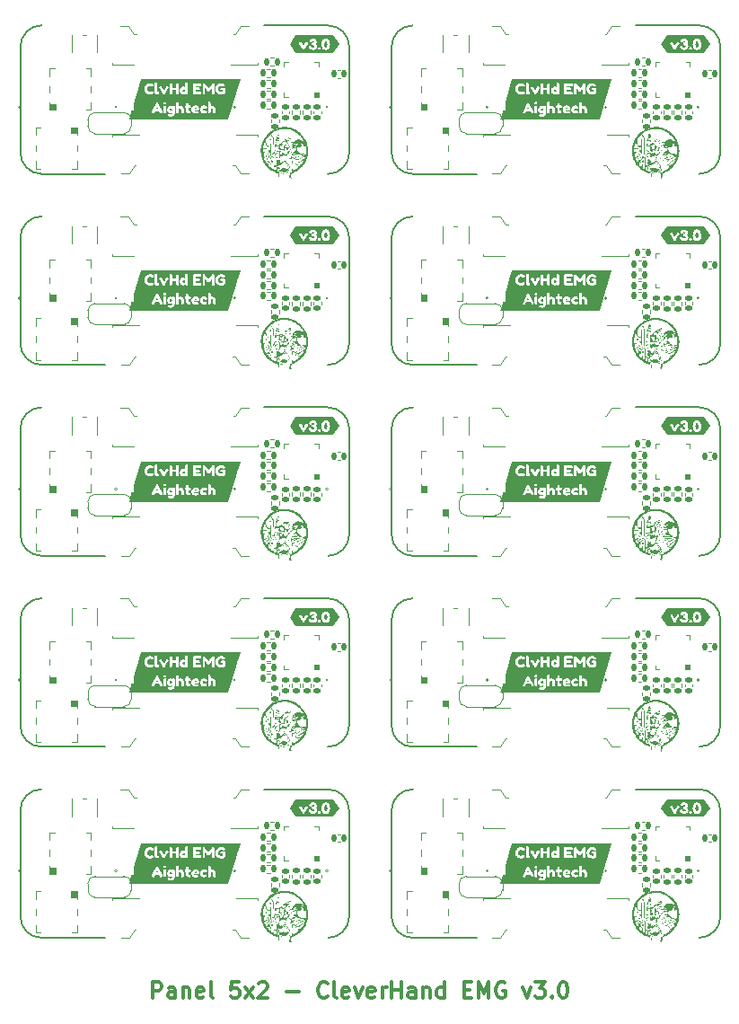
<source format=gbr>
%TF.GenerationSoftware,KiCad,Pcbnew,6.0.8-f2edbf62ab~116~ubuntu22.04.1*%
%TF.CreationDate,2022-10-31T09:01:49+00:00*%
%TF.ProjectId,panel,70616e65-6c2e-46b6-9963-61645f706362,3.0*%
%TF.SameCoordinates,Original*%
%TF.FileFunction,Legend,Top*%
%TF.FilePolarity,Positive*%
%FSLAX46Y46*%
G04 Gerber Fmt 4.6, Leading zero omitted, Abs format (unit mm)*
G04 Created by KiCad (PCBNEW 6.0.8-f2edbf62ab~116~ubuntu22.04.1) date 2022-10-31 09:01:49*
%MOMM*%
%LPD*%
G01*
G04 APERTURE LIST*
G04 Aperture macros list*
%AMRoundRect*
0 Rectangle with rounded corners*
0 $1 Rounding radius*
0 $2 $3 $4 $5 $6 $7 $8 $9 X,Y pos of 4 corners*
0 Add a 4 corners polygon primitive as box body*
4,1,4,$2,$3,$4,$5,$6,$7,$8,$9,$2,$3,0*
0 Add four circle primitives for the rounded corners*
1,1,$1+$1,$2,$3*
1,1,$1+$1,$4,$5*
1,1,$1+$1,$6,$7*
1,1,$1+$1,$8,$9*
0 Add four rect primitives between the rounded corners*
20,1,$1+$1,$2,$3,$4,$5,0*
20,1,$1+$1,$4,$5,$6,$7,0*
20,1,$1+$1,$6,$7,$8,$9,0*
20,1,$1+$1,$8,$9,$2,$3,0*%
%AMFreePoly0*
4,1,22,0.550000,-0.750000,0.000000,-0.750000,0.000000,-0.745033,-0.079941,-0.743568,-0.215256,-0.701293,-0.333266,-0.622738,-0.424486,-0.514219,-0.481581,-0.384460,-0.499164,-0.250000,-0.500000,-0.250000,-0.500000,0.250000,-0.499164,0.250000,-0.499963,0.256109,-0.478152,0.396186,-0.417904,0.524511,-0.324060,0.630769,-0.204165,0.706417,-0.067858,0.745374,0.000000,0.744959,0.000000,0.750000,
0.550000,0.750000,0.550000,-0.750000,0.550000,-0.750000,$1*%
%AMFreePoly1*
4,1,20,0.000000,0.744959,0.073905,0.744508,0.209726,0.703889,0.328688,0.626782,0.421226,0.519385,0.479903,0.390333,0.500000,0.250000,0.500000,-0.250000,0.499851,-0.262216,0.476331,-0.402017,0.414519,-0.529596,0.319384,-0.634700,0.198574,-0.708877,0.061801,-0.746166,0.000000,-0.745033,0.000000,-0.750000,-0.550000,-0.750000,-0.550000,0.750000,0.000000,0.750000,0.000000,0.744959,
0.000000,0.744959,$1*%
G04 Aperture macros list end*
%ADD10C,0.300000*%
%ADD11C,0.152400*%
%ADD12C,0.120000*%
%ADD13RoundRect,0.140000X-0.170000X0.140000X-0.170000X-0.140000X0.170000X-0.140000X0.170000X0.140000X0*%
%ADD14R,0.508000X1.600200*%
%ADD15R,1.397000X2.895600*%
%ADD16C,0.500000*%
%ADD17RoundRect,0.135000X0.135000X0.185000X-0.135000X0.185000X-0.135000X-0.185000X0.135000X-0.185000X0*%
%ADD18R,0.508000X0.863600*%
%ADD19RoundRect,0.140000X-0.140000X-0.170000X0.140000X-0.170000X0.140000X0.170000X-0.140000X0.170000X0*%
%ADD20R,0.849884X0.279908*%
%ADD21R,0.279908X0.849884*%
%ADD22RoundRect,0.135000X-0.185000X0.135000X-0.185000X-0.135000X0.185000X-0.135000X0.185000X0.135000X0*%
%ADD23R,0.304800X0.845299*%
%ADD24RoundRect,0.140000X0.170000X-0.140000X0.170000X0.140000X-0.170000X0.140000X-0.170000X-0.140000X0*%
%ADD25FreePoly0,0.000000*%
%ADD26R,1.000000X1.500000*%
%ADD27FreePoly1,0.000000*%
%ADD28C,2.000000*%
%ADD29R,0.757199X0.204000*%
%ADD30R,0.204000X0.757199*%
%ADD31R,1.803400X1.803400*%
G04 APERTURE END LIST*
D10*
X19464285Y-98678571D02*
X19464285Y-97178571D01*
X20035714Y-97178571D01*
X20178571Y-97250000D01*
X20249999Y-97321428D01*
X20321428Y-97464285D01*
X20321428Y-97678571D01*
X20249999Y-97821428D01*
X20178571Y-97892857D01*
X20035714Y-97964285D01*
X19464285Y-97964285D01*
X21607142Y-98678571D02*
X21607142Y-97892857D01*
X21535714Y-97750000D01*
X21392857Y-97678571D01*
X21107142Y-97678571D01*
X20964285Y-97750000D01*
X21607142Y-98607142D02*
X21464285Y-98678571D01*
X21107142Y-98678571D01*
X20964285Y-98607142D01*
X20892857Y-98464285D01*
X20892857Y-98321428D01*
X20964285Y-98178571D01*
X21107142Y-98107142D01*
X21464285Y-98107142D01*
X21607142Y-98035714D01*
X22321428Y-97678571D02*
X22321428Y-98678571D01*
X22321428Y-97821428D02*
X22392857Y-97750000D01*
X22535714Y-97678571D01*
X22749999Y-97678571D01*
X22892857Y-97750000D01*
X22964285Y-97892857D01*
X22964285Y-98678571D01*
X24249999Y-98607142D02*
X24107142Y-98678571D01*
X23821428Y-98678571D01*
X23678571Y-98607142D01*
X23607142Y-98464285D01*
X23607142Y-97892857D01*
X23678571Y-97750000D01*
X23821428Y-97678571D01*
X24107142Y-97678571D01*
X24249999Y-97750000D01*
X24321428Y-97892857D01*
X24321428Y-98035714D01*
X23607142Y-98178571D01*
X25178571Y-98678571D02*
X25035714Y-98607142D01*
X24964285Y-98464285D01*
X24964285Y-97178571D01*
X27607142Y-97178571D02*
X26892857Y-97178571D01*
X26821428Y-97892857D01*
X26892857Y-97821428D01*
X27035714Y-97750000D01*
X27392857Y-97750000D01*
X27535714Y-97821428D01*
X27607142Y-97892857D01*
X27678571Y-98035714D01*
X27678571Y-98392857D01*
X27607142Y-98535714D01*
X27535714Y-98607142D01*
X27392857Y-98678571D01*
X27035714Y-98678571D01*
X26892857Y-98607142D01*
X26821428Y-98535714D01*
X28178571Y-98678571D02*
X28964285Y-97678571D01*
X28178571Y-97678571D02*
X28964285Y-98678571D01*
X29464285Y-97321428D02*
X29535714Y-97250000D01*
X29678571Y-97178571D01*
X30035714Y-97178571D01*
X30178571Y-97250000D01*
X30249999Y-97321428D01*
X30321428Y-97464285D01*
X30321428Y-97607142D01*
X30249999Y-97821428D01*
X29392857Y-98678571D01*
X30321428Y-98678571D01*
X32107142Y-98107142D02*
X33249999Y-98107142D01*
X35964285Y-98535714D02*
X35892857Y-98607142D01*
X35678571Y-98678571D01*
X35535714Y-98678571D01*
X35321428Y-98607142D01*
X35178571Y-98464285D01*
X35107142Y-98321428D01*
X35035714Y-98035714D01*
X35035714Y-97821428D01*
X35107142Y-97535714D01*
X35178571Y-97392857D01*
X35321428Y-97250000D01*
X35535714Y-97178571D01*
X35678571Y-97178571D01*
X35892857Y-97250000D01*
X35964285Y-97321428D01*
X36821428Y-98678571D02*
X36678571Y-98607142D01*
X36607142Y-98464285D01*
X36607142Y-97178571D01*
X37964285Y-98607142D02*
X37821428Y-98678571D01*
X37535714Y-98678571D01*
X37392857Y-98607142D01*
X37321428Y-98464285D01*
X37321428Y-97892857D01*
X37392857Y-97750000D01*
X37535714Y-97678571D01*
X37821428Y-97678571D01*
X37964285Y-97750000D01*
X38035714Y-97892857D01*
X38035714Y-98035714D01*
X37321428Y-98178571D01*
X38535714Y-97678571D02*
X38892857Y-98678571D01*
X39250000Y-97678571D01*
X40392857Y-98607142D02*
X40250000Y-98678571D01*
X39964285Y-98678571D01*
X39821428Y-98607142D01*
X39750000Y-98464285D01*
X39750000Y-97892857D01*
X39821428Y-97750000D01*
X39964285Y-97678571D01*
X40250000Y-97678571D01*
X40392857Y-97750000D01*
X40464285Y-97892857D01*
X40464285Y-98035714D01*
X39750000Y-98178571D01*
X41107142Y-98678571D02*
X41107142Y-97678571D01*
X41107142Y-97964285D02*
X41178571Y-97821428D01*
X41250000Y-97750000D01*
X41392857Y-97678571D01*
X41535714Y-97678571D01*
X42035714Y-98678571D02*
X42035714Y-97178571D01*
X42035714Y-97892857D02*
X42892857Y-97892857D01*
X42892857Y-98678571D02*
X42892857Y-97178571D01*
X44250000Y-98678571D02*
X44250000Y-97892857D01*
X44178571Y-97750000D01*
X44035714Y-97678571D01*
X43750000Y-97678571D01*
X43607142Y-97750000D01*
X44250000Y-98607142D02*
X44107142Y-98678571D01*
X43750000Y-98678571D01*
X43607142Y-98607142D01*
X43535714Y-98464285D01*
X43535714Y-98321428D01*
X43607142Y-98178571D01*
X43750000Y-98107142D01*
X44107142Y-98107142D01*
X44250000Y-98035714D01*
X44964285Y-97678571D02*
X44964285Y-98678571D01*
X44964285Y-97821428D02*
X45035714Y-97750000D01*
X45178571Y-97678571D01*
X45392857Y-97678571D01*
X45535714Y-97750000D01*
X45607142Y-97892857D01*
X45607142Y-98678571D01*
X46964285Y-98678571D02*
X46964285Y-97178571D01*
X46964285Y-98607142D02*
X46821428Y-98678571D01*
X46535714Y-98678571D01*
X46392857Y-98607142D01*
X46321428Y-98535714D01*
X46250000Y-98392857D01*
X46250000Y-97964285D01*
X46321428Y-97821428D01*
X46392857Y-97750000D01*
X46535714Y-97678571D01*
X46821428Y-97678571D01*
X46964285Y-97750000D01*
X48821428Y-97892857D02*
X49321428Y-97892857D01*
X49535714Y-98678571D02*
X48821428Y-98678571D01*
X48821428Y-97178571D01*
X49535714Y-97178571D01*
X50178571Y-98678571D02*
X50178571Y-97178571D01*
X50678571Y-98250000D01*
X51178571Y-97178571D01*
X51178571Y-98678571D01*
X52678571Y-97250000D02*
X52535714Y-97178571D01*
X52321428Y-97178571D01*
X52107142Y-97250000D01*
X51964285Y-97392857D01*
X51892857Y-97535714D01*
X51821428Y-97821428D01*
X51821428Y-98035714D01*
X51892857Y-98321428D01*
X51964285Y-98464285D01*
X52107142Y-98607142D01*
X52321428Y-98678571D01*
X52464285Y-98678571D01*
X52678571Y-98607142D01*
X52750000Y-98535714D01*
X52750000Y-98035714D01*
X52464285Y-98035714D01*
X54392857Y-97678571D02*
X54750000Y-98678571D01*
X55107142Y-97678571D01*
X55535714Y-97178571D02*
X56464285Y-97178571D01*
X55964285Y-97750000D01*
X56178571Y-97750000D01*
X56321428Y-97821428D01*
X56392857Y-97892857D01*
X56464285Y-98035714D01*
X56464285Y-98392857D01*
X56392857Y-98535714D01*
X56321428Y-98607142D01*
X56178571Y-98678571D01*
X55750000Y-98678571D01*
X55607142Y-98607142D01*
X55535714Y-98535714D01*
X57107142Y-98535714D02*
X57178571Y-98607142D01*
X57107142Y-98678571D01*
X57035714Y-98607142D01*
X57107142Y-98535714D01*
X57107142Y-98678571D01*
X58107142Y-97178571D02*
X58250000Y-97178571D01*
X58392857Y-97250000D01*
X58464285Y-97321428D01*
X58535714Y-97464285D01*
X58607142Y-97750000D01*
X58607142Y-98107142D01*
X58535714Y-98392857D01*
X58464285Y-98535714D01*
X58392857Y-98607142D01*
X58250000Y-98678571D01*
X58107142Y-98678571D01*
X57964285Y-98607142D01*
X57892857Y-98535714D01*
X57821428Y-98392857D01*
X57750000Y-98107142D01*
X57750000Y-97750000D01*
X57821428Y-97464285D01*
X57892857Y-97321428D01*
X57964285Y-97250000D01*
X58107142Y-97178571D01*
D11*
X73000000Y-91000000D02*
X73000000Y-81000000D01*
X38000000Y-91000000D02*
X38000000Y-81000000D01*
X73000000Y-73000000D02*
X73000000Y-63000000D01*
X38000000Y-73000000D02*
X38000000Y-63000000D01*
X38000000Y-55000000D02*
X38000000Y-45000000D01*
X73000000Y-55000000D02*
X73000000Y-45000000D01*
X73000000Y-37000000D02*
X73000000Y-27000000D01*
X38000000Y-37000000D02*
X38000000Y-27000000D01*
X73000000Y-19000000D02*
X73000000Y-9000000D01*
X38000000Y-19000000D02*
X38000000Y-9000000D01*
X44000000Y-79000000D02*
G75*
G03*
X42000000Y-81000000I0J-2000000D01*
G01*
X9000000Y-79000000D02*
G75*
G03*
X7000000Y-81000000I0J-2000000D01*
G01*
X44000000Y-61000000D02*
G75*
G03*
X42000000Y-63000000I0J-2000000D01*
G01*
X9000000Y-61000000D02*
G75*
G03*
X7000000Y-63000000I0J-2000000D01*
G01*
X9000000Y-43000000D02*
G75*
G03*
X7000000Y-45000000I0J-2000000D01*
G01*
X44000000Y-43000000D02*
G75*
G03*
X42000000Y-45000000I0J-2000000D01*
G01*
X44000000Y-25000000D02*
G75*
G03*
X42000000Y-27000000I0J-2000000D01*
G01*
X9000000Y-25000000D02*
G75*
G03*
X7000000Y-27000000I0J-2000000D01*
G01*
X44000000Y-7000000D02*
G75*
G03*
X42000000Y-9000000I0J-2000000D01*
G01*
X9000000Y-7000000D02*
G75*
G03*
X7000000Y-9000000I0J-2000000D01*
G01*
X42000006Y-91000000D02*
X42000000Y-81000000D01*
X7000006Y-91000000D02*
X7000000Y-81000000D01*
X42000006Y-73000000D02*
X42000000Y-63000000D01*
X7000006Y-73000000D02*
X7000000Y-63000000D01*
X7000006Y-55000000D02*
X7000000Y-45000000D01*
X42000006Y-55000000D02*
X42000000Y-45000000D01*
X42000006Y-37000000D02*
X42000000Y-27000000D01*
X7000006Y-37000000D02*
X7000000Y-27000000D01*
X42000006Y-19000000D02*
X42000000Y-9000000D01*
X7000006Y-19000000D02*
X7000000Y-9000000D01*
X71000000Y-79000000D02*
X65000000Y-79000000D01*
X36000000Y-79000000D02*
X30000000Y-79000000D01*
X71000000Y-61000000D02*
X65000000Y-61000000D01*
X36000000Y-61000000D02*
X30000000Y-61000000D01*
X36000000Y-43000000D02*
X30000000Y-43000000D01*
X71000000Y-43000000D02*
X65000000Y-43000000D01*
X71000000Y-25000000D02*
X65000000Y-25000000D01*
X36000000Y-25000000D02*
X30000000Y-25000000D01*
X71000000Y-7000000D02*
X65000000Y-7000000D01*
X36000000Y-7000000D02*
X30000000Y-7000000D01*
X71000000Y-93000000D02*
G75*
G03*
X73000000Y-91000000I0J2000000D01*
G01*
X36000000Y-93000000D02*
G75*
G03*
X38000000Y-91000000I0J2000000D01*
G01*
X71000000Y-75000000D02*
G75*
G03*
X73000000Y-73000000I0J2000000D01*
G01*
X36000000Y-75000000D02*
G75*
G03*
X38000000Y-73000000I0J2000000D01*
G01*
X36000000Y-57000000D02*
G75*
G03*
X38000000Y-55000000I0J2000000D01*
G01*
X71000000Y-57000000D02*
G75*
G03*
X73000000Y-55000000I0J2000000D01*
G01*
X71000000Y-39000000D02*
G75*
G03*
X73000000Y-37000000I0J2000000D01*
G01*
X36000000Y-39000000D02*
G75*
G03*
X38000000Y-37000000I0J2000000D01*
G01*
X71000000Y-21000000D02*
G75*
G03*
X73000000Y-19000000I0J2000000D01*
G01*
X36000000Y-21000000D02*
G75*
G03*
X38000000Y-19000000I0J2000000D01*
G01*
X73000000Y-81000000D02*
G75*
G03*
X71000000Y-79000000I-2000000J0D01*
G01*
X38000000Y-81000000D02*
G75*
G03*
X36000000Y-79000000I-2000000J0D01*
G01*
X73000000Y-63000000D02*
G75*
G03*
X71000000Y-61000000I-2000000J0D01*
G01*
X38000000Y-63000000D02*
G75*
G03*
X36000000Y-61000000I-2000000J0D01*
G01*
X38000000Y-45000000D02*
G75*
G03*
X36000000Y-43000000I-2000000J0D01*
G01*
X73000000Y-45000000D02*
G75*
G03*
X71000000Y-43000000I-2000000J0D01*
G01*
X73000000Y-27000000D02*
G75*
G03*
X71000000Y-25000000I-2000000J0D01*
G01*
X38000000Y-27000000D02*
G75*
G03*
X36000000Y-25000000I-2000000J0D01*
G01*
X73000000Y-9000000D02*
G75*
G03*
X71000000Y-7000000I-2000000J0D01*
G01*
X38000000Y-9000000D02*
G75*
G03*
X36000000Y-7000000I-2000000J0D01*
G01*
X50000000Y-93000000D02*
X44000006Y-93000000D01*
X15000000Y-93000000D02*
X9000006Y-93000000D01*
X50000000Y-75000000D02*
X44000006Y-75000000D01*
X15000000Y-75000000D02*
X9000006Y-75000000D01*
X15000000Y-57000000D02*
X9000006Y-57000000D01*
X50000000Y-57000000D02*
X44000006Y-57000000D01*
X50000000Y-39000000D02*
X44000006Y-39000000D01*
X15000000Y-39000000D02*
X9000006Y-39000000D01*
X50000000Y-21000000D02*
X44000006Y-21000000D01*
X15000000Y-21000000D02*
X9000006Y-21000000D01*
X42000000Y-91000000D02*
G75*
G03*
X44000006Y-93000000I2000000J0D01*
G01*
X7000000Y-91000000D02*
G75*
G03*
X9000006Y-93000000I2000000J0D01*
G01*
X42000000Y-73000000D02*
G75*
G03*
X44000006Y-75000000I2000000J0D01*
G01*
X7000000Y-73000000D02*
G75*
G03*
X9000006Y-75000000I2000000J0D01*
G01*
X7000000Y-55000000D02*
G75*
G03*
X9000006Y-57000000I2000000J0D01*
G01*
X42000000Y-55000000D02*
G75*
G03*
X44000006Y-57000000I2000000J0D01*
G01*
X42000000Y-37000000D02*
G75*
G03*
X44000006Y-39000000I2000000J0D01*
G01*
X7000000Y-37000000D02*
G75*
G03*
X9000006Y-39000000I2000000J0D01*
G01*
X42000000Y-19000000D02*
G75*
G03*
X44000006Y-21000000I2000000J0D01*
G01*
X7000000Y-19000000D02*
G75*
G03*
X9000006Y-21000000I2000000J0D01*
G01*
D12*
%TO.C,C1*%
X34640000Y-69092164D02*
X34640000Y-69307836D01*
X35360000Y-69092164D02*
X35360000Y-69307836D01*
%TO.C,J1*%
X29370700Y-53295000D02*
X27336739Y-53295000D01*
X15629300Y-53295000D02*
X15629300Y-53459619D01*
X27775001Y-56978000D02*
X28537001Y-56978000D01*
X27267001Y-56216000D02*
X27013001Y-56216000D01*
X27775001Y-56978000D02*
X27267001Y-56216000D01*
X17234001Y-56978000D02*
X16472001Y-56978000D01*
X17234001Y-56978000D02*
X17742001Y-56216000D01*
X18163260Y-53295000D02*
X15629300Y-53295000D01*
X29370700Y-53459619D02*
X29370700Y-53295000D01*
X17742001Y-56216000D02*
X17869001Y-56216000D01*
%TO.C,R4*%
X30553641Y-66120000D02*
X30246359Y-66120000D01*
X30553641Y-66880000D02*
X30246359Y-66880000D01*
%TO.C,D4*%
X36001600Y-32701600D02*
G75*
G03*
X36001600Y-32701600I-101600J0D01*
G01*
%TO.C,C3*%
X71922164Y-83950000D02*
X72137836Y-83950000D01*
X71922164Y-83230000D02*
X72137836Y-83230000D01*
%TO.C,D3*%
X62291600Y-32701600D02*
G75*
G03*
X62291600Y-32701600I-101600J0D01*
G01*
%TO.C,R2*%
X65553641Y-86120000D02*
X65246359Y-86120000D01*
X65553641Y-86880000D02*
X65246359Y-86880000D01*
%TO.C,D2*%
X51101600Y-68701600D02*
G75*
G03*
X51101600Y-68701600I-101600J0D01*
G01*
%TO.C,U2*%
X48652000Y-50971501D02*
X48652000Y-50242196D01*
X44748000Y-50971501D02*
X45227305Y-50971501D01*
X48172695Y-50971501D02*
X48652000Y-50971501D01*
X45227305Y-47067501D02*
X44748000Y-47067501D01*
X48652000Y-47796806D02*
X48652000Y-47067501D01*
X44748000Y-47067501D02*
X44748000Y-47796806D01*
X48652000Y-49296808D02*
X48652000Y-48742194D01*
X44748000Y-50242196D02*
X44748000Y-50971501D01*
X44748000Y-48742194D02*
X44748000Y-49296808D01*
X48652000Y-47067501D02*
X48172695Y-47067501D01*
X44748000Y-50971501D02*
X45300000Y-50971501D01*
X45300000Y-50971501D02*
X45300000Y-50419501D01*
X45300000Y-50419501D02*
X44748000Y-50419501D01*
X44748000Y-50419501D02*
X44748000Y-50971501D01*
G36*
X44748000Y-50971501D02*
G01*
X45300000Y-50971501D01*
X45300000Y-50419501D01*
X44748000Y-50419501D01*
X44748000Y-50971501D01*
G37*
X13652000Y-13296808D02*
X13652000Y-12742194D01*
X13652000Y-11067501D02*
X13172695Y-11067501D01*
X9748000Y-11067501D02*
X9748000Y-11796806D01*
X9748000Y-12742194D02*
X9748000Y-13296808D01*
X13652000Y-14971501D02*
X13652000Y-14242196D01*
X10227305Y-11067501D02*
X9748000Y-11067501D01*
X13172695Y-14971501D02*
X13652000Y-14971501D01*
X9748000Y-14242196D02*
X9748000Y-14971501D01*
X13652000Y-11796806D02*
X13652000Y-11067501D01*
X9748000Y-14971501D02*
X10227305Y-14971501D01*
X9748000Y-14971501D02*
X10300000Y-14971501D01*
X10300000Y-14971501D02*
X10300000Y-14419501D01*
X10300000Y-14419501D02*
X9748000Y-14419501D01*
X9748000Y-14419501D02*
X9748000Y-14971501D01*
G36*
X9748000Y-14971501D02*
G01*
X10300000Y-14971501D01*
X10300000Y-14419501D01*
X9748000Y-14419501D01*
X9748000Y-14971501D01*
G37*
%TO.C,R3*%
X65553641Y-67120000D02*
X65246359Y-67120000D01*
X65553641Y-67880000D02*
X65246359Y-67880000D01*
%TO.C,R8*%
X67620000Y-69046359D02*
X67620000Y-69353641D01*
X68380000Y-69046359D02*
X68380000Y-69353641D01*
%TO.C,R4*%
X65553641Y-66120000D02*
X65246359Y-66120000D01*
X65553641Y-66880000D02*
X65246359Y-66880000D01*
%TO.C,U2*%
X10227305Y-65067501D02*
X9748000Y-65067501D01*
X9748000Y-65067501D02*
X9748000Y-65796806D01*
X9748000Y-68242196D02*
X9748000Y-68971501D01*
X13652000Y-67296808D02*
X13652000Y-66742194D01*
X13652000Y-65067501D02*
X13172695Y-65067501D01*
X13172695Y-68971501D02*
X13652000Y-68971501D01*
X9748000Y-66742194D02*
X9748000Y-67296808D01*
X9748000Y-68971501D02*
X10227305Y-68971501D01*
X13652000Y-68971501D02*
X13652000Y-68242196D01*
X13652000Y-65796806D02*
X13652000Y-65067501D01*
X9748000Y-68971501D02*
X10300000Y-68971501D01*
X10300000Y-68971501D02*
X10300000Y-68419501D01*
X10300000Y-68419501D02*
X9748000Y-68419501D01*
X9748000Y-68419501D02*
X9748000Y-68971501D01*
G36*
X9748000Y-68971501D02*
G01*
X10300000Y-68971501D01*
X10300000Y-68419501D01*
X9748000Y-68419501D01*
X9748000Y-68971501D01*
G37*
%TO.C,kibuzzard-63597494*%
G36*
X70860320Y-62499341D02*
G01*
X70905861Y-62553187D01*
X70933186Y-62642931D01*
X70942294Y-62768571D01*
X70942294Y-62777144D01*
X70933097Y-62899659D01*
X70905504Y-62987170D01*
X70859516Y-63039677D01*
X70795133Y-63057179D01*
X70732000Y-63039185D01*
X70686905Y-62985205D01*
X70659848Y-62895239D01*
X70650829Y-62769286D01*
X70659938Y-62643332D01*
X70687263Y-62553366D01*
X70732804Y-62499386D01*
X70796562Y-62481393D01*
X70860320Y-62499341D01*
G37*
G36*
X67407726Y-62770000D02*
G01*
X67486783Y-62651414D01*
X68264817Y-62651414D01*
X68293392Y-62728566D01*
X68590572Y-63237201D01*
X68603431Y-63252918D01*
X68642721Y-63283636D01*
X68701300Y-63298638D01*
X68763451Y-63279349D01*
X68809171Y-63235773D01*
X68958296Y-62980026D01*
X69190647Y-62980026D01*
X69206363Y-63057179D01*
X69209221Y-63071466D01*
X69224937Y-63108614D01*
X69260298Y-63165407D01*
X69300661Y-63210055D01*
X69383211Y-63265618D01*
X69478461Y-63298955D01*
X69586411Y-63310068D01*
X69695154Y-63299034D01*
X69790881Y-63265935D01*
X69873589Y-63210769D01*
X69915713Y-63162906D01*
X70059327Y-63162906D01*
X70087188Y-63265776D01*
X70129693Y-63286136D01*
X70201487Y-63292923D01*
X70271675Y-63282564D01*
X70309358Y-63251489D01*
X70324360Y-63212198D01*
X70326503Y-63161478D01*
X70326503Y-63155763D01*
X70302214Y-63055750D01*
X70255959Y-63033247D01*
X70182914Y-63025746D01*
X70112726Y-63036462D01*
X70075043Y-63068609D01*
X70061470Y-63107185D01*
X70059327Y-63157191D01*
X70059327Y-63162906D01*
X69915713Y-63162906D01*
X69937089Y-63138618D01*
X69975189Y-63054559D01*
X69987889Y-62958595D01*
X69976102Y-62885729D01*
X69940741Y-62821435D01*
X69895735Y-62775001D01*
X69886912Y-62768571D01*
X70397941Y-62768571D01*
X70402544Y-62868743D01*
X70416356Y-62961611D01*
X70439374Y-63047178D01*
X70470271Y-63118972D01*
X70508669Y-63180051D01*
X70559032Y-63231308D01*
X70625826Y-63273634D01*
X70706372Y-63302031D01*
X70797991Y-63311496D01*
X70889252Y-63302209D01*
X70968726Y-63274349D01*
X71034270Y-63232201D01*
X71083741Y-63180051D01*
X71132497Y-63097630D01*
X71167322Y-63001815D01*
X71188218Y-62892605D01*
X71195183Y-62770000D01*
X71190421Y-62675544D01*
X71176133Y-62584580D01*
X71152321Y-62497109D01*
X71122495Y-62424957D01*
X71084455Y-62362806D01*
X71034449Y-62310300D01*
X70968726Y-62267080D01*
X70888895Y-62238148D01*
X70796562Y-62228504D01*
X70703872Y-62238326D01*
X70622969Y-62267794D01*
X70556353Y-62311728D01*
X70506526Y-62364949D01*
X70467056Y-62433708D01*
X70431516Y-62524255D01*
X70412863Y-62596486D01*
X70401671Y-62677925D01*
X70397941Y-62768571D01*
X69886912Y-62768571D01*
X69853587Y-62744283D01*
X69853587Y-62734281D01*
X69915499Y-62689434D01*
X69952647Y-62629189D01*
X69965029Y-62553544D01*
X69953758Y-62472979D01*
X69919944Y-62397969D01*
X69863588Y-62328516D01*
X69787706Y-62272954D01*
X69695313Y-62239616D01*
X69586411Y-62228504D01*
X69515509Y-62233504D01*
X69451394Y-62248506D01*
X69357096Y-62292798D01*
X69297803Y-62349233D01*
X69266371Y-62394239D01*
X69233509Y-62491394D01*
X69251369Y-62542472D01*
X69304947Y-62587120D01*
X69383528Y-62612838D01*
X69437821Y-62594978D01*
X69477826Y-62541400D01*
X69486398Y-62524255D01*
X69523546Y-62489965D01*
X69604270Y-62472820D01*
X69683566Y-62499966D01*
X69712141Y-62557116D01*
X69684994Y-62598907D01*
X69603556Y-62612838D01*
X69529261Y-62619981D01*
X69489613Y-62658915D01*
X69476397Y-62738568D01*
X69486041Y-62811791D01*
X69514973Y-62848581D01*
X69552121Y-62862869D01*
X69617129Y-62865726D01*
X69699996Y-62895016D01*
X69735001Y-62962881D01*
X69699282Y-63032176D01*
X69653562Y-63055214D01*
X69587839Y-63062894D01*
X69527832Y-63054321D01*
X69449251Y-62985741D01*
X69406388Y-62911446D01*
X69330664Y-62897159D01*
X69225651Y-62917876D01*
X69190647Y-62980026D01*
X68958296Y-62980026D01*
X69104922Y-62728566D01*
X69133497Y-62649985D01*
X69114923Y-62601408D01*
X69059202Y-62555688D01*
X68980621Y-62525684D01*
X68934901Y-62537828D01*
X68909897Y-62562117D01*
X68886323Y-62601408D01*
X68699157Y-62961453D01*
X68511991Y-62601408D01*
X68474129Y-62543543D01*
X68424837Y-62524255D01*
X68339112Y-62555688D01*
X68283391Y-62601765D01*
X68264817Y-62651414D01*
X67486783Y-62651414D01*
X67967161Y-61930847D01*
X71492839Y-61930847D01*
X72052274Y-62770000D01*
X71492839Y-63609153D01*
X67967161Y-63609153D01*
X67407726Y-62770000D01*
G37*
%TO.C,D2*%
X51101600Y-32701600D02*
G75*
G03*
X51101600Y-32701600I-101600J0D01*
G01*
%TO.C,U5*%
X14246500Y-45555500D02*
X14246500Y-43904500D01*
X13204859Y-43904500D02*
X12875141Y-43904500D01*
X11833500Y-43904500D02*
X11833500Y-45555500D01*
%TO.C,R5*%
X30553641Y-83880000D02*
X30246359Y-83880000D01*
X30553641Y-83120000D02*
X30246359Y-83120000D01*
%TO.C,R7*%
X69380000Y-69046359D02*
X69380000Y-69353641D01*
X68620000Y-69046359D02*
X68620000Y-69353641D01*
X33620000Y-87046359D02*
X33620000Y-87353641D01*
X34380000Y-87046359D02*
X34380000Y-87353641D01*
%TO.C,R2*%
X65553641Y-32120000D02*
X65246359Y-32120000D01*
X65553641Y-32880000D02*
X65246359Y-32880000D01*
%TO.C,U4*%
X47352001Y-52617001D02*
X46872696Y-52617001D01*
X47352001Y-56521001D02*
X47352001Y-55791696D01*
X43448001Y-52617001D02*
X43448001Y-53346306D01*
X47352001Y-53346306D02*
X47352001Y-52617001D01*
X43448001Y-55791696D02*
X43448001Y-56521001D01*
X46872696Y-56521001D02*
X47352001Y-56521001D01*
X47352001Y-54846308D02*
X47352001Y-54291694D01*
X43448001Y-56521001D02*
X43927306Y-56521001D01*
X43927306Y-52617001D02*
X43448001Y-52617001D01*
X43448001Y-54291694D02*
X43448001Y-54846308D01*
X47352001Y-52617001D02*
X46800001Y-52617001D01*
X46800001Y-52617001D02*
X46800001Y-53169001D01*
X46800001Y-53169001D02*
X47352001Y-53169001D01*
X47352001Y-53169001D02*
X47352001Y-52617001D01*
G36*
X47352001Y-52617001D02*
G01*
X46800001Y-52617001D01*
X46800001Y-53169001D01*
X47352001Y-53169001D01*
X47352001Y-52617001D01*
G37*
%TO.C,kibuzzard-635971E5*%
G36*
X22498571Y-49039419D02*
G01*
X22532147Y-49125858D01*
X22497142Y-49210869D01*
X22409274Y-49249445D01*
X22319263Y-49210869D01*
X22282116Y-49125144D01*
X22316406Y-49038705D01*
X22407846Y-48999414D01*
X22498571Y-49039419D01*
G37*
G36*
X19985952Y-50858922D02*
G01*
X19798737Y-50858922D01*
X19891641Y-50666076D01*
X19985952Y-50858922D01*
G37*
G36*
X21275347Y-50823027D02*
G01*
X21307722Y-50906077D01*
X21273939Y-50987720D01*
X21188777Y-51025023D01*
X21101504Y-50988424D01*
X21065609Y-50906077D01*
X21099392Y-50822323D01*
X21188073Y-50784317D01*
X21275347Y-50823027D01*
G37*
G36*
X18379723Y-48095968D02*
G01*
X27762696Y-48095968D01*
X26620277Y-51904032D01*
X17237304Y-51904032D01*
X17452866Y-51185493D01*
X19375039Y-51185493D01*
X19395449Y-51233353D01*
X19456682Y-51275582D01*
X19531990Y-51299511D01*
X19577034Y-51286139D01*
X19602372Y-51260098D01*
X19624190Y-51219276D01*
X19697387Y-51067252D01*
X20087302Y-51067252D01*
X20160499Y-51219276D01*
X20182318Y-51261505D01*
X20207655Y-51288250D01*
X20252699Y-51300919D01*
X20328008Y-51276989D01*
X20389240Y-51233705D01*
X20409651Y-51185493D01*
X20402144Y-51162971D01*
X20487071Y-51162971D01*
X20489182Y-51212238D01*
X20501147Y-51248837D01*
X20538098Y-51277341D01*
X20609535Y-51286843D01*
X20681676Y-51277693D01*
X20717923Y-51250244D01*
X20731295Y-51212942D01*
X20733407Y-51164378D01*
X20733407Y-50905374D01*
X20824903Y-50905374D01*
X20836243Y-50997104D01*
X20870260Y-51080859D01*
X20926957Y-51156636D01*
X20996635Y-51216461D01*
X21069597Y-51252356D01*
X21145844Y-51264321D01*
X21246842Y-51246725D01*
X21316168Y-51193939D01*
X21316168Y-51236168D01*
X21282385Y-51337518D01*
X21195111Y-51379747D01*
X21119099Y-51366726D01*
X21048717Y-51327664D01*
X21007896Y-51310773D01*
X20973409Y-51322034D01*
X20931884Y-51362855D01*
X20889654Y-51459982D01*
X20913936Y-51504674D01*
X20986781Y-51554293D01*
X21086372Y-51593355D01*
X21190888Y-51606376D01*
X21281603Y-51595350D01*
X21366061Y-51562270D01*
X21444263Y-51507138D01*
X21506824Y-51434019D01*
X21544361Y-51346980D01*
X21556874Y-51246021D01*
X21556874Y-51162971D01*
X21669485Y-51162971D01*
X21671596Y-51212238D01*
X21683561Y-51248837D01*
X21720511Y-51277341D01*
X21791949Y-51286843D01*
X21864090Y-51277693D01*
X21900337Y-51250244D01*
X21913709Y-51212942D01*
X21915821Y-51164378D01*
X21915821Y-50891297D01*
X21959457Y-50823027D01*
X22047435Y-50792763D01*
X22129781Y-50825138D01*
X22162157Y-50915227D01*
X22162157Y-51161563D01*
X22164268Y-51212238D01*
X22177641Y-51250244D01*
X22214943Y-51277693D01*
X22284621Y-51286843D01*
X22356763Y-51277693D01*
X22393009Y-51250244D01*
X22406382Y-51212942D01*
X22408493Y-51164378D01*
X22408493Y-50916635D01*
X22398092Y-50818726D01*
X22366890Y-50731452D01*
X22336855Y-50687190D01*
X22485913Y-50687190D01*
X22506324Y-50768833D01*
X22557702Y-50792763D01*
X22615416Y-50788540D01*
X22615416Y-50996870D01*
X22623861Y-51091807D01*
X22649199Y-51166412D01*
X22691428Y-51220684D01*
X22749923Y-51257439D01*
X22824058Y-51279492D01*
X22913834Y-51286843D01*
X22960990Y-51284731D01*
X22998292Y-51272766D01*
X23027853Y-51235816D01*
X23037706Y-51164378D01*
X23005331Y-51070067D01*
X22968028Y-51056694D01*
X22917353Y-51054583D01*
X22872309Y-51037691D01*
X22860344Y-50982793D01*
X22860344Y-50919450D01*
X23132018Y-50919450D01*
X23141871Y-51010321D01*
X23171432Y-51095248D01*
X23220699Y-51174232D01*
X23274717Y-51227546D01*
X23346682Y-51269247D01*
X23433428Y-51296168D01*
X23531786Y-51305142D01*
X23662960Y-51297312D01*
X23756656Y-51273822D01*
X23812873Y-51234672D01*
X23831613Y-51179862D01*
X23813313Y-51115111D01*
X23735893Y-51051768D01*
X23679588Y-51067252D01*
X23664104Y-51072882D01*
X23608854Y-51085551D01*
X23536009Y-51089774D01*
X23443105Y-51063029D01*
X23396653Y-50996870D01*
X23730263Y-50996870D01*
X23825278Y-50955345D01*
X23851038Y-50913116D01*
X23938593Y-50913116D01*
X23947743Y-51000037D01*
X23975191Y-51079217D01*
X24017069Y-51146959D01*
X24069503Y-51199569D01*
X24151302Y-51251965D01*
X24235291Y-51283402D01*
X24321470Y-51293881D01*
X24429154Y-51279805D01*
X24518539Y-51237576D01*
X24576604Y-51189364D01*
X24586479Y-51162971D01*
X24687455Y-51162971D01*
X24689566Y-51212238D01*
X24701531Y-51248837D01*
X24738482Y-51277341D01*
X24809919Y-51286843D01*
X24882061Y-51277693D01*
X24918307Y-51250244D01*
X24931680Y-51212942D01*
X24933791Y-51164378D01*
X24933791Y-50891297D01*
X24977428Y-50823027D01*
X25065405Y-50792763D01*
X25147752Y-50825138D01*
X25180127Y-50915227D01*
X25180127Y-51161563D01*
X25182239Y-51212238D01*
X25195611Y-51250244D01*
X25232914Y-51277693D01*
X25302592Y-51286843D01*
X25374733Y-51277693D01*
X25410980Y-51250244D01*
X25424352Y-51212942D01*
X25426464Y-51164378D01*
X25426464Y-50916635D01*
X25416063Y-50818726D01*
X25384860Y-50731452D01*
X25332856Y-50654814D01*
X25265211Y-50595381D01*
X25187087Y-50559721D01*
X25179621Y-50558719D01*
X25098485Y-50547834D01*
X25010155Y-50569301D01*
X24933791Y-50633700D01*
X24933791Y-50322612D01*
X24931680Y-50274049D01*
X24918307Y-50236747D01*
X24882412Y-50208242D01*
X24811327Y-50198741D01*
X24738834Y-50208242D01*
X24701531Y-50236747D01*
X24689566Y-50272641D01*
X24687455Y-50321205D01*
X24687455Y-51162971D01*
X24586479Y-51162971D01*
X24595959Y-51137633D01*
X24563583Y-51064436D01*
X24507630Y-51008483D01*
X24460826Y-50989832D01*
X24398186Y-51015873D01*
X24315135Y-51041914D01*
X24231381Y-51008835D01*
X24191967Y-50915931D01*
X24232789Y-50822323D01*
X24320766Y-50788540D01*
X24393259Y-50812470D01*
X24469271Y-50843438D01*
X24516779Y-50824083D01*
X24566398Y-50766018D01*
X24595959Y-50685079D01*
X24559360Y-50621031D01*
X24519946Y-50594286D01*
X24497424Y-50580210D01*
X24422819Y-50551353D01*
X24318654Y-50536573D01*
X24232163Y-50546896D01*
X24149113Y-50577864D01*
X24069503Y-50629477D01*
X24017069Y-50681735D01*
X23975191Y-50748422D01*
X23953753Y-50809439D01*
X23947743Y-50826546D01*
X23938593Y-50913116D01*
X23851038Y-50913116D01*
X23857478Y-50902558D01*
X23868211Y-50827250D01*
X23856246Y-50744023D01*
X23820352Y-50667483D01*
X23768093Y-50607131D01*
X23702814Y-50564022D01*
X23624514Y-50538157D01*
X23533194Y-50529535D01*
X23425041Y-50541343D01*
X23329556Y-50576769D01*
X23246740Y-50635811D01*
X23183005Y-50714561D01*
X23144765Y-50809107D01*
X23132018Y-50919450D01*
X22860344Y-50919450D01*
X22860344Y-50788540D01*
X22951840Y-50794170D01*
X23000404Y-50792059D01*
X23037706Y-50780094D01*
X23066211Y-50743144D01*
X23075712Y-50671706D01*
X23066563Y-50599565D01*
X23039114Y-50563318D01*
X23001811Y-50549946D01*
X22953952Y-50547834D01*
X22860344Y-50553465D01*
X22860344Y-50415516D01*
X22853306Y-50343727D01*
X22815652Y-50304665D01*
X22739287Y-50291644D01*
X22667146Y-50300442D01*
X22650019Y-50312914D01*
X22630900Y-50326835D01*
X22617527Y-50360619D01*
X22615416Y-50408478D01*
X22615416Y-50553465D01*
X22568964Y-50547834D01*
X22512658Y-50566133D01*
X22492951Y-50603436D01*
X22485913Y-50687190D01*
X22336855Y-50687190D01*
X22314885Y-50654814D01*
X22247241Y-50595381D01*
X22169117Y-50559721D01*
X22080514Y-50547834D01*
X21992185Y-50569301D01*
X21915821Y-50633700D01*
X21915821Y-50322612D01*
X21913709Y-50274049D01*
X21900337Y-50236747D01*
X21864442Y-50208242D01*
X21804913Y-50200285D01*
X21793356Y-50198741D01*
X21720863Y-50208242D01*
X21683561Y-50236747D01*
X21671596Y-50272641D01*
X21669485Y-50321205D01*
X21669485Y-51162971D01*
X21556874Y-51162971D01*
X21556874Y-50663260D01*
X21554762Y-50615401D01*
X21542094Y-50579506D01*
X21506199Y-50550649D01*
X21425964Y-50542204D01*
X21346432Y-50562614D01*
X21317576Y-50622439D01*
X21294350Y-50594990D01*
X21240156Y-50562614D01*
X21152882Y-50545019D01*
X21073429Y-50557062D01*
X20998355Y-50593191D01*
X20927661Y-50653407D01*
X20870573Y-50729576D01*
X20836321Y-50813564D01*
X20824903Y-50905374D01*
X20733407Y-50905374D01*
X20733407Y-50671706D01*
X20731999Y-50630885D01*
X20706662Y-50570356D01*
X20610943Y-50546426D01*
X20610239Y-50546515D01*
X20538449Y-50555576D01*
X20501147Y-50583025D01*
X20489182Y-50620327D01*
X20487071Y-50668891D01*
X20487071Y-51162971D01*
X20402144Y-51162971D01*
X20385721Y-51113704D01*
X19986129Y-50321205D01*
X20487071Y-50321205D01*
X20489182Y-50369768D01*
X20501851Y-50407071D01*
X20539153Y-50436631D01*
X20610239Y-50445077D01*
X20681324Y-50436631D01*
X20718627Y-50407774D01*
X20731295Y-50371176D01*
X20733407Y-50322612D01*
X20731295Y-50274049D01*
X20717923Y-50236747D01*
X20682028Y-50208242D01*
X20610943Y-50198741D01*
X20538449Y-50208242D01*
X20536897Y-50209428D01*
X20501147Y-50236747D01*
X20489182Y-50272641D01*
X20487071Y-50321205D01*
X19986129Y-50321205D01*
X19966112Y-50281505D01*
X19959207Y-50273345D01*
X19893049Y-50255046D01*
X19826186Y-50274753D01*
X19779030Y-50326835D01*
X19398969Y-51113704D01*
X19375039Y-51185493D01*
X17452866Y-51185493D01*
X18116833Y-48972268D01*
X18677379Y-48972268D01*
X18686845Y-49079603D01*
X18715241Y-49178722D01*
X18758282Y-49265161D01*
X18811682Y-49334456D01*
X18874011Y-49390534D01*
X18943841Y-49437326D01*
X19016350Y-49473402D01*
X19086716Y-49497333D01*
X19155653Y-49510728D01*
X19223876Y-49515193D01*
X19292992Y-49509478D01*
X19364608Y-49492333D01*
X19461049Y-49455185D01*
X19510341Y-49425181D01*
X19555346Y-49389463D01*
X19574634Y-49339456D01*
X19543202Y-49259446D01*
X19493553Y-49199439D01*
X19668932Y-49199439D01*
X19678933Y-49331598D01*
X19708937Y-49422324D01*
X19761086Y-49469830D01*
X19851812Y-49495190D01*
X19966112Y-49501620D01*
X20028977Y-49486618D01*
X20050408Y-49449113D01*
X20057552Y-49376604D01*
X20028977Y-49275163D01*
X20004688Y-49263018D01*
X19965398Y-49260875D01*
X19927536Y-49247302D01*
X19918963Y-49182294D01*
X19918963Y-48860825D01*
X20100414Y-48860825D01*
X20128989Y-48937978D01*
X20426169Y-49446613D01*
X20439028Y-49462329D01*
X20478319Y-49493047D01*
X20536897Y-49508049D01*
X20599048Y-49488761D01*
X20644768Y-49445184D01*
X20687256Y-49372318D01*
X21047676Y-49372318D01*
X21056248Y-49446613D01*
X21094110Y-49486261D01*
X21173406Y-49499476D01*
X21246986Y-49489832D01*
X21284848Y-49460900D01*
X21298421Y-49423038D01*
X21300564Y-49373746D01*
X21300564Y-49082281D01*
X21679183Y-49082281D01*
X21679183Y-49372318D01*
X21687756Y-49446613D01*
X21725618Y-49486261D01*
X21804913Y-49499476D01*
X21878494Y-49489832D01*
X21916356Y-49460900D01*
X21929929Y-49423038D01*
X21932072Y-49373746D01*
X21932072Y-49124430D01*
X22032084Y-49124430D01*
X22043832Y-49219838D01*
X22079074Y-49306992D01*
X22137812Y-49385891D01*
X22210837Y-49448200D01*
X22288942Y-49485586D01*
X22372127Y-49498048D01*
X22467496Y-49480903D01*
X22539291Y-49429468D01*
X22572688Y-49481974D01*
X22650019Y-49499476D01*
X22729850Y-49489832D01*
X22770748Y-49460900D01*
X22784321Y-49424467D01*
X22786464Y-49375175D01*
X22786464Y-49373746D01*
X23262238Y-49373746D01*
X23270811Y-49446613D01*
X23308673Y-49487332D01*
X23387968Y-49500905D01*
X23953753Y-49500905D01*
X24028048Y-49492333D01*
X24067696Y-49454471D01*
X24080912Y-49375175D01*
X24080538Y-49372318D01*
X24173781Y-49372318D01*
X24175924Y-49423753D01*
X24189497Y-49460900D01*
X24227359Y-49489832D01*
X24298082Y-49499476D01*
X24370948Y-49489832D01*
X24409524Y-49460900D01*
X24423098Y-49424467D01*
X24425241Y-49375175D01*
X24425241Y-48893686D01*
X24451673Y-48929227D01*
X24516681Y-49018702D01*
X24587047Y-49114964D01*
X24629552Y-49170864D01*
X24640982Y-49186580D01*
X24678844Y-49215870D01*
X24737423Y-49230871D01*
X24797430Y-49214441D01*
X24832434Y-49188723D01*
X24858152Y-49155148D01*
X24889227Y-49112821D01*
X24945306Y-49034418D01*
X25005670Y-48951015D01*
X25049604Y-48893686D01*
X25049604Y-49372318D01*
X25056748Y-49446613D01*
X25076751Y-49475188D01*
X25113898Y-49492333D01*
X25179621Y-49499476D01*
X25248201Y-49490904D01*
X25288920Y-49453399D01*
X25302493Y-49375175D01*
X25302493Y-48966553D01*
X25395362Y-48966553D01*
X25405185Y-49075986D01*
X25434653Y-49177115D01*
X25483766Y-49269939D01*
X25552524Y-49354458D01*
X25634588Y-49424780D01*
X25723617Y-49475009D01*
X25819611Y-49505147D01*
X25922571Y-49515193D01*
X26035085Y-49507424D01*
X26132597Y-49484117D01*
X26215107Y-49445273D01*
X26282616Y-49390891D01*
X26322621Y-49303738D01*
X26322621Y-48989413D01*
X26308333Y-48909403D01*
X26214036Y-48869398D01*
X25962576Y-48869398D01*
X25893996Y-48882256D01*
X25870421Y-48913689D01*
X25863992Y-48974411D01*
X25869707Y-49034418D01*
X25893996Y-49067994D01*
X25956861Y-49079424D01*
X26069732Y-49079424D01*
X26069732Y-49235158D01*
X26002938Y-49254446D01*
X25928286Y-49260875D01*
X25825416Y-49239265D01*
X25733976Y-49174436D01*
X25686351Y-49112682D01*
X25657776Y-49042673D01*
X25648251Y-48964410D01*
X25669325Y-48852610D01*
X25732547Y-48764385D01*
X25822915Y-48707056D01*
X25925428Y-48687946D01*
X26002581Y-48697769D01*
X26068303Y-48727237D01*
X26155457Y-48766528D01*
X26203677Y-48747597D01*
X26256898Y-48690804D01*
X26289759Y-48610080D01*
X26251183Y-48546500D01*
X26149107Y-48484588D01*
X26042903Y-48447440D01*
X25932572Y-48435058D01*
X25827559Y-48444568D01*
X25729689Y-48473098D01*
X25638964Y-48520649D01*
X25555382Y-48587220D01*
X25485373Y-48667989D01*
X25435367Y-48758134D01*
X25405363Y-48857655D01*
X25395362Y-48966553D01*
X25302493Y-48966553D01*
X25302493Y-48582219D01*
X25300350Y-48532213D01*
X25286777Y-48493636D01*
X25249094Y-48464704D01*
X25176049Y-48455060D01*
X25101932Y-48464704D01*
X25061034Y-48493636D01*
X25022001Y-48543528D01*
X24970052Y-48610908D01*
X24905186Y-48695776D01*
X24827405Y-48798132D01*
X24736708Y-48917975D01*
X24412382Y-48492208D01*
X24403809Y-48483635D01*
X24367376Y-48464347D01*
X24300939Y-48455060D01*
X24228073Y-48464347D01*
X24189497Y-48492208D01*
X24175924Y-48530070D01*
X24173781Y-48579361D01*
X24173781Y-49372318D01*
X24080538Y-49372318D01*
X24071268Y-49301595D01*
X24042336Y-49263733D01*
X24004474Y-49250160D01*
X23955182Y-49248016D01*
X23515127Y-49248016D01*
X23515127Y-49103713D01*
X23795162Y-49103713D01*
X23869457Y-49095140D01*
X23910176Y-49057278D01*
X23923749Y-48977983D01*
X23914105Y-48904402D01*
X23885173Y-48866540D01*
X23847311Y-48852967D01*
X23798019Y-48850824D01*
X23515127Y-48850824D01*
X23515127Y-48706520D01*
X23953753Y-48706520D01*
X24028048Y-48697948D01*
X24067696Y-48660086D01*
X24080912Y-48580790D01*
X24071268Y-48507210D01*
X24042336Y-48469348D01*
X24004474Y-48455775D01*
X23955182Y-48453631D01*
X23392254Y-48453631D01*
X23289384Y-48480063D01*
X23262238Y-48579361D01*
X23262238Y-49373746D01*
X22786464Y-49373746D01*
X22786464Y-48522211D01*
X22784321Y-48472920D01*
X22771463Y-48435058D01*
X22733601Y-48405054D01*
X22661449Y-48396481D01*
X22589297Y-48405054D01*
X22551435Y-48434343D01*
X22538576Y-48471491D01*
X22536433Y-48520783D01*
X22536433Y-48820820D01*
X22466067Y-48767242D01*
X22372127Y-48749383D01*
X22289656Y-48761924D01*
X22211789Y-48799548D01*
X22138526Y-48862254D01*
X22079392Y-48941550D01*
X22043911Y-49028941D01*
X22032084Y-49124430D01*
X21932072Y-49124430D01*
X21932072Y-48580790D01*
X21924928Y-48506495D01*
X21904926Y-48477920D01*
X21867778Y-48460775D01*
X21802056Y-48453631D01*
X21733476Y-48462204D01*
X21694899Y-48492208D01*
X21681326Y-48530070D01*
X21679183Y-48579361D01*
X21679183Y-48872255D01*
X21300564Y-48872255D01*
X21300564Y-48580790D01*
X21293421Y-48506495D01*
X21254487Y-48466847D01*
X21174834Y-48453631D01*
X21101254Y-48463276D01*
X21063392Y-48492208D01*
X21049819Y-48530070D01*
X21047676Y-48579361D01*
X21047676Y-49372318D01*
X20687256Y-49372318D01*
X20940519Y-48937978D01*
X20969094Y-48859396D01*
X20950521Y-48810819D01*
X20894799Y-48765099D01*
X20816218Y-48735095D01*
X20770498Y-48747240D01*
X20745495Y-48771528D01*
X20721921Y-48810819D01*
X20534754Y-49170864D01*
X20347588Y-48810819D01*
X20309726Y-48752955D01*
X20260434Y-48733666D01*
X20174709Y-48765099D01*
X20118988Y-48811176D01*
X20100414Y-48860825D01*
X19918963Y-48860825D01*
X19918963Y-48520783D01*
X19916820Y-48470776D01*
X19903247Y-48432200D01*
X19865385Y-48403268D01*
X19794662Y-48393624D01*
X19721081Y-48403268D01*
X19683219Y-48432200D01*
X19671075Y-48470062D01*
X19668932Y-48519354D01*
X19668932Y-49199439D01*
X19493553Y-49199439D01*
X19447476Y-49179436D01*
X19378896Y-49208011D01*
X19353178Y-49226585D01*
X19296742Y-49249445D01*
X19213161Y-49260875D01*
X19120649Y-49245159D01*
X19031709Y-49198010D01*
X18958843Y-49107999D01*
X18937412Y-49047099D01*
X18930268Y-48978697D01*
X18937412Y-48910296D01*
X18958843Y-48849395D01*
X19030281Y-48760813D01*
X19121006Y-48712592D01*
X19213161Y-48696519D01*
X19303172Y-48708663D01*
X19373181Y-48745096D01*
X19446047Y-48776529D01*
X19493196Y-48757241D01*
X19546059Y-48699376D01*
X19576063Y-48620081D01*
X19538916Y-48552215D01*
X19498911Y-48526498D01*
X19464621Y-48506495D01*
X19359607Y-48464347D01*
X19290849Y-48448809D01*
X19223162Y-48443630D01*
X19129023Y-48452203D01*
X19035202Y-48477920D01*
X18941698Y-48520783D01*
X18871511Y-48565610D01*
X18809539Y-48620081D01*
X18756854Y-48687232D01*
X18714527Y-48770100D01*
X18686666Y-48866004D01*
X18677379Y-48972268D01*
X18116833Y-48972268D01*
X18379723Y-48095968D01*
G37*
G36*
X23600057Y-50771648D02*
G01*
X23624690Y-50823731D01*
X23571200Y-50868775D01*
X23393838Y-50868775D01*
X23438882Y-50789244D01*
X23529675Y-50751941D01*
X23600057Y-50771648D01*
G37*
%TO.C,D1*%
X42001600Y-68701600D02*
G75*
G03*
X42001600Y-68701600I-101600J0D01*
G01*
%TO.C,C2*%
X32360000Y-69307836D02*
X32360000Y-69092164D01*
X31640000Y-69307836D02*
X31640000Y-69092164D01*
%TO.C,C3*%
X71922164Y-65950000D02*
X72137836Y-65950000D01*
X71922164Y-65230000D02*
X72137836Y-65230000D01*
%TO.C,R4*%
X65553641Y-84120000D02*
X65246359Y-84120000D01*
X65553641Y-84880000D02*
X65246359Y-84880000D01*
%TO.C,D3*%
X27291600Y-68701600D02*
G75*
G03*
X27291600Y-68701600I-101600J0D01*
G01*
%TO.C,R5*%
X65553641Y-83880000D02*
X65246359Y-83880000D01*
X65553641Y-83120000D02*
X65246359Y-83120000D01*
%TO.C,kibuzzard-635971E5*%
G36*
X23600057Y-14771648D02*
G01*
X23624690Y-14823731D01*
X23571200Y-14868775D01*
X23393838Y-14868775D01*
X23438882Y-14789244D01*
X23529675Y-14751941D01*
X23600057Y-14771648D01*
G37*
G36*
X21275347Y-14823027D02*
G01*
X21307722Y-14906077D01*
X21273939Y-14987720D01*
X21188777Y-15025023D01*
X21101504Y-14988424D01*
X21065609Y-14906077D01*
X21099392Y-14822323D01*
X21188073Y-14784317D01*
X21275347Y-14823027D01*
G37*
G36*
X19985952Y-14858922D02*
G01*
X19798737Y-14858922D01*
X19891641Y-14666076D01*
X19985952Y-14858922D01*
G37*
G36*
X18379723Y-12095968D02*
G01*
X27762696Y-12095968D01*
X26620277Y-15904032D01*
X17237304Y-15904032D01*
X17452866Y-15185493D01*
X19375039Y-15185493D01*
X19395449Y-15233353D01*
X19456682Y-15275582D01*
X19531990Y-15299511D01*
X19577034Y-15286139D01*
X19602372Y-15260098D01*
X19624190Y-15219276D01*
X19697387Y-15067252D01*
X20087302Y-15067252D01*
X20160499Y-15219276D01*
X20182318Y-15261505D01*
X20207655Y-15288250D01*
X20252699Y-15300919D01*
X20328008Y-15276989D01*
X20389240Y-15233705D01*
X20409651Y-15185493D01*
X20402144Y-15162971D01*
X20487071Y-15162971D01*
X20489182Y-15212238D01*
X20501147Y-15248837D01*
X20538098Y-15277341D01*
X20609535Y-15286843D01*
X20681676Y-15277693D01*
X20717923Y-15250244D01*
X20731295Y-15212942D01*
X20733407Y-15164378D01*
X20733407Y-14905374D01*
X20824903Y-14905374D01*
X20836243Y-14997104D01*
X20870260Y-15080859D01*
X20926957Y-15156636D01*
X20996635Y-15216461D01*
X21069597Y-15252356D01*
X21145844Y-15264321D01*
X21246842Y-15246725D01*
X21316168Y-15193939D01*
X21316168Y-15236168D01*
X21282385Y-15337518D01*
X21195111Y-15379747D01*
X21119099Y-15366726D01*
X21048717Y-15327664D01*
X21007896Y-15310773D01*
X20973409Y-15322034D01*
X20931884Y-15362855D01*
X20889654Y-15459982D01*
X20913936Y-15504674D01*
X20986781Y-15554293D01*
X21086372Y-15593355D01*
X21190888Y-15606376D01*
X21281603Y-15595350D01*
X21366061Y-15562270D01*
X21444263Y-15507138D01*
X21506824Y-15434019D01*
X21544361Y-15346980D01*
X21556874Y-15246021D01*
X21556874Y-15162971D01*
X21669485Y-15162971D01*
X21671596Y-15212238D01*
X21683561Y-15248837D01*
X21720511Y-15277341D01*
X21791949Y-15286843D01*
X21864090Y-15277693D01*
X21900337Y-15250244D01*
X21913709Y-15212942D01*
X21915821Y-15164378D01*
X21915821Y-14891297D01*
X21959457Y-14823027D01*
X22047435Y-14792763D01*
X22129781Y-14825138D01*
X22162157Y-14915227D01*
X22162157Y-15161563D01*
X22164268Y-15212238D01*
X22177641Y-15250244D01*
X22214943Y-15277693D01*
X22284621Y-15286843D01*
X22356763Y-15277693D01*
X22393009Y-15250244D01*
X22406382Y-15212942D01*
X22408493Y-15164378D01*
X22408493Y-14916635D01*
X22398092Y-14818726D01*
X22366890Y-14731452D01*
X22336855Y-14687190D01*
X22485913Y-14687190D01*
X22506324Y-14768833D01*
X22557702Y-14792763D01*
X22615416Y-14788540D01*
X22615416Y-14996870D01*
X22623861Y-15091807D01*
X22649199Y-15166412D01*
X22691428Y-15220684D01*
X22749923Y-15257439D01*
X22824058Y-15279492D01*
X22913834Y-15286843D01*
X22960990Y-15284731D01*
X22998292Y-15272766D01*
X23027853Y-15235816D01*
X23037706Y-15164378D01*
X23005331Y-15070067D01*
X22968028Y-15056694D01*
X22917353Y-15054583D01*
X22872309Y-15037691D01*
X22860344Y-14982793D01*
X22860344Y-14919450D01*
X23132018Y-14919450D01*
X23141871Y-15010321D01*
X23171432Y-15095248D01*
X23220699Y-15174232D01*
X23274717Y-15227546D01*
X23346682Y-15269247D01*
X23433428Y-15296168D01*
X23531786Y-15305142D01*
X23662960Y-15297312D01*
X23756656Y-15273822D01*
X23812873Y-15234672D01*
X23831613Y-15179862D01*
X23813313Y-15115111D01*
X23735893Y-15051768D01*
X23679588Y-15067252D01*
X23664104Y-15072882D01*
X23608854Y-15085551D01*
X23536009Y-15089774D01*
X23443105Y-15063029D01*
X23396653Y-14996870D01*
X23730263Y-14996870D01*
X23825278Y-14955345D01*
X23851038Y-14913116D01*
X23938593Y-14913116D01*
X23947743Y-15000037D01*
X23975191Y-15079217D01*
X24017069Y-15146959D01*
X24069503Y-15199569D01*
X24151302Y-15251965D01*
X24235291Y-15283402D01*
X24321470Y-15293881D01*
X24429154Y-15279805D01*
X24518539Y-15237576D01*
X24576604Y-15189364D01*
X24586479Y-15162971D01*
X24687455Y-15162971D01*
X24689566Y-15212238D01*
X24701531Y-15248837D01*
X24738482Y-15277341D01*
X24809919Y-15286843D01*
X24882061Y-15277693D01*
X24918307Y-15250244D01*
X24931680Y-15212942D01*
X24933791Y-15164378D01*
X24933791Y-14891297D01*
X24977428Y-14823027D01*
X25065405Y-14792763D01*
X25147752Y-14825138D01*
X25180127Y-14915227D01*
X25180127Y-15161563D01*
X25182239Y-15212238D01*
X25195611Y-15250244D01*
X25232914Y-15277693D01*
X25302592Y-15286843D01*
X25374733Y-15277693D01*
X25410980Y-15250244D01*
X25424352Y-15212942D01*
X25426464Y-15164378D01*
X25426464Y-14916635D01*
X25416063Y-14818726D01*
X25384860Y-14731452D01*
X25332856Y-14654814D01*
X25265211Y-14595381D01*
X25187087Y-14559721D01*
X25179621Y-14558719D01*
X25098485Y-14547834D01*
X25010155Y-14569301D01*
X24933791Y-14633700D01*
X24933791Y-14322612D01*
X24931680Y-14274049D01*
X24918307Y-14236747D01*
X24882412Y-14208242D01*
X24811327Y-14198741D01*
X24738834Y-14208242D01*
X24701531Y-14236747D01*
X24689566Y-14272641D01*
X24687455Y-14321205D01*
X24687455Y-15162971D01*
X24586479Y-15162971D01*
X24595959Y-15137633D01*
X24563583Y-15064436D01*
X24507630Y-15008483D01*
X24460826Y-14989832D01*
X24398186Y-15015873D01*
X24315135Y-15041914D01*
X24231381Y-15008835D01*
X24191967Y-14915931D01*
X24232789Y-14822323D01*
X24320766Y-14788540D01*
X24393259Y-14812470D01*
X24469271Y-14843438D01*
X24516779Y-14824083D01*
X24566398Y-14766018D01*
X24595959Y-14685079D01*
X24559360Y-14621031D01*
X24519946Y-14594286D01*
X24497424Y-14580210D01*
X24422819Y-14551353D01*
X24318654Y-14536573D01*
X24232163Y-14546896D01*
X24149113Y-14577864D01*
X24069503Y-14629477D01*
X24017069Y-14681735D01*
X23975191Y-14748422D01*
X23953753Y-14809439D01*
X23947743Y-14826546D01*
X23938593Y-14913116D01*
X23851038Y-14913116D01*
X23857478Y-14902558D01*
X23868211Y-14827250D01*
X23856246Y-14744023D01*
X23820352Y-14667483D01*
X23768093Y-14607131D01*
X23702814Y-14564022D01*
X23624514Y-14538157D01*
X23533194Y-14529535D01*
X23425041Y-14541343D01*
X23329556Y-14576769D01*
X23246740Y-14635811D01*
X23183005Y-14714561D01*
X23144765Y-14809107D01*
X23132018Y-14919450D01*
X22860344Y-14919450D01*
X22860344Y-14788540D01*
X22951840Y-14794170D01*
X23000404Y-14792059D01*
X23037706Y-14780094D01*
X23066211Y-14743144D01*
X23075712Y-14671706D01*
X23066563Y-14599565D01*
X23039114Y-14563318D01*
X23001811Y-14549946D01*
X22953952Y-14547834D01*
X22860344Y-14553465D01*
X22860344Y-14415516D01*
X22853306Y-14343727D01*
X22815652Y-14304665D01*
X22739287Y-14291644D01*
X22667146Y-14300442D01*
X22650019Y-14312914D01*
X22630900Y-14326835D01*
X22617527Y-14360619D01*
X22615416Y-14408478D01*
X22615416Y-14553465D01*
X22568964Y-14547834D01*
X22512658Y-14566133D01*
X22492951Y-14603436D01*
X22485913Y-14687190D01*
X22336855Y-14687190D01*
X22314885Y-14654814D01*
X22247241Y-14595381D01*
X22169117Y-14559721D01*
X22080514Y-14547834D01*
X21992185Y-14569301D01*
X21915821Y-14633700D01*
X21915821Y-14322612D01*
X21913709Y-14274049D01*
X21900337Y-14236747D01*
X21864442Y-14208242D01*
X21804913Y-14200285D01*
X21793356Y-14198741D01*
X21720863Y-14208242D01*
X21683561Y-14236747D01*
X21671596Y-14272641D01*
X21669485Y-14321205D01*
X21669485Y-15162971D01*
X21556874Y-15162971D01*
X21556874Y-14663260D01*
X21554762Y-14615401D01*
X21542094Y-14579506D01*
X21506199Y-14550649D01*
X21425964Y-14542204D01*
X21346432Y-14562614D01*
X21317576Y-14622439D01*
X21294350Y-14594990D01*
X21240156Y-14562614D01*
X21152882Y-14545019D01*
X21073429Y-14557062D01*
X20998355Y-14593191D01*
X20927661Y-14653407D01*
X20870573Y-14729576D01*
X20836321Y-14813564D01*
X20824903Y-14905374D01*
X20733407Y-14905374D01*
X20733407Y-14671706D01*
X20731999Y-14630885D01*
X20706662Y-14570356D01*
X20610943Y-14546426D01*
X20610239Y-14546515D01*
X20538449Y-14555576D01*
X20501147Y-14583025D01*
X20489182Y-14620327D01*
X20487071Y-14668891D01*
X20487071Y-15162971D01*
X20402144Y-15162971D01*
X20385721Y-15113704D01*
X19986129Y-14321205D01*
X20487071Y-14321205D01*
X20489182Y-14369768D01*
X20501851Y-14407071D01*
X20539153Y-14436631D01*
X20610239Y-14445077D01*
X20681324Y-14436631D01*
X20718627Y-14407774D01*
X20731295Y-14371176D01*
X20733407Y-14322612D01*
X20731295Y-14274049D01*
X20717923Y-14236747D01*
X20682028Y-14208242D01*
X20610943Y-14198741D01*
X20538449Y-14208242D01*
X20536897Y-14209428D01*
X20501147Y-14236747D01*
X20489182Y-14272641D01*
X20487071Y-14321205D01*
X19986129Y-14321205D01*
X19966112Y-14281505D01*
X19959207Y-14273345D01*
X19893049Y-14255046D01*
X19826186Y-14274753D01*
X19779030Y-14326835D01*
X19398969Y-15113704D01*
X19375039Y-15185493D01*
X17452866Y-15185493D01*
X18116833Y-12972268D01*
X18677379Y-12972268D01*
X18686845Y-13079603D01*
X18715241Y-13178722D01*
X18758282Y-13265161D01*
X18811682Y-13334456D01*
X18874011Y-13390534D01*
X18943841Y-13437326D01*
X19016350Y-13473402D01*
X19086716Y-13497333D01*
X19155653Y-13510728D01*
X19223876Y-13515193D01*
X19292992Y-13509478D01*
X19364608Y-13492333D01*
X19461049Y-13455185D01*
X19510341Y-13425181D01*
X19555346Y-13389463D01*
X19574634Y-13339456D01*
X19543202Y-13259446D01*
X19493553Y-13199439D01*
X19668932Y-13199439D01*
X19678933Y-13331598D01*
X19708937Y-13422324D01*
X19761086Y-13469830D01*
X19851812Y-13495190D01*
X19966112Y-13501620D01*
X20028977Y-13486618D01*
X20050408Y-13449113D01*
X20057552Y-13376604D01*
X20028977Y-13275163D01*
X20004688Y-13263018D01*
X19965398Y-13260875D01*
X19927536Y-13247302D01*
X19918963Y-13182294D01*
X19918963Y-12860825D01*
X20100414Y-12860825D01*
X20128989Y-12937978D01*
X20426169Y-13446613D01*
X20439028Y-13462329D01*
X20478319Y-13493047D01*
X20536897Y-13508049D01*
X20599048Y-13488761D01*
X20644768Y-13445184D01*
X20687256Y-13372318D01*
X21047676Y-13372318D01*
X21056248Y-13446613D01*
X21094110Y-13486261D01*
X21173406Y-13499476D01*
X21246986Y-13489832D01*
X21284848Y-13460900D01*
X21298421Y-13423038D01*
X21300564Y-13373746D01*
X21300564Y-13082281D01*
X21679183Y-13082281D01*
X21679183Y-13372318D01*
X21687756Y-13446613D01*
X21725618Y-13486261D01*
X21804913Y-13499476D01*
X21878494Y-13489832D01*
X21916356Y-13460900D01*
X21929929Y-13423038D01*
X21932072Y-13373746D01*
X21932072Y-13124430D01*
X22032084Y-13124430D01*
X22043832Y-13219838D01*
X22079074Y-13306992D01*
X22137812Y-13385891D01*
X22210837Y-13448200D01*
X22288942Y-13485586D01*
X22372127Y-13498048D01*
X22467496Y-13480903D01*
X22539291Y-13429468D01*
X22572688Y-13481974D01*
X22650019Y-13499476D01*
X22729850Y-13489832D01*
X22770748Y-13460900D01*
X22784321Y-13424467D01*
X22786464Y-13375175D01*
X22786464Y-13373746D01*
X23262238Y-13373746D01*
X23270811Y-13446613D01*
X23308673Y-13487332D01*
X23387968Y-13500905D01*
X23953753Y-13500905D01*
X24028048Y-13492333D01*
X24067696Y-13454471D01*
X24080912Y-13375175D01*
X24080538Y-13372318D01*
X24173781Y-13372318D01*
X24175924Y-13423753D01*
X24189497Y-13460900D01*
X24227359Y-13489832D01*
X24298082Y-13499476D01*
X24370948Y-13489832D01*
X24409524Y-13460900D01*
X24423098Y-13424467D01*
X24425241Y-13375175D01*
X24425241Y-12893686D01*
X24451673Y-12929227D01*
X24516681Y-13018702D01*
X24587047Y-13114964D01*
X24629552Y-13170864D01*
X24640982Y-13186580D01*
X24678844Y-13215870D01*
X24737423Y-13230871D01*
X24797430Y-13214441D01*
X24832434Y-13188723D01*
X24858152Y-13155148D01*
X24889227Y-13112821D01*
X24945306Y-13034418D01*
X25005670Y-12951015D01*
X25049604Y-12893686D01*
X25049604Y-13372318D01*
X25056748Y-13446613D01*
X25076751Y-13475188D01*
X25113898Y-13492333D01*
X25179621Y-13499476D01*
X25248201Y-13490904D01*
X25288920Y-13453399D01*
X25302493Y-13375175D01*
X25302493Y-12966553D01*
X25395362Y-12966553D01*
X25405185Y-13075986D01*
X25434653Y-13177115D01*
X25483766Y-13269939D01*
X25552524Y-13354458D01*
X25634588Y-13424780D01*
X25723617Y-13475009D01*
X25819611Y-13505147D01*
X25922571Y-13515193D01*
X26035085Y-13507424D01*
X26132597Y-13484117D01*
X26215107Y-13445273D01*
X26282616Y-13390891D01*
X26322621Y-13303738D01*
X26322621Y-12989413D01*
X26308333Y-12909403D01*
X26214036Y-12869398D01*
X25962576Y-12869398D01*
X25893996Y-12882256D01*
X25870421Y-12913689D01*
X25863992Y-12974411D01*
X25869707Y-13034418D01*
X25893996Y-13067994D01*
X25956861Y-13079424D01*
X26069732Y-13079424D01*
X26069732Y-13235158D01*
X26002938Y-13254446D01*
X25928286Y-13260875D01*
X25825416Y-13239265D01*
X25733976Y-13174436D01*
X25686351Y-13112682D01*
X25657776Y-13042673D01*
X25648251Y-12964410D01*
X25669325Y-12852610D01*
X25732547Y-12764385D01*
X25822915Y-12707056D01*
X25925428Y-12687946D01*
X26002581Y-12697769D01*
X26068303Y-12727237D01*
X26155457Y-12766528D01*
X26203677Y-12747597D01*
X26256898Y-12690804D01*
X26289759Y-12610080D01*
X26251183Y-12546500D01*
X26149107Y-12484588D01*
X26042903Y-12447440D01*
X25932572Y-12435058D01*
X25827559Y-12444568D01*
X25729689Y-12473098D01*
X25638964Y-12520649D01*
X25555382Y-12587220D01*
X25485373Y-12667989D01*
X25435367Y-12758134D01*
X25405363Y-12857655D01*
X25395362Y-12966553D01*
X25302493Y-12966553D01*
X25302493Y-12582219D01*
X25300350Y-12532213D01*
X25286777Y-12493636D01*
X25249094Y-12464704D01*
X25176049Y-12455060D01*
X25101932Y-12464704D01*
X25061034Y-12493636D01*
X25022001Y-12543528D01*
X24970052Y-12610908D01*
X24905186Y-12695776D01*
X24827405Y-12798132D01*
X24736708Y-12917975D01*
X24412382Y-12492208D01*
X24403809Y-12483635D01*
X24367376Y-12464347D01*
X24300939Y-12455060D01*
X24228073Y-12464347D01*
X24189497Y-12492208D01*
X24175924Y-12530070D01*
X24173781Y-12579361D01*
X24173781Y-13372318D01*
X24080538Y-13372318D01*
X24071268Y-13301595D01*
X24042336Y-13263733D01*
X24004474Y-13250160D01*
X23955182Y-13248016D01*
X23515127Y-13248016D01*
X23515127Y-13103713D01*
X23795162Y-13103713D01*
X23869457Y-13095140D01*
X23910176Y-13057278D01*
X23923749Y-12977983D01*
X23914105Y-12904402D01*
X23885173Y-12866540D01*
X23847311Y-12852967D01*
X23798019Y-12850824D01*
X23515127Y-12850824D01*
X23515127Y-12706520D01*
X23953753Y-12706520D01*
X24028048Y-12697948D01*
X24067696Y-12660086D01*
X24080912Y-12580790D01*
X24071268Y-12507210D01*
X24042336Y-12469348D01*
X24004474Y-12455775D01*
X23955182Y-12453631D01*
X23392254Y-12453631D01*
X23289384Y-12480063D01*
X23262238Y-12579361D01*
X23262238Y-13373746D01*
X22786464Y-13373746D01*
X22786464Y-12522211D01*
X22784321Y-12472920D01*
X22771463Y-12435058D01*
X22733601Y-12405054D01*
X22661449Y-12396481D01*
X22589297Y-12405054D01*
X22551435Y-12434343D01*
X22538576Y-12471491D01*
X22536433Y-12520783D01*
X22536433Y-12820820D01*
X22466067Y-12767242D01*
X22372127Y-12749383D01*
X22289656Y-12761924D01*
X22211789Y-12799548D01*
X22138526Y-12862254D01*
X22079392Y-12941550D01*
X22043911Y-13028941D01*
X22032084Y-13124430D01*
X21932072Y-13124430D01*
X21932072Y-12580790D01*
X21924928Y-12506495D01*
X21904926Y-12477920D01*
X21867778Y-12460775D01*
X21802056Y-12453631D01*
X21733476Y-12462204D01*
X21694899Y-12492208D01*
X21681326Y-12530070D01*
X21679183Y-12579361D01*
X21679183Y-12872255D01*
X21300564Y-12872255D01*
X21300564Y-12580790D01*
X21293421Y-12506495D01*
X21254487Y-12466847D01*
X21174834Y-12453631D01*
X21101254Y-12463276D01*
X21063392Y-12492208D01*
X21049819Y-12530070D01*
X21047676Y-12579361D01*
X21047676Y-13372318D01*
X20687256Y-13372318D01*
X20940519Y-12937978D01*
X20969094Y-12859396D01*
X20950521Y-12810819D01*
X20894799Y-12765099D01*
X20816218Y-12735095D01*
X20770498Y-12747240D01*
X20745495Y-12771528D01*
X20721921Y-12810819D01*
X20534754Y-13170864D01*
X20347588Y-12810819D01*
X20309726Y-12752955D01*
X20260434Y-12733666D01*
X20174709Y-12765099D01*
X20118988Y-12811176D01*
X20100414Y-12860825D01*
X19918963Y-12860825D01*
X19918963Y-12520783D01*
X19916820Y-12470776D01*
X19903247Y-12432200D01*
X19865385Y-12403268D01*
X19794662Y-12393624D01*
X19721081Y-12403268D01*
X19683219Y-12432200D01*
X19671075Y-12470062D01*
X19668932Y-12519354D01*
X19668932Y-13199439D01*
X19493553Y-13199439D01*
X19447476Y-13179436D01*
X19378896Y-13208011D01*
X19353178Y-13226585D01*
X19296742Y-13249445D01*
X19213161Y-13260875D01*
X19120649Y-13245159D01*
X19031709Y-13198010D01*
X18958843Y-13107999D01*
X18937412Y-13047099D01*
X18930268Y-12978697D01*
X18937412Y-12910296D01*
X18958843Y-12849395D01*
X19030281Y-12760813D01*
X19121006Y-12712592D01*
X19213161Y-12696519D01*
X19303172Y-12708663D01*
X19373181Y-12745096D01*
X19446047Y-12776529D01*
X19493196Y-12757241D01*
X19546059Y-12699376D01*
X19576063Y-12620081D01*
X19538916Y-12552215D01*
X19498911Y-12526498D01*
X19464621Y-12506495D01*
X19359607Y-12464347D01*
X19290849Y-12448809D01*
X19223162Y-12443630D01*
X19129023Y-12452203D01*
X19035202Y-12477920D01*
X18941698Y-12520783D01*
X18871511Y-12565610D01*
X18809539Y-12620081D01*
X18756854Y-12687232D01*
X18714527Y-12770100D01*
X18686666Y-12866004D01*
X18677379Y-12972268D01*
X18116833Y-12972268D01*
X18379723Y-12095968D01*
G37*
G36*
X22498571Y-13039419D02*
G01*
X22532147Y-13125858D01*
X22497142Y-13210869D01*
X22409274Y-13249445D01*
X22319263Y-13210869D01*
X22282116Y-13125144D01*
X22316406Y-13038705D01*
X22407846Y-12999414D01*
X22498571Y-13039419D01*
G37*
%TO.C,C3*%
X36922164Y-29230000D02*
X37137836Y-29230000D01*
X36922164Y-29950000D02*
X37137836Y-29950000D01*
%TO.C,kibuzzard-63597494*%
G36*
X32407726Y-80770000D02*
G01*
X32486783Y-80651414D01*
X33264817Y-80651414D01*
X33293392Y-80728566D01*
X33590572Y-81237201D01*
X33603431Y-81252918D01*
X33642721Y-81283636D01*
X33701300Y-81298638D01*
X33763451Y-81279349D01*
X33809171Y-81235773D01*
X33958296Y-80980026D01*
X34190647Y-80980026D01*
X34206363Y-81057179D01*
X34209221Y-81071466D01*
X34224937Y-81108614D01*
X34260298Y-81165407D01*
X34300661Y-81210055D01*
X34383211Y-81265618D01*
X34478461Y-81298955D01*
X34586411Y-81310068D01*
X34695154Y-81299034D01*
X34790881Y-81265935D01*
X34873589Y-81210769D01*
X34915713Y-81162906D01*
X35059327Y-81162906D01*
X35087188Y-81265776D01*
X35129693Y-81286136D01*
X35201487Y-81292923D01*
X35271675Y-81282564D01*
X35309358Y-81251489D01*
X35324360Y-81212198D01*
X35326503Y-81161478D01*
X35326503Y-81155763D01*
X35302214Y-81055750D01*
X35255959Y-81033247D01*
X35182914Y-81025746D01*
X35112726Y-81036462D01*
X35075043Y-81068609D01*
X35061470Y-81107185D01*
X35059327Y-81157191D01*
X35059327Y-81162906D01*
X34915713Y-81162906D01*
X34937089Y-81138618D01*
X34975189Y-81054559D01*
X34987889Y-80958595D01*
X34976102Y-80885729D01*
X34940741Y-80821435D01*
X34895735Y-80775001D01*
X34886912Y-80768571D01*
X35397941Y-80768571D01*
X35402544Y-80868743D01*
X35416356Y-80961611D01*
X35439374Y-81047178D01*
X35470271Y-81118972D01*
X35508669Y-81180051D01*
X35559032Y-81231308D01*
X35625826Y-81273634D01*
X35706372Y-81302031D01*
X35797991Y-81311496D01*
X35889252Y-81302209D01*
X35968726Y-81274349D01*
X36034270Y-81232201D01*
X36083741Y-81180051D01*
X36132497Y-81097630D01*
X36167322Y-81001815D01*
X36188218Y-80892605D01*
X36195183Y-80770000D01*
X36190421Y-80675544D01*
X36176133Y-80584580D01*
X36152321Y-80497109D01*
X36122495Y-80424957D01*
X36084455Y-80362806D01*
X36034449Y-80310300D01*
X35968726Y-80267080D01*
X35888895Y-80238148D01*
X35796562Y-80228504D01*
X35703872Y-80238326D01*
X35622969Y-80267794D01*
X35556353Y-80311728D01*
X35506526Y-80364949D01*
X35467056Y-80433708D01*
X35431516Y-80524255D01*
X35412863Y-80596486D01*
X35401671Y-80677925D01*
X35397941Y-80768571D01*
X34886912Y-80768571D01*
X34853587Y-80744283D01*
X34853587Y-80734281D01*
X34915499Y-80689434D01*
X34952647Y-80629189D01*
X34965029Y-80553544D01*
X34953758Y-80472979D01*
X34919944Y-80397969D01*
X34863588Y-80328516D01*
X34787706Y-80272954D01*
X34695313Y-80239616D01*
X34586411Y-80228504D01*
X34515509Y-80233504D01*
X34451394Y-80248506D01*
X34357096Y-80292798D01*
X34297803Y-80349233D01*
X34266371Y-80394239D01*
X34233509Y-80491394D01*
X34251369Y-80542472D01*
X34304947Y-80587120D01*
X34383528Y-80612838D01*
X34437821Y-80594978D01*
X34477826Y-80541400D01*
X34486398Y-80524255D01*
X34523546Y-80489965D01*
X34604270Y-80472820D01*
X34683566Y-80499966D01*
X34712141Y-80557116D01*
X34684994Y-80598907D01*
X34603556Y-80612838D01*
X34529261Y-80619981D01*
X34489613Y-80658915D01*
X34476397Y-80738568D01*
X34486041Y-80811791D01*
X34514973Y-80848581D01*
X34552121Y-80862869D01*
X34617129Y-80865726D01*
X34699996Y-80895016D01*
X34735001Y-80962881D01*
X34699282Y-81032176D01*
X34653562Y-81055214D01*
X34587839Y-81062894D01*
X34527832Y-81054321D01*
X34449251Y-80985741D01*
X34406388Y-80911446D01*
X34330664Y-80897159D01*
X34225651Y-80917876D01*
X34190647Y-80980026D01*
X33958296Y-80980026D01*
X34104922Y-80728566D01*
X34133497Y-80649985D01*
X34114923Y-80601408D01*
X34059202Y-80555688D01*
X33980621Y-80525684D01*
X33934901Y-80537828D01*
X33909897Y-80562117D01*
X33886323Y-80601408D01*
X33699157Y-80961453D01*
X33511991Y-80601408D01*
X33474129Y-80543543D01*
X33424837Y-80524255D01*
X33339112Y-80555688D01*
X33283391Y-80601765D01*
X33264817Y-80651414D01*
X32486783Y-80651414D01*
X32967161Y-79930847D01*
X36492839Y-79930847D01*
X37052274Y-80770000D01*
X36492839Y-81609153D01*
X32967161Y-81609153D01*
X32407726Y-80770000D01*
G37*
G36*
X35860320Y-80499341D02*
G01*
X35905861Y-80553187D01*
X35933186Y-80642931D01*
X35942294Y-80768571D01*
X35942294Y-80777144D01*
X35933097Y-80899659D01*
X35905504Y-80987170D01*
X35859516Y-81039677D01*
X35795133Y-81057179D01*
X35732000Y-81039185D01*
X35686905Y-80985205D01*
X35659848Y-80895239D01*
X35650829Y-80769286D01*
X35659938Y-80643332D01*
X35687263Y-80553366D01*
X35732804Y-80499386D01*
X35796562Y-80481393D01*
X35860320Y-80499341D01*
G37*
%TO.C,D4*%
X36001600Y-86701600D02*
G75*
G03*
X36001600Y-86701600I-101600J0D01*
G01*
%TO.C,R2*%
X30553641Y-50880000D02*
X30246359Y-50880000D01*
X30553641Y-50120000D02*
X30246359Y-50120000D01*
%TO.C,R8*%
X68380000Y-15046359D02*
X68380000Y-15353641D01*
X67620000Y-15046359D02*
X67620000Y-15353641D01*
%TO.C,U5*%
X14246500Y-27555500D02*
X14246500Y-25904500D01*
X13204859Y-25904500D02*
X12875141Y-25904500D01*
X11833500Y-25904500D02*
X11833500Y-27555500D01*
%TO.C,JP1*%
X14010000Y-69200000D02*
X16810000Y-69200000D01*
X13360000Y-70500000D02*
X13360000Y-69900000D01*
X16810000Y-71200000D02*
X14010000Y-71200000D01*
X17460000Y-69900000D02*
X17460000Y-70500000D01*
X14060000Y-69200000D02*
G75*
G03*
X13360000Y-69900000I-1J-699999D01*
G01*
X16760000Y-71200000D02*
G75*
G03*
X17460000Y-70500000I0J700000D01*
G01*
X13360000Y-70500000D02*
G75*
G03*
X14060000Y-71200000I699999J-1D01*
G01*
X17460000Y-69900000D02*
G75*
G03*
X16760000Y-69200000I-700000J0D01*
G01*
%TO.C,D1*%
X7001600Y-50701600D02*
G75*
G03*
X7001600Y-50701600I-101600J0D01*
G01*
X7001600Y-14701600D02*
G75*
G03*
X7001600Y-14701600I-101600J0D01*
G01*
%TO.C,R2*%
X65553641Y-14880000D02*
X65246359Y-14880000D01*
X65553641Y-14120000D02*
X65246359Y-14120000D01*
%TO.C,R4*%
X30553641Y-12880000D02*
X30246359Y-12880000D01*
X30553641Y-12120000D02*
X30246359Y-12120000D01*
%TO.C,J2*%
X52224999Y-25022000D02*
X51462999Y-25022000D01*
X52224999Y-25022000D02*
X52732999Y-25784000D01*
X62765999Y-25022000D02*
X63527999Y-25022000D01*
X50629300Y-28540381D02*
X50629300Y-28705000D01*
X61836740Y-28705000D02*
X64370700Y-28705000D01*
X62765999Y-25022000D02*
X62257999Y-25784000D01*
X62257999Y-25784000D02*
X62130999Y-25784000D01*
X64370700Y-28705000D02*
X64370700Y-28540381D01*
X50629300Y-28705000D02*
X52663261Y-28705000D01*
X52732999Y-25784000D02*
X52986999Y-25784000D01*
%TO.C,G\u002A\u002A\u002A*%
G36*
X66630012Y-18342470D02*
G01*
X66629765Y-18347084D01*
X66626003Y-18357362D01*
X66624048Y-18362096D01*
X66612099Y-18399891D01*
X66605237Y-18442497D01*
X66603950Y-18486627D01*
X66604348Y-18494469D01*
X66605913Y-18515863D01*
X66607702Y-18535403D01*
X66609424Y-18550074D01*
X66610128Y-18554427D01*
X66610949Y-18565785D01*
X66608335Y-18569345D01*
X66603565Y-18565336D01*
X66597919Y-18553992D01*
X66597226Y-18552099D01*
X66594167Y-18537761D01*
X66592187Y-18516903D01*
X66591287Y-18492254D01*
X66591467Y-18466544D01*
X66592728Y-18442503D01*
X66595068Y-18422861D01*
X66597223Y-18413575D01*
X66604961Y-18390704D01*
X66612533Y-18370412D01*
X66619254Y-18354354D01*
X66624441Y-18344185D01*
X66627051Y-18341402D01*
X66630012Y-18342470D01*
G37*
G36*
X68017092Y-18823993D02*
G01*
X68018864Y-18826322D01*
X68021098Y-18834885D01*
X68021211Y-18848305D01*
X68019624Y-18863824D01*
X68016758Y-18878686D01*
X68013035Y-18890134D01*
X68008877Y-18895410D01*
X68008286Y-18895500D01*
X68006097Y-18891073D01*
X68005730Y-18878366D01*
X68006873Y-18861742D01*
X68009154Y-18840844D01*
X68011392Y-18828252D01*
X68013925Y-18822968D01*
X68017092Y-18823993D01*
G37*
G36*
X64672563Y-18699204D02*
G01*
X64673991Y-18665254D01*
X64674807Y-18653373D01*
X64689540Y-18513729D01*
X64711233Y-18379473D01*
X64740186Y-18249486D01*
X64776697Y-18122650D01*
X64821066Y-17997843D01*
X64873592Y-17873948D01*
X64895678Y-17827029D01*
X64961177Y-17702167D01*
X65034741Y-17581632D01*
X65115964Y-17465885D01*
X65204437Y-17355387D01*
X65299756Y-17250598D01*
X65401511Y-17151979D01*
X65509298Y-17059991D01*
X65622709Y-16975095D01*
X65685135Y-16933018D01*
X65809572Y-16857653D01*
X65937145Y-16791051D01*
X66067757Y-16733243D01*
X66201308Y-16684258D01*
X66337702Y-16644127D01*
X66476841Y-16612879D01*
X66618625Y-16590546D01*
X66762958Y-16577157D01*
X66852067Y-16573398D01*
X66995690Y-16574639D01*
X67138007Y-16584999D01*
X67278649Y-16604332D01*
X67417242Y-16632491D01*
X67553417Y-16669330D01*
X67686802Y-16714703D01*
X67817025Y-16768463D01*
X67943715Y-16830464D01*
X68066502Y-16900559D01*
X68185012Y-16978602D01*
X68298877Y-17064447D01*
X68407723Y-17157947D01*
X68460018Y-17207395D01*
X68558060Y-17309455D01*
X68649281Y-17417416D01*
X68733410Y-17530768D01*
X68810179Y-17649001D01*
X68879319Y-17771608D01*
X68940559Y-17898078D01*
X68993631Y-18027902D01*
X69038265Y-18160572D01*
X69074193Y-18295579D01*
X69097992Y-18413575D01*
X69108591Y-18478888D01*
X69116889Y-18539136D01*
X69123055Y-18596678D01*
X69127261Y-18653874D01*
X69129678Y-18713084D01*
X69130478Y-18776667D01*
X69129832Y-18846982D01*
X69129755Y-18851235D01*
X69128203Y-18912565D01*
X69125800Y-18967034D01*
X69122298Y-19017071D01*
X69117445Y-19065108D01*
X69110992Y-19113576D01*
X69102689Y-19164906D01*
X69092285Y-19221529D01*
X69090955Y-19228424D01*
X69063204Y-19353773D01*
X69029243Y-19474176D01*
X68988330Y-19591876D01*
X68939720Y-19709113D01*
X68910836Y-19771300D01*
X68845147Y-19897634D01*
X68772399Y-20018068D01*
X68692288Y-20133026D01*
X68604513Y-20242929D01*
X68508769Y-20348201D01*
X68469048Y-20388247D01*
X68430749Y-20425571D01*
X68396920Y-20457596D01*
X68365747Y-20485896D01*
X68335413Y-20512047D01*
X68304105Y-20537621D01*
X68270007Y-20564193D01*
X68240421Y-20586539D01*
X68124751Y-20668015D01*
X68007454Y-20740614D01*
X67887796Y-20804727D01*
X67765042Y-20860748D01*
X67638458Y-20909067D01*
X67631893Y-20911330D01*
X67569204Y-20932827D01*
X67563395Y-20960662D01*
X67557723Y-20992534D01*
X67553507Y-21027418D01*
X67550705Y-21066405D01*
X67549277Y-21110590D01*
X67549179Y-21161065D01*
X67550372Y-21218922D01*
X67551933Y-21263892D01*
X67553281Y-21299945D01*
X67554376Y-21332936D01*
X67555192Y-21361736D01*
X67555702Y-21385213D01*
X67555879Y-21402237D01*
X67555697Y-21411677D01*
X67555451Y-21413214D01*
X67552995Y-21410704D01*
X67549594Y-21401680D01*
X67548420Y-21397555D01*
X67536580Y-21349016D01*
X67527903Y-21303500D01*
X67521932Y-21257712D01*
X67518207Y-21208355D01*
X67516679Y-21169486D01*
X67515864Y-21124989D01*
X67516254Y-21087561D01*
X67518049Y-21055016D01*
X67521449Y-21025165D01*
X67526652Y-20995818D01*
X67533859Y-20964790D01*
X67536157Y-20955903D01*
X67541408Y-20936317D01*
X67546135Y-20919343D01*
X67549602Y-20907590D01*
X67550562Y-20904684D01*
X67550633Y-20900694D01*
X67546178Y-20902875D01*
X67538336Y-20910004D01*
X67528245Y-20920860D01*
X67517043Y-20934220D01*
X67505867Y-20948862D01*
X67496144Y-20963111D01*
X67486233Y-20977992D01*
X67477861Y-20989249D01*
X67472459Y-20994995D01*
X67471633Y-20995362D01*
X67468586Y-20991717D01*
X67469152Y-20981933D01*
X67472732Y-20968178D01*
X67478730Y-20952622D01*
X67486547Y-20937431D01*
X67488436Y-20934379D01*
X67497749Y-20921414D01*
X67511714Y-20903882D01*
X67528546Y-20883944D01*
X67546460Y-20863763D01*
X67549096Y-20860886D01*
X67573917Y-20832710D01*
X67592651Y-20808287D01*
X67606529Y-20785604D01*
X67616777Y-20762651D01*
X67624626Y-20737415D01*
X67624719Y-20737058D01*
X67626729Y-20728844D01*
X67628482Y-20720248D01*
X67630020Y-20710492D01*
X67631381Y-20698794D01*
X67632608Y-20684378D01*
X67633739Y-20666464D01*
X67634816Y-20644272D01*
X67635879Y-20617025D01*
X67636968Y-20583942D01*
X67638123Y-20544245D01*
X67639386Y-20497155D01*
X67640797Y-20441893D01*
X67641508Y-20413446D01*
X67643143Y-20336151D01*
X67643963Y-20267054D01*
X67643942Y-20205077D01*
X67643058Y-20149139D01*
X67641286Y-20098161D01*
X67638602Y-20051063D01*
X67634982Y-20006766D01*
X67631755Y-19975756D01*
X67629921Y-19957329D01*
X67627782Y-19932226D01*
X67625544Y-19903067D01*
X67623411Y-19872476D01*
X67622278Y-19854693D01*
X67620168Y-19824979D01*
X67617566Y-19795612D01*
X67614726Y-19769063D01*
X67611903Y-19747802D01*
X67610259Y-19738286D01*
X67600943Y-19703455D01*
X67587981Y-19671335D01*
X67572449Y-19644207D01*
X67557369Y-19626140D01*
X67546093Y-19616227D01*
X67536524Y-19611105D01*
X67524637Y-19609261D01*
X67512138Y-19609113D01*
X67500157Y-19608773D01*
X67488973Y-19607086D01*
X67476584Y-19603387D01*
X67460989Y-19597012D01*
X67440186Y-19587296D01*
X67426847Y-19580802D01*
X67381004Y-19560491D01*
X67339592Y-19546911D01*
X67301083Y-19539638D01*
X67273386Y-19538066D01*
X67258559Y-19537086D01*
X67250732Y-19534379D01*
X67249908Y-19532781D01*
X67253107Y-19530483D01*
X67263226Y-19529247D01*
X67281050Y-19529034D01*
X67306948Y-19529785D01*
X67331077Y-19531063D01*
X67351556Y-19533123D01*
X67370474Y-19536508D01*
X67389920Y-19541765D01*
X67411981Y-19549437D01*
X67438748Y-19560070D01*
X67464541Y-19570900D01*
X67491060Y-19580492D01*
X67511443Y-19583822D01*
X67526518Y-19580810D01*
X67537113Y-19571379D01*
X67541279Y-19563548D01*
X67544164Y-19551366D01*
X67546254Y-19531796D01*
X67547552Y-19506730D01*
X67548062Y-19478059D01*
X67547786Y-19447673D01*
X67546728Y-19417464D01*
X67544891Y-19389322D01*
X67542279Y-19365139D01*
X67540926Y-19356471D01*
X67537618Y-19335196D01*
X67535149Y-19314573D01*
X67533964Y-19298434D01*
X67533920Y-19295940D01*
X67533893Y-19279714D01*
X67552567Y-19279714D01*
X67553467Y-19286761D01*
X67555927Y-19300950D01*
X67559586Y-19320311D01*
X67564081Y-19342874D01*
X67564735Y-19346071D01*
X67569837Y-19372666D01*
X67573325Y-19396012D01*
X67575480Y-19419193D01*
X67576581Y-19445294D01*
X67576910Y-19477400D01*
X67576912Y-19479895D01*
X67576677Y-19511130D01*
X67575885Y-19534582D01*
X67574416Y-19551768D01*
X67572148Y-19564206D01*
X67569568Y-19572021D01*
X67562217Y-19589614D01*
X67580931Y-19606521D01*
X67603375Y-19631749D01*
X67621433Y-19663356D01*
X67631483Y-19688696D01*
X67636684Y-19704923D01*
X67640999Y-19721348D01*
X67644619Y-19739373D01*
X67647738Y-19760399D01*
X67650547Y-19785827D01*
X67653239Y-19817057D01*
X67656007Y-19855491D01*
X67657481Y-19877859D01*
X67659561Y-19909063D01*
X67661573Y-19937297D01*
X67663409Y-19961190D01*
X67664961Y-19979368D01*
X67666120Y-19990457D01*
X67666586Y-19993151D01*
X67667418Y-19999324D01*
X67668595Y-20013363D01*
X67670020Y-20033830D01*
X67671596Y-20059288D01*
X67673225Y-20088301D01*
X67673853Y-20100246D01*
X67675213Y-20133829D01*
X67676057Y-20172276D01*
X67676378Y-20216133D01*
X67676169Y-20265949D01*
X67675421Y-20322274D01*
X67674129Y-20385655D01*
X67672284Y-20456641D01*
X67669878Y-20535781D01*
X67666905Y-20623622D01*
X67666640Y-20631128D01*
X67665918Y-20654769D01*
X67665532Y-20674694D01*
X67665498Y-20689252D01*
X67665830Y-20696795D01*
X67666060Y-20697479D01*
X67671069Y-20695881D01*
X67681482Y-20691876D01*
X67685866Y-20690104D01*
X67707766Y-20680622D01*
X67735733Y-20667734D01*
X67767654Y-20652483D01*
X67801418Y-20635915D01*
X67834912Y-20619074D01*
X67866022Y-20603005D01*
X67892637Y-20588753D01*
X67906112Y-20581195D01*
X67948922Y-20555767D01*
X67994234Y-20527466D01*
X68039530Y-20497945D01*
X68082290Y-20468856D01*
X68119994Y-20441850D01*
X68129605Y-20434657D01*
X68175574Y-20399845D01*
X68163908Y-20370963D01*
X68156002Y-20345283D01*
X68150955Y-20316221D01*
X68150199Y-20304447D01*
X68176508Y-20304447D01*
X68177669Y-20325641D01*
X68180690Y-20347101D01*
X68184220Y-20361756D01*
X68188996Y-20375281D01*
X68192711Y-20381323D01*
X68196663Y-20381408D01*
X68199353Y-20379515D01*
X68206009Y-20373936D01*
X68217782Y-20363987D01*
X68232703Y-20351334D01*
X68241696Y-20343691D01*
X68258153Y-20329304D01*
X68276668Y-20312485D01*
X68296017Y-20294422D01*
X68314975Y-20276303D01*
X68332320Y-20259317D01*
X68346826Y-20244653D01*
X68357269Y-20233498D01*
X68362425Y-20227040D01*
X68362759Y-20226171D01*
X68359170Y-20221982D01*
X68349785Y-20214476D01*
X68337335Y-20205754D01*
X68323242Y-20196833D01*
X68312383Y-20191959D01*
X68300946Y-20190146D01*
X68285120Y-20190403D01*
X68279332Y-20190714D01*
X68249957Y-20195552D01*
X68225805Y-20207028D01*
X68205360Y-20226095D01*
X68191641Y-20245796D01*
X68183350Y-20260829D01*
X68178769Y-20273661D01*
X68176845Y-20288381D01*
X68176508Y-20304447D01*
X68150199Y-20304447D01*
X68149092Y-20287204D01*
X68150739Y-20261662D01*
X68152672Y-20252358D01*
X68163133Y-20227927D01*
X68179892Y-20204379D01*
X68200326Y-20185270D01*
X68204072Y-20182655D01*
X68215936Y-20176192D01*
X68216576Y-20175976D01*
X68334826Y-20175976D01*
X68335093Y-20178763D01*
X68341104Y-20186078D01*
X68351566Y-20196351D01*
X68351832Y-20196595D01*
X68364123Y-20207485D01*
X68371775Y-20212781D01*
X68376848Y-20213357D01*
X68381405Y-20210084D01*
X68382089Y-20209400D01*
X68387868Y-20203186D01*
X68398460Y-20191483D01*
X68412520Y-20175791D01*
X68428703Y-20157604D01*
X68434444Y-20151125D01*
X68457298Y-20125122D01*
X68473968Y-20105661D01*
X68484601Y-20092455D01*
X68489347Y-20085220D01*
X68488355Y-20083669D01*
X68481772Y-20087517D01*
X68469749Y-20096477D01*
X68458076Y-20105717D01*
X68439887Y-20119276D01*
X68418785Y-20133386D01*
X68396593Y-20147006D01*
X68375136Y-20159097D01*
X68356238Y-20168620D01*
X68341721Y-20174534D01*
X68334826Y-20175976D01*
X68216576Y-20175976D01*
X68230619Y-20171240D01*
X68250461Y-20167150D01*
X68270846Y-20164166D01*
X68303417Y-20158941D01*
X68332033Y-20151913D01*
X68358545Y-20142197D01*
X68384804Y-20128910D01*
X68412659Y-20111166D01*
X68443961Y-20088082D01*
X68465197Y-20071276D01*
X68502602Y-20040444D01*
X68533019Y-20013785D01*
X68557311Y-19990463D01*
X68576342Y-19969644D01*
X68590976Y-19950493D01*
X68592385Y-19948407D01*
X68641451Y-19871770D01*
X68686600Y-19794652D01*
X68694627Y-19780193D01*
X68705935Y-19759055D01*
X68718559Y-19734440D01*
X68731892Y-19707643D01*
X68745330Y-19679956D01*
X68758267Y-19652674D01*
X68770097Y-19627091D01*
X68780216Y-19604502D01*
X68788017Y-19586200D01*
X68792896Y-19573480D01*
X68794246Y-19567635D01*
X68794153Y-19567468D01*
X68789238Y-19568840D01*
X68777746Y-19575261D01*
X68760511Y-19586138D01*
X68738367Y-19600881D01*
X68712149Y-19618899D01*
X68682691Y-19639601D01*
X68650827Y-19662396D01*
X68617391Y-19686693D01*
X68583218Y-19711901D01*
X68549141Y-19737428D01*
X68515995Y-19762684D01*
X68488479Y-19784044D01*
X68439249Y-19823045D01*
X68396851Y-19857547D01*
X68360422Y-19888292D01*
X68329097Y-19916026D01*
X68302012Y-19941491D01*
X68281207Y-19962396D01*
X68252753Y-19993351D01*
X68230286Y-20021239D01*
X68212173Y-20048347D01*
X68196781Y-20076962D01*
X68191784Y-20087648D01*
X68173752Y-20120596D01*
X68153102Y-20144923D01*
X68129186Y-20161112D01*
X68101358Y-20169645D01*
X68079399Y-20171320D01*
X68048119Y-20167247D01*
X68020838Y-20154931D01*
X67997336Y-20134224D01*
X67977392Y-20104977D01*
X67975533Y-20101476D01*
X67967657Y-20079948D01*
X67963212Y-20054295D01*
X67962390Y-20029464D01*
X67991148Y-20029464D01*
X67995153Y-20057786D01*
X68007317Y-20087660D01*
X68014223Y-20099478D01*
X68032134Y-20120094D01*
X68053978Y-20132641D01*
X68078691Y-20136904D01*
X68105207Y-20132672D01*
X68128280Y-20122287D01*
X68149245Y-20104744D01*
X68165164Y-20080175D01*
X68175289Y-20049819D01*
X68176649Y-20042577D01*
X68179082Y-20027151D01*
X68180774Y-20015346D01*
X68181285Y-20010678D01*
X68183699Y-20010256D01*
X68188584Y-20015335D01*
X68193595Y-20021021D01*
X68197586Y-20020724D01*
X68203324Y-20013681D01*
X68205423Y-20010678D01*
X68217605Y-19995567D01*
X68235933Y-19975990D01*
X68259138Y-19953115D01*
X68285951Y-19928112D01*
X68315105Y-19902147D01*
X68345331Y-19876392D01*
X68375360Y-19852013D01*
X68389937Y-19840681D01*
X68463122Y-19785311D01*
X68536485Y-19730931D01*
X68608098Y-19678945D01*
X68676033Y-19630757D01*
X68720476Y-19599962D01*
X68753891Y-19576642D01*
X68779700Y-19557690D01*
X68797783Y-19543200D01*
X68808017Y-19533268D01*
X68810239Y-19529825D01*
X68813088Y-19520820D01*
X68813384Y-19516911D01*
X68809418Y-19519224D01*
X68798572Y-19526335D01*
X68781612Y-19537725D01*
X68759301Y-19552872D01*
X68732405Y-19571257D01*
X68701687Y-19592357D01*
X68667913Y-19615653D01*
X68637480Y-19636717D01*
X68570123Y-19683334D01*
X68509890Y-19724842D01*
X68456320Y-19761533D01*
X68408951Y-19793700D01*
X68367321Y-19821637D01*
X68330970Y-19845635D01*
X68299434Y-19865988D01*
X68272254Y-19882988D01*
X68248967Y-19896928D01*
X68229112Y-19908102D01*
X68212227Y-19916801D01*
X68197851Y-19923318D01*
X68185522Y-19927948D01*
X68174780Y-19930981D01*
X68173016Y-19931372D01*
X68162391Y-19935482D01*
X68157893Y-19941088D01*
X68157883Y-19941350D01*
X68154498Y-19948873D01*
X68145771Y-19950541D01*
X68133841Y-19946045D01*
X68132268Y-19945059D01*
X68114254Y-19938389D01*
X68092046Y-19937851D01*
X68067846Y-19942808D01*
X68043855Y-19952624D01*
X68022276Y-19966662D01*
X68007806Y-19981027D01*
X67995350Y-20003581D01*
X67991148Y-20029464D01*
X67962390Y-20029464D01*
X67962334Y-20027757D01*
X67965157Y-20003576D01*
X67970756Y-19986928D01*
X67985931Y-19964430D01*
X68006991Y-19945764D01*
X68031753Y-19931232D01*
X68044647Y-19925454D01*
X68057853Y-19921346D01*
X68073827Y-19918411D01*
X68095022Y-19916154D01*
X68113238Y-19914784D01*
X68137395Y-19912995D01*
X68155161Y-19910990D01*
X68169443Y-19908006D01*
X68183146Y-19903276D01*
X68199178Y-19896035D01*
X68216086Y-19887693D01*
X68240771Y-19874638D01*
X68272798Y-19856473D01*
X68311850Y-19833387D01*
X68357612Y-19805571D01*
X68409767Y-19773215D01*
X68468000Y-19736507D01*
X68472182Y-19733852D01*
X68492985Y-19720363D01*
X68519935Y-19702470D01*
X68551588Y-19681163D01*
X68586500Y-19657434D01*
X68623227Y-19632274D01*
X68660325Y-19606673D01*
X68696352Y-19581623D01*
X68729861Y-19558114D01*
X68759411Y-19537138D01*
X68772512Y-19527720D01*
X68826059Y-19489012D01*
X68845666Y-19428768D01*
X68852699Y-19406665D01*
X68858351Y-19387943D01*
X68862144Y-19374265D01*
X68863598Y-19367294D01*
X68863522Y-19366773D01*
X68858164Y-19367008D01*
X68845501Y-19369825D01*
X68827033Y-19374771D01*
X68804260Y-19381394D01*
X68778681Y-19389241D01*
X68751797Y-19397860D01*
X68725106Y-19406800D01*
X68700110Y-19415607D01*
X68693355Y-19418085D01*
X68614511Y-19448816D01*
X68536174Y-19482227D01*
X68459463Y-19517719D01*
X68385500Y-19554695D01*
X68315406Y-19592557D01*
X68250300Y-19630707D01*
X68191304Y-19668548D01*
X68139538Y-19705481D01*
X68108992Y-19729813D01*
X68084955Y-19750362D01*
X68066900Y-19766821D01*
X68053369Y-19780703D01*
X68042904Y-19793519D01*
X68034047Y-19806782D01*
X68032803Y-19808844D01*
X68018140Y-19828275D01*
X67998950Y-19846763D01*
X67978577Y-19861308D01*
X67968839Y-19866228D01*
X67947077Y-19871808D01*
X67921114Y-19873328D01*
X67895032Y-19870897D01*
X67872913Y-19864623D01*
X67870716Y-19863616D01*
X67852384Y-19851703D01*
X67834459Y-19834955D01*
X67819435Y-19816143D01*
X67809806Y-19798040D01*
X67808743Y-19794733D01*
X67805159Y-19773317D01*
X67804253Y-19747687D01*
X67804419Y-19745270D01*
X67834692Y-19745270D01*
X67838672Y-19775351D01*
X67849826Y-19800891D01*
X67866977Y-19821043D01*
X67888950Y-19834957D01*
X67914567Y-19841786D01*
X67942651Y-19840680D01*
X67960253Y-19835833D01*
X67974857Y-19827531D01*
X67990412Y-19814249D01*
X68003420Y-19799192D01*
X68007643Y-19792443D01*
X68012933Y-19780102D01*
X68018835Y-19762814D01*
X68023190Y-19747599D01*
X68027518Y-19731948D01*
X68030728Y-19725007D01*
X68033734Y-19726394D01*
X68037450Y-19735731D01*
X68039142Y-19740979D01*
X68041881Y-19743705D01*
X68047865Y-19741537D01*
X68058434Y-19733808D01*
X68065915Y-19727599D01*
X68090540Y-19708059D01*
X68120184Y-19687039D01*
X68155484Y-19664146D01*
X68197078Y-19638992D01*
X68245602Y-19611186D01*
X68301693Y-19580337D01*
X68337150Y-19561319D01*
X68364053Y-19546949D01*
X68387552Y-19534299D01*
X68406621Y-19523928D01*
X68420237Y-19516396D01*
X68427373Y-19512265D01*
X68427947Y-19511701D01*
X68421973Y-19514193D01*
X68408695Y-19519983D01*
X68389301Y-19528544D01*
X68364980Y-19539349D01*
X68336918Y-19551873D01*
X68306884Y-19565329D01*
X68274436Y-19579741D01*
X68242811Y-19593503D01*
X68213595Y-19605950D01*
X68188373Y-19616410D01*
X68168732Y-19624216D01*
X68157883Y-19628174D01*
X68123617Y-19637586D01*
X68085472Y-19644791D01*
X68048087Y-19649023D01*
X68027170Y-19649817D01*
X68013996Y-19650193D01*
X68005698Y-19651154D01*
X68004226Y-19651879D01*
X68006367Y-19656832D01*
X68011677Y-19666536D01*
X68013339Y-19669387D01*
X68019072Y-19681849D01*
X68018537Y-19690254D01*
X68017641Y-19691771D01*
X68012972Y-19695852D01*
X68010545Y-19693121D01*
X67997684Y-19673311D01*
X67978345Y-19658595D01*
X67954287Y-19649713D01*
X67927265Y-19647405D01*
X67908174Y-19649951D01*
X67880336Y-19660460D01*
X67858580Y-19677723D01*
X67843499Y-19700969D01*
X67835687Y-19729429D01*
X67834692Y-19745270D01*
X67804419Y-19745270D01*
X67805983Y-19722447D01*
X67809541Y-19704594D01*
X67821780Y-19679057D01*
X67841129Y-19656901D01*
X67865629Y-19639393D01*
X67893321Y-19627797D01*
X67922245Y-19623378D01*
X67934381Y-19623977D01*
X67975200Y-19628043D01*
X68009604Y-19629719D01*
X68040240Y-19628770D01*
X68069755Y-19624957D01*
X68100795Y-19618046D01*
X68136006Y-19607797D01*
X68144145Y-19605210D01*
X68168564Y-19596854D01*
X68199974Y-19585315D01*
X68236858Y-19571195D01*
X68277697Y-19555100D01*
X68320977Y-19537633D01*
X68365178Y-19519398D01*
X68390282Y-19508806D01*
X68439448Y-19508806D01*
X68439588Y-19509708D01*
X68446104Y-19507653D01*
X68457582Y-19502408D01*
X68465197Y-19498488D01*
X68476066Y-19492243D01*
X68481634Y-19488170D01*
X68481494Y-19487268D01*
X68474978Y-19489323D01*
X68463500Y-19494568D01*
X68455885Y-19498488D01*
X68445016Y-19504732D01*
X68439448Y-19508806D01*
X68390282Y-19508806D01*
X68408785Y-19500999D01*
X68443174Y-19486153D01*
X68446821Y-19484519D01*
X68488479Y-19484519D01*
X68490807Y-19486847D01*
X68493135Y-19484519D01*
X68490807Y-19482191D01*
X68488479Y-19484519D01*
X68446821Y-19484519D01*
X68457213Y-19479863D01*
X68497791Y-19479863D01*
X68500119Y-19482191D01*
X68502447Y-19479863D01*
X68500119Y-19477534D01*
X68497791Y-19479863D01*
X68457213Y-19479863D01*
X68467607Y-19475206D01*
X68507104Y-19475206D01*
X68509432Y-19477534D01*
X68511760Y-19475206D01*
X68509432Y-19472878D01*
X68507104Y-19475206D01*
X68467607Y-19475206D01*
X68474205Y-19472250D01*
X68477852Y-19470550D01*
X68516416Y-19470550D01*
X68518744Y-19472878D01*
X68521073Y-19470550D01*
X68518744Y-19468222D01*
X68516416Y-19470550D01*
X68477852Y-19470550D01*
X68497828Y-19461237D01*
X68539698Y-19461237D01*
X68542026Y-19463566D01*
X68544354Y-19461237D01*
X68542026Y-19458909D01*
X68539698Y-19461237D01*
X68497828Y-19461237D01*
X68507816Y-19456581D01*
X68549010Y-19456581D01*
X68551338Y-19458909D01*
X68553666Y-19456581D01*
X68551338Y-19454253D01*
X68549010Y-19456581D01*
X68507816Y-19456581D01*
X68508000Y-19456495D01*
X68517512Y-19451925D01*
X68558323Y-19451925D01*
X68560651Y-19454253D01*
X68562979Y-19451925D01*
X68560651Y-19449597D01*
X68558323Y-19451925D01*
X68517512Y-19451925D01*
X68527203Y-19447269D01*
X68567635Y-19447269D01*
X68569963Y-19449597D01*
X68572292Y-19447269D01*
X68569963Y-19444941D01*
X68567635Y-19447269D01*
X68527203Y-19447269D01*
X68536896Y-19442612D01*
X68581604Y-19442612D01*
X68583932Y-19444941D01*
X68586260Y-19442612D01*
X68583932Y-19440284D01*
X68581604Y-19442612D01*
X68536896Y-19442612D01*
X68543679Y-19439353D01*
X68546516Y-19437956D01*
X68590917Y-19437956D01*
X68593245Y-19440284D01*
X68595573Y-19437956D01*
X68593245Y-19435628D01*
X68590917Y-19437956D01*
X68546516Y-19437956D01*
X68555971Y-19433300D01*
X68600229Y-19433300D01*
X68602557Y-19435628D01*
X68604886Y-19433300D01*
X68602557Y-19430972D01*
X68600229Y-19433300D01*
X68555971Y-19433300D01*
X68562662Y-19430005D01*
X68610471Y-19430005D01*
X68611870Y-19430829D01*
X68619522Y-19428511D01*
X68623511Y-19426315D01*
X68627238Y-19422626D01*
X68625839Y-19421802D01*
X68618187Y-19424120D01*
X68614198Y-19426315D01*
X68610471Y-19430005D01*
X68562662Y-19430005D01*
X68580363Y-19421288D01*
X68584252Y-19419331D01*
X68632823Y-19419331D01*
X68635151Y-19421659D01*
X68637480Y-19419331D01*
X68635151Y-19417003D01*
X68632823Y-19419331D01*
X68584252Y-19419331D01*
X68589294Y-19416794D01*
X68642487Y-19416794D01*
X68647665Y-19415318D01*
X68659660Y-19411154D01*
X68676603Y-19404970D01*
X68693706Y-19398543D01*
X68717137Y-19389905D01*
X68745943Y-19379693D01*
X68776618Y-19369131D01*
X68805654Y-19359443D01*
X68808113Y-19358640D01*
X68873981Y-19337197D01*
X68881647Y-19306677D01*
X68885177Y-19290984D01*
X68887067Y-19279158D01*
X68886909Y-19273753D01*
X68886906Y-19273750D01*
X68882321Y-19275109D01*
X68873015Y-19281141D01*
X68864591Y-19287649D01*
X68834833Y-19309913D01*
X68798474Y-19333680D01*
X68757770Y-19357579D01*
X68714978Y-19380236D01*
X68701279Y-19386968D01*
X68679899Y-19397365D01*
X68662119Y-19406195D01*
X68649328Y-19412754D01*
X68642912Y-19416338D01*
X68642487Y-19416794D01*
X68589294Y-19416794D01*
X68617171Y-19402766D01*
X68653223Y-19384250D01*
X68687641Y-19366206D01*
X68719545Y-19349097D01*
X68748053Y-19333390D01*
X68772288Y-19319547D01*
X68791368Y-19308035D01*
X68804415Y-19299317D01*
X68810548Y-19293859D01*
X68810323Y-19292247D01*
X68804025Y-19292101D01*
X68789935Y-19292853D01*
X68769519Y-19294364D01*
X68744241Y-19296502D01*
X68715565Y-19299129D01*
X68684956Y-19302110D01*
X68653878Y-19305310D01*
X68623796Y-19308593D01*
X68596173Y-19311824D01*
X68588589Y-19312763D01*
X68540503Y-19319734D01*
X68486831Y-19329130D01*
X68429526Y-19340494D01*
X68370545Y-19353370D01*
X68311843Y-19367302D01*
X68255376Y-19381832D01*
X68203098Y-19396506D01*
X68156966Y-19410865D01*
X68133424Y-19419005D01*
X68082430Y-19438560D01*
X68036596Y-19458302D01*
X67996758Y-19477798D01*
X67963753Y-19496618D01*
X67938417Y-19514330D01*
X67925069Y-19526499D01*
X67906865Y-19541202D01*
X67883125Y-19553703D01*
X67857615Y-19562237D01*
X67843760Y-19564645D01*
X67812003Y-19563845D01*
X67782349Y-19555505D01*
X67755857Y-19540762D01*
X67733590Y-19520756D01*
X67716608Y-19496626D01*
X67705970Y-19469509D01*
X67703281Y-19445403D01*
X67731813Y-19445403D01*
X67737630Y-19468458D01*
X67751235Y-19490962D01*
X67755496Y-19495968D01*
X67779176Y-19516137D01*
X67806008Y-19528657D01*
X67834371Y-19533157D01*
X67862647Y-19529268D01*
X67876927Y-19523734D01*
X67896450Y-19511370D01*
X67913427Y-19493749D01*
X67929477Y-19469095D01*
X67933475Y-19461738D01*
X67946022Y-19437956D01*
X67947452Y-19455153D01*
X67948881Y-19472350D01*
X68000721Y-19446908D01*
X68032831Y-19432472D01*
X68071637Y-19417157D01*
X68114682Y-19401805D01*
X68159509Y-19387258D01*
X68203662Y-19374359D01*
X68238090Y-19365495D01*
X68256897Y-19360818D01*
X68271539Y-19356810D01*
X68280187Y-19353994D01*
X68281706Y-19353023D01*
X68276788Y-19353107D01*
X68264146Y-19354360D01*
X68245270Y-19356605D01*
X68221652Y-19359666D01*
X68196843Y-19363074D01*
X68154010Y-19368335D01*
X68106408Y-19372884D01*
X68058574Y-19376330D01*
X68024401Y-19377985D01*
X67935153Y-19381176D01*
X67939424Y-19392408D01*
X67942974Y-19402627D01*
X67942856Y-19406853D01*
X67938979Y-19407690D01*
X67938895Y-19407690D01*
X67933246Y-19404452D01*
X67924291Y-19396221D01*
X67919146Y-19390662D01*
X67897657Y-19372513D01*
X67872399Y-19361259D01*
X67845034Y-19356604D01*
X67817227Y-19358252D01*
X67790641Y-19365908D01*
X67766940Y-19379274D01*
X67747789Y-19398055D01*
X67734850Y-19421955D01*
X67734301Y-19423566D01*
X67731813Y-19445403D01*
X67703281Y-19445403D01*
X67702739Y-19440545D01*
X67706161Y-19416955D01*
X67715590Y-19396465D01*
X67731807Y-19376139D01*
X67752518Y-19358188D01*
X67775425Y-19344824D01*
X67784751Y-19341239D01*
X67821358Y-19334114D01*
X67859342Y-19335247D01*
X67890582Y-19342675D01*
X67927775Y-19352204D01*
X67972384Y-19357891D01*
X68023304Y-19359656D01*
X68079431Y-19357417D01*
X68085710Y-19356937D01*
X68140719Y-19351874D01*
X68151167Y-19350702D01*
X68290278Y-19350702D01*
X68294855Y-19351447D01*
X68300894Y-19350591D01*
X68300966Y-19349002D01*
X68294734Y-19347890D01*
X68292042Y-19348634D01*
X68290278Y-19350702D01*
X68151167Y-19350702D01*
X68199814Y-19345245D01*
X68203028Y-19344831D01*
X68320853Y-19344831D01*
X68323181Y-19347159D01*
X68325509Y-19344831D01*
X68323181Y-19342502D01*
X68320853Y-19344831D01*
X68203028Y-19344831D01*
X68261585Y-19337287D01*
X68324624Y-19328236D01*
X68387522Y-19318329D01*
X68448871Y-19307803D01*
X68507261Y-19296893D01*
X68541612Y-19289863D01*
X68624850Y-19289863D01*
X68629636Y-19290242D01*
X68642095Y-19289476D01*
X68662736Y-19287595D01*
X68692068Y-19284632D01*
X68695683Y-19284258D01*
X68723715Y-19281663D01*
X68752585Y-19279515D01*
X68778993Y-19278027D01*
X68799641Y-19277415D01*
X68800574Y-19277411D01*
X68840277Y-19277314D01*
X68871168Y-19245885D01*
X68886190Y-19230102D01*
X68895922Y-19218087D01*
X68901933Y-19207309D01*
X68905795Y-19195240D01*
X68907536Y-19187312D01*
X68910043Y-19172419D01*
X68910956Y-19161498D01*
X68910344Y-19157500D01*
X68902608Y-19155153D01*
X68889809Y-19155847D01*
X68875521Y-19159143D01*
X68866312Y-19162886D01*
X68848795Y-19176185D01*
X68839463Y-19193859D01*
X68837699Y-19208232D01*
X68836260Y-19221899D01*
X68832484Y-19228233D01*
X68827182Y-19226469D01*
X68823723Y-19221424D01*
X68819776Y-19215198D01*
X68815446Y-19214695D01*
X68807333Y-19219777D01*
X68806028Y-19220697D01*
X68778888Y-19237033D01*
X68745079Y-19252282D01*
X68703735Y-19266785D01*
X68653986Y-19280885D01*
X68651448Y-19281537D01*
X68636266Y-19285542D01*
X68627230Y-19288306D01*
X68624850Y-19289863D01*
X68541612Y-19289863D01*
X68561284Y-19285837D01*
X68609531Y-19274871D01*
X68650593Y-19264233D01*
X68667745Y-19259185D01*
X68695683Y-19250537D01*
X68678177Y-19242891D01*
X68649022Y-19232629D01*
X68611271Y-19223406D01*
X68565593Y-19215293D01*
X68512653Y-19208359D01*
X68453119Y-19202671D01*
X68387658Y-19198301D01*
X68316937Y-19195316D01*
X68241621Y-19193785D01*
X68202117Y-19193587D01*
X68138228Y-19194154D01*
X68082341Y-19195974D01*
X68033212Y-19199211D01*
X67989595Y-19204032D01*
X67950244Y-19210605D01*
X67913914Y-19219095D01*
X67879358Y-19229669D01*
X67849867Y-19240653D01*
X67824838Y-19250209D01*
X67805878Y-19255845D01*
X67790690Y-19257729D01*
X67776976Y-19256031D01*
X67762439Y-19250917D01*
X67755115Y-19247592D01*
X67728693Y-19231301D01*
X67709082Y-19209905D01*
X67697130Y-19188103D01*
X67686393Y-19154426D01*
X67684900Y-19128671D01*
X67712809Y-19128671D01*
X67716718Y-19149978D01*
X67723738Y-19171160D01*
X67732815Y-19188299D01*
X67734280Y-19190266D01*
X67752804Y-19208724D01*
X67773743Y-19221199D01*
X67795076Y-19226822D01*
X67814521Y-19224810D01*
X67824999Y-19218774D01*
X67837343Y-19208212D01*
X67843572Y-19201566D01*
X67854472Y-19186084D01*
X67863240Y-19168898D01*
X67865651Y-19162107D01*
X67870029Y-19150267D01*
X67874436Y-19143649D01*
X67876178Y-19143097D01*
X67879836Y-19148975D01*
X67880234Y-19163271D01*
X67877374Y-19186131D01*
X67877022Y-19188234D01*
X67875325Y-19200654D01*
X67876186Y-19205949D01*
X67880050Y-19206064D01*
X67881013Y-19205718D01*
X67888518Y-19203550D01*
X67902821Y-19199980D01*
X67921618Y-19195569D01*
X67935868Y-19192360D01*
X67947255Y-19189912D01*
X67957975Y-19187878D01*
X67968992Y-19186219D01*
X67970480Y-19186059D01*
X68483593Y-19186059D01*
X68486088Y-19186695D01*
X68495329Y-19187597D01*
X68510801Y-19188831D01*
X68517317Y-19189334D01*
X68582156Y-19196120D01*
X68638385Y-19205851D01*
X68686242Y-19218571D01*
X68693355Y-19220961D01*
X68711502Y-19227122D01*
X68726464Y-19231941D01*
X68735952Y-19234690D01*
X68737805Y-19235057D01*
X68743616Y-19232797D01*
X68755133Y-19226444D01*
X68770360Y-19217138D01*
X68778880Y-19211641D01*
X68795026Y-19200573D01*
X68808016Y-19190789D01*
X68815955Y-19183760D01*
X68817433Y-19181751D01*
X68816625Y-19172364D01*
X68809773Y-19161306D01*
X68799003Y-19151373D01*
X68790857Y-19146823D01*
X68774950Y-19143354D01*
X68755185Y-19145038D01*
X68730218Y-19152085D01*
X68711916Y-19159083D01*
X68689955Y-19167696D01*
X68670593Y-19174111D01*
X68651749Y-19178661D01*
X68631340Y-19181679D01*
X68607285Y-19183498D01*
X68577504Y-19184452D01*
X68551338Y-19184790D01*
X68521717Y-19185053D01*
X68500895Y-19185306D01*
X68488358Y-19185619D01*
X68483593Y-19186059D01*
X67970480Y-19186059D01*
X67981272Y-19184899D01*
X67995778Y-19183879D01*
X68013478Y-19183122D01*
X68035335Y-19182591D01*
X68062314Y-19182247D01*
X68095380Y-19182053D01*
X68135499Y-19181972D01*
X68183635Y-19181965D01*
X68202117Y-19181974D01*
X68420963Y-19182086D01*
X68325509Y-19176455D01*
X68257675Y-19172088D01*
X68194747Y-19167305D01*
X68137372Y-19162177D01*
X68086198Y-19156779D01*
X68041874Y-19151184D01*
X68024749Y-19148524D01*
X68206008Y-19148524D01*
X68206515Y-19151224D01*
X68213036Y-19151595D01*
X68220631Y-19149370D01*
X68223037Y-19141087D01*
X68223071Y-19139178D01*
X68222690Y-19130777D01*
X68221857Y-19128702D01*
X68218284Y-19133303D01*
X68211823Y-19141118D01*
X68206008Y-19148524D01*
X68024749Y-19148524D01*
X68005048Y-19145464D01*
X67976366Y-19139695D01*
X67959720Y-19135091D01*
X67923468Y-19120948D01*
X67890450Y-19104164D01*
X67863254Y-19086111D01*
X67855750Y-19079889D01*
X67831686Y-19062908D01*
X67806276Y-19052752D01*
X67781657Y-19050174D01*
X67774186Y-19051094D01*
X67758458Y-19057576D01*
X67741819Y-19069898D01*
X67726895Y-19085481D01*
X67716314Y-19101743D01*
X67713062Y-19111161D01*
X67712809Y-19128671D01*
X67684900Y-19128671D01*
X67684552Y-19122669D01*
X67691458Y-19093397D01*
X67706961Y-19067173D01*
X67730914Y-19044561D01*
X67735976Y-19041008D01*
X67749868Y-19032494D01*
X67761920Y-19027940D01*
X67776286Y-19026178D01*
X67789399Y-19025978D01*
X67812123Y-19027470D01*
X67832420Y-19032446D01*
X67852607Y-19041898D01*
X67875003Y-19056821D01*
X67891682Y-19069793D01*
X67909115Y-19082987D01*
X67926762Y-19094881D01*
X67941394Y-19103331D01*
X67944140Y-19104627D01*
X67961762Y-19111178D01*
X67985395Y-19118349D01*
X68011849Y-19125301D01*
X68037938Y-19131196D01*
X68060101Y-19135142D01*
X68076334Y-19137600D01*
X68090996Y-19140056D01*
X68094178Y-19140644D01*
X68107302Y-19143163D01*
X68097583Y-19124112D01*
X68086879Y-19095604D01*
X68086032Y-19083451D01*
X68104476Y-19083451D01*
X68104971Y-19086941D01*
X68113281Y-19111355D01*
X68128143Y-19129573D01*
X68138793Y-19137004D01*
X68157872Y-19145256D01*
X68175002Y-19145820D01*
X68187705Y-19141637D01*
X68197854Y-19133697D01*
X68206043Y-19121980D01*
X68206106Y-19121848D01*
X68211024Y-19109761D01*
X68215822Y-19095551D01*
X68217611Y-19089273D01*
X68227727Y-19089273D01*
X68227949Y-19100494D01*
X68229347Y-19103534D01*
X68233016Y-19099524D01*
X68234975Y-19096756D01*
X68242173Y-19088275D01*
X68246721Y-19087611D01*
X68248822Y-19095138D01*
X68248678Y-19111232D01*
X68247973Y-19120913D01*
X68245056Y-19155419D01*
X68270149Y-19158194D01*
X68325932Y-19163132D01*
X68352345Y-19164750D01*
X68367540Y-19165564D01*
X68360289Y-19148103D01*
X68354618Y-19136115D01*
X68351672Y-19132023D01*
X68374616Y-19132023D01*
X68376713Y-19139914D01*
X68379120Y-19151261D01*
X68378427Y-19158539D01*
X68378408Y-19161996D01*
X68382657Y-19164067D01*
X68392753Y-19165041D01*
X68410269Y-19165205D01*
X68414644Y-19165168D01*
X68453557Y-19164772D01*
X68416306Y-19146682D01*
X68399330Y-19138596D01*
X68385577Y-19132342D01*
X68377151Y-19128862D01*
X68375679Y-19128453D01*
X68374616Y-19132023D01*
X68351672Y-19132023D01*
X68347869Y-19126740D01*
X68338369Y-19118755D01*
X68324444Y-19110939D01*
X68304421Y-19102070D01*
X68288259Y-19095527D01*
X68268119Y-19087514D01*
X68250904Y-19080664D01*
X68238621Y-19075777D01*
X68233547Y-19073758D01*
X68229457Y-19075480D01*
X68227794Y-19085401D01*
X68227727Y-19089273D01*
X68217611Y-19089273D01*
X68219648Y-19082126D01*
X68221651Y-19072393D01*
X68221479Y-19069295D01*
X68215704Y-19066246D01*
X68203513Y-19061293D01*
X68187053Y-19055175D01*
X68168470Y-19048629D01*
X68149913Y-19042395D01*
X68133529Y-19037209D01*
X68121465Y-19033810D01*
X68115867Y-19032936D01*
X68115802Y-19032967D01*
X68110908Y-19040215D01*
X68106929Y-19053336D01*
X68104556Y-19068894D01*
X68104476Y-19083451D01*
X68086032Y-19083451D01*
X68085005Y-19068700D01*
X68091885Y-19042275D01*
X68092120Y-19041725D01*
X68101927Y-19018891D01*
X68090350Y-19032860D01*
X68082922Y-19042544D01*
X68078954Y-19049123D01*
X68078749Y-19049941D01*
X68075153Y-19054129D01*
X68066228Y-19060713D01*
X68063044Y-19062746D01*
X68042940Y-19070471D01*
X68018907Y-19072719D01*
X67994530Y-19069513D01*
X67975528Y-19062139D01*
X67955272Y-19046700D01*
X67943439Y-19027538D01*
X67939628Y-19003908D01*
X67939977Y-18995983D01*
X67940479Y-18989935D01*
X67953024Y-18989935D01*
X67957312Y-19010365D01*
X67968811Y-19028084D01*
X67985548Y-19041924D01*
X68005550Y-19050714D01*
X68026844Y-19053287D01*
X68047457Y-19048474D01*
X68049867Y-19047305D01*
X68062675Y-19038983D01*
X68072299Y-19029658D01*
X68076995Y-19021361D01*
X68076055Y-19016849D01*
X68070138Y-19013888D01*
X68057226Y-19008899D01*
X68039224Y-19002581D01*
X68018194Y-18995679D01*
X67996879Y-18988903D01*
X67978563Y-18983080D01*
X67965213Y-18978835D01*
X67958827Y-18976803D01*
X67954431Y-18979325D01*
X67953024Y-18989935D01*
X67940479Y-18989935D01*
X67942023Y-18971309D01*
X67909101Y-18963617D01*
X67889528Y-18959573D01*
X67870669Y-18956548D01*
X67857460Y-18955256D01*
X67834899Y-18956625D01*
X67810802Y-18961546D01*
X67788853Y-18969041D01*
X67773489Y-18977547D01*
X67745834Y-18993694D01*
X67716786Y-19001785D01*
X67704611Y-19002594D01*
X67684074Y-19002594D01*
X67678814Y-19037966D01*
X67673132Y-19064412D01*
X67663665Y-19095789D01*
X67651527Y-19129104D01*
X67637831Y-19161367D01*
X67623691Y-19189586D01*
X67619939Y-19196127D01*
X67607566Y-19214219D01*
X67591762Y-19233685D01*
X67578047Y-19248207D01*
X67565758Y-19260876D01*
X67556720Y-19271874D01*
X67552644Y-19279086D01*
X67552567Y-19279714D01*
X67533893Y-19279714D01*
X67533885Y-19274986D01*
X67509468Y-19274584D01*
X67479818Y-19269532D01*
X67450628Y-19255683D01*
X67422883Y-19233541D01*
X67416776Y-19227292D01*
X67404786Y-19213447D01*
X67394295Y-19199523D01*
X67386428Y-19187281D01*
X67382311Y-19178483D01*
X67383068Y-19174888D01*
X67383284Y-19174876D01*
X67387833Y-19177909D01*
X67397362Y-19186047D01*
X67410225Y-19197852D01*
X67417921Y-19205189D01*
X67446207Y-19229458D01*
X67472187Y-19245528D01*
X67495469Y-19253176D01*
X67503676Y-19253829D01*
X67527648Y-19249232D01*
X67551496Y-19235675D01*
X67574808Y-19213504D01*
X67597168Y-19183065D01*
X67606180Y-19167892D01*
X67619144Y-19142322D01*
X67631862Y-19113034D01*
X67643075Y-19083267D01*
X67651528Y-19056263D01*
X67654802Y-19042481D01*
X67658038Y-19026796D01*
X67661047Y-19013620D01*
X67662189Y-19009249D01*
X67662518Y-19002501D01*
X67657302Y-18997908D01*
X67647092Y-18994251D01*
X67632928Y-18988828D01*
X67621318Y-18982452D01*
X67619993Y-18981458D01*
X67615109Y-18977080D01*
X67616054Y-18975545D01*
X67624138Y-18976439D01*
X67631723Y-18977749D01*
X67669563Y-18981556D01*
X67703290Y-18979021D01*
X67731461Y-18970254D01*
X67731833Y-18970076D01*
X67754208Y-18956027D01*
X67777452Y-18935898D01*
X67799013Y-18912273D01*
X67816342Y-18887734D01*
X67820438Y-18880378D01*
X67829660Y-18864705D01*
X67837308Y-18855662D01*
X67842594Y-18853643D01*
X67844731Y-18859042D01*
X67843692Y-18868726D01*
X67839978Y-18881123D01*
X67833419Y-18897600D01*
X67827374Y-18910609D01*
X67820400Y-18924875D01*
X67817462Y-18932344D01*
X67818337Y-18934503D01*
X67822804Y-18932837D01*
X67824144Y-18932158D01*
X67834525Y-18925375D01*
X67846133Y-18915884D01*
X67847028Y-18915059D01*
X67857457Y-18907343D01*
X67863028Y-18907197D01*
X67862857Y-18913974D01*
X67858347Y-18923346D01*
X67850319Y-18936937D01*
X67867905Y-18939842D01*
X67891809Y-18944250D01*
X67917224Y-18949915D01*
X67944974Y-18957102D01*
X67975882Y-18966077D01*
X68010773Y-18977108D01*
X68050470Y-18990458D01*
X68095798Y-19006396D01*
X68147582Y-19025186D01*
X68206643Y-19047096D01*
X68246951Y-19062239D01*
X68296902Y-19081154D01*
X68339066Y-19097304D01*
X68374418Y-19111083D01*
X68403931Y-19122885D01*
X68428579Y-19133106D01*
X68449335Y-19142140D01*
X68467174Y-19150382D01*
X68480540Y-19156945D01*
X68492326Y-19162754D01*
X68501975Y-19166664D01*
X68511669Y-19168970D01*
X68523590Y-19169964D01*
X68539920Y-19169940D01*
X68562841Y-19169191D01*
X68569684Y-19168931D01*
X68594327Y-19167625D01*
X68617197Y-19165750D01*
X68635833Y-19163553D01*
X68647770Y-19161276D01*
X68648227Y-19161140D01*
X68665959Y-19155664D01*
X68648751Y-19141989D01*
X68630350Y-19131215D01*
X68611605Y-19128670D01*
X68591006Y-19134362D01*
X68576229Y-19142282D01*
X68561496Y-19151117D01*
X68553196Y-19155159D01*
X68549959Y-19154694D01*
X68550410Y-19150007D01*
X68551163Y-19147492D01*
X68551626Y-19142422D01*
X68547757Y-19139222D01*
X68537679Y-19136967D01*
X68527031Y-19135583D01*
X68510711Y-19132467D01*
X68486938Y-19126250D01*
X68456882Y-19117341D01*
X68421715Y-19106152D01*
X68382608Y-19093092D01*
X68343193Y-19079423D01*
X68381384Y-19079423D01*
X68383712Y-19081751D01*
X68386040Y-19079423D01*
X68383712Y-19077095D01*
X68381384Y-19079423D01*
X68343193Y-19079423D01*
X68340733Y-19078570D01*
X68297261Y-19062998D01*
X68253363Y-19046785D01*
X68241258Y-19042172D01*
X68278946Y-19042172D01*
X68281274Y-19044501D01*
X68283602Y-19042172D01*
X68281274Y-19039844D01*
X68278946Y-19042172D01*
X68241258Y-19042172D01*
X68210211Y-19030340D01*
X68168976Y-19014076D01*
X68130830Y-18998400D01*
X68111320Y-18990061D01*
X68050594Y-18962006D01*
X67997791Y-18934098D01*
X67953327Y-18906578D01*
X67917618Y-18879689D01*
X67910772Y-18873696D01*
X67899633Y-18864981D01*
X67892147Y-18861851D01*
X67890263Y-18862717D01*
X67883497Y-18867467D01*
X67876294Y-18864641D01*
X67872230Y-18857085D01*
X67870683Y-18852634D01*
X67867604Y-18849663D01*
X67861352Y-18847874D01*
X67850285Y-18846968D01*
X67832761Y-18846646D01*
X67814686Y-18846609D01*
X67779727Y-18845645D01*
X67751990Y-18842354D01*
X67736940Y-18838180D01*
X67900460Y-18838180D01*
X67929303Y-18862183D01*
X67942953Y-18873342D01*
X67953683Y-18881740D01*
X67959659Y-18885952D01*
X67960233Y-18886187D01*
X67961542Y-18882053D01*
X67962268Y-18871730D01*
X67962319Y-18867635D01*
X67959638Y-18850529D01*
X67950289Y-18835640D01*
X67949257Y-18834465D01*
X67936195Y-18819846D01*
X67918327Y-18829013D01*
X67900460Y-18838180D01*
X67736940Y-18838180D01*
X67729549Y-18836130D01*
X67710474Y-18826372D01*
X67692838Y-18812476D01*
X67686706Y-18806581D01*
X67675407Y-18794611D01*
X67667360Y-18784804D01*
X67664317Y-18779314D01*
X67667113Y-18774575D01*
X67674617Y-18776397D01*
X67685504Y-18784247D01*
X67691955Y-18790424D01*
X67715741Y-18808608D01*
X67745420Y-18821211D01*
X67779335Y-18828107D01*
X67815831Y-18829171D01*
X67853254Y-18824277D01*
X67885802Y-18814539D01*
X67945295Y-18814539D01*
X67946022Y-18816343D01*
X67950206Y-18820785D01*
X67950953Y-18820999D01*
X67952953Y-18817397D01*
X67953007Y-18816343D01*
X67949427Y-18811866D01*
X67948075Y-18811687D01*
X67945295Y-18814539D01*
X67885802Y-18814539D01*
X67889947Y-18813299D01*
X67905199Y-18806623D01*
X67907567Y-18805185D01*
X67969836Y-18805185D01*
X67971872Y-18820789D01*
X67972793Y-18825655D01*
X67975884Y-18844861D01*
X67977999Y-18864423D01*
X67978451Y-18872320D01*
X67980064Y-18890304D01*
X67984075Y-18900333D01*
X67991255Y-18903619D01*
X67997749Y-18902773D01*
X68006194Y-18902146D01*
X68008837Y-18907216D01*
X68008882Y-18908731D01*
X68012781Y-18916163D01*
X68024816Y-18925326D01*
X68037984Y-18932800D01*
X68052760Y-18940454D01*
X68060427Y-18943893D01*
X68062063Y-18943337D01*
X68058745Y-18939009D01*
X68056609Y-18936641D01*
X68048376Y-18926183D01*
X68046644Y-18920358D01*
X68051574Y-18919934D01*
X68053210Y-18920501D01*
X68057013Y-18920612D01*
X68058952Y-18916068D01*
X68059395Y-18905146D01*
X68059031Y-18893242D01*
X68059012Y-18877851D01*
X68060192Y-18866898D01*
X68062182Y-18862870D01*
X68065286Y-18866855D01*
X68069471Y-18877757D01*
X68073920Y-18893373D01*
X68074669Y-18896447D01*
X68081298Y-18922818D01*
X68087427Y-18941874D01*
X68094279Y-18955456D01*
X68103075Y-18965402D01*
X68115037Y-18973551D01*
X68131328Y-18981712D01*
X68150601Y-18990528D01*
X68162783Y-18995507D01*
X68169140Y-18996921D01*
X68170942Y-18995038D01*
X68169454Y-18990128D01*
X68169308Y-18989789D01*
X68165849Y-18981011D01*
X68160686Y-18967024D01*
X68156764Y-18956031D01*
X68155147Y-18952217D01*
X68167327Y-18952217D01*
X68170606Y-18964528D01*
X68178606Y-18979849D01*
X68189196Y-18994885D01*
X68200243Y-19006341D01*
X68204131Y-19009078D01*
X68214724Y-19014637D01*
X68229256Y-19021500D01*
X68245120Y-19028537D01*
X68259711Y-19034615D01*
X68270421Y-19038602D01*
X68274290Y-19039543D01*
X68272470Y-19036711D01*
X68265346Y-19029479D01*
X68257511Y-19022192D01*
X68236723Y-19003820D01*
X68216731Y-18986905D01*
X68198685Y-18972339D01*
X68183732Y-18961014D01*
X68173021Y-18953820D01*
X68167703Y-18951649D01*
X68167327Y-18952217D01*
X68155147Y-18952217D01*
X68152718Y-18946489D01*
X68199255Y-18946489D01*
X68203821Y-18951200D01*
X68212863Y-18959887D01*
X68225576Y-18971788D01*
X68241155Y-18986142D01*
X68258795Y-19002186D01*
X68277334Y-19018839D01*
X68303782Y-19040631D01*
X68329089Y-19058064D01*
X68351788Y-19070259D01*
X68370412Y-19076339D01*
X68374143Y-19076793D01*
X68372275Y-19074497D01*
X68363972Y-19068018D01*
X68350551Y-19058332D01*
X68333329Y-19046416D01*
X68332222Y-19045665D01*
X68284862Y-19012490D01*
X68241503Y-18980054D01*
X68206774Y-18952047D01*
X68199971Y-18946518D01*
X68199255Y-18946489D01*
X68152718Y-18946489D01*
X68147177Y-18933422D01*
X68136460Y-18918187D01*
X68123911Y-18908731D01*
X68119410Y-18906970D01*
X68117244Y-18909048D01*
X68117046Y-18916707D01*
X68118447Y-18931690D01*
X68118656Y-18933608D01*
X68119983Y-18950321D01*
X68119543Y-18958297D01*
X68117648Y-18957880D01*
X68114607Y-18949410D01*
X68110731Y-18933229D01*
X68108616Y-18922564D01*
X68106152Y-18909949D01*
X68103433Y-18899783D01*
X68099466Y-18890913D01*
X68093257Y-18882184D01*
X68083811Y-18872442D01*
X68070135Y-18860535D01*
X68051234Y-18845308D01*
X68026115Y-18825608D01*
X68022922Y-18823112D01*
X68001437Y-18806857D01*
X67986116Y-18796900D01*
X67976228Y-18793277D01*
X67971045Y-18796027D01*
X67969836Y-18805185D01*
X67907567Y-18805185D01*
X67929013Y-18792162D01*
X67953322Y-18772847D01*
X67994650Y-18772847D01*
X67995095Y-18777194D01*
X68001002Y-18783281D01*
X68012500Y-18792260D01*
X68024389Y-18801552D01*
X68040764Y-18814781D01*
X68060318Y-18830848D01*
X68081744Y-18848652D01*
X68103735Y-18867093D01*
X68124985Y-18885070D01*
X68144186Y-18901483D01*
X68160033Y-18915233D01*
X68171218Y-18925217D01*
X68176322Y-18930198D01*
X68182479Y-18936138D01*
X68185125Y-18937406D01*
X68182681Y-18934309D01*
X68174365Y-18925573D01*
X68161004Y-18912025D01*
X68143423Y-18894496D01*
X68122451Y-18873816D01*
X68118255Y-18869716D01*
X68144864Y-18869716D01*
X68145979Y-18874127D01*
X68150932Y-18881512D01*
X68156968Y-18888271D01*
X68161040Y-18890843D01*
X68160040Y-18887495D01*
X68155257Y-18879404D01*
X68155031Y-18879057D01*
X68148951Y-18871537D01*
X68144934Y-18869654D01*
X68144864Y-18869716D01*
X68118255Y-18869716D01*
X68098912Y-18850813D01*
X68097288Y-18849234D01*
X68070239Y-18822994D01*
X68049020Y-18802642D01*
X68032835Y-18787525D01*
X68020884Y-18776990D01*
X68012372Y-18770382D01*
X68006500Y-18767050D01*
X68002472Y-18766339D01*
X67999489Y-18767596D01*
X67998570Y-18768356D01*
X67994650Y-18772847D01*
X67953322Y-18772847D01*
X67954769Y-18771697D01*
X67980168Y-18747504D01*
X67986686Y-18740154D01*
X68025578Y-18740154D01*
X68026689Y-18749753D01*
X68035421Y-18762390D01*
X68049809Y-18778173D01*
X68064634Y-18793939D01*
X68078506Y-18808271D01*
X68090039Y-18819755D01*
X68097843Y-18826976D01*
X68100504Y-18828711D01*
X68099760Y-18823997D01*
X68096645Y-18812459D01*
X68094202Y-18804346D01*
X68107596Y-18804346D01*
X68109134Y-18811453D01*
X68109191Y-18811687D01*
X68113461Y-18828404D01*
X68116748Y-18839041D01*
X68120112Y-18846602D01*
X68123553Y-18852429D01*
X68129815Y-18861159D01*
X68132213Y-18861507D01*
X68130680Y-18853596D01*
X68127736Y-18844619D01*
X68124628Y-18836838D01*
X68144999Y-18836838D01*
X68149182Y-18845445D01*
X68169128Y-18879812D01*
X68190242Y-18910902D01*
X68210776Y-18936189D01*
X68215213Y-18940898D01*
X68226929Y-18952736D01*
X68235854Y-18961418D01*
X68240270Y-18965282D01*
X68240429Y-18965344D01*
X68238358Y-18961976D01*
X68231660Y-18952936D01*
X68221534Y-18939816D01*
X68214978Y-18931489D01*
X68199666Y-18911474D01*
X68183595Y-18889358D01*
X68169837Y-18869387D01*
X68167813Y-18866301D01*
X68157092Y-18850253D01*
X68149357Y-18839590D01*
X68145146Y-18834917D01*
X68144999Y-18836838D01*
X68124628Y-18836838D01*
X68121543Y-18829116D01*
X68114753Y-18814907D01*
X68113804Y-18813189D01*
X68112917Y-18811687D01*
X68131946Y-18811687D01*
X68131977Y-18815109D01*
X68134601Y-18820999D01*
X68139410Y-18828317D01*
X68141913Y-18830312D01*
X68141882Y-18826890D01*
X68139258Y-18820999D01*
X68134449Y-18813682D01*
X68131946Y-18811687D01*
X68112917Y-18811687D01*
X68108869Y-18804832D01*
X68108528Y-18804702D01*
X68125289Y-18804702D01*
X68127617Y-18807030D01*
X68129945Y-18804702D01*
X68127617Y-18802374D01*
X68125289Y-18804702D01*
X68108528Y-18804702D01*
X68107596Y-18804346D01*
X68094202Y-18804346D01*
X68091722Y-18796110D01*
X68091494Y-18795390D01*
X68102007Y-18795390D01*
X68104336Y-18797718D01*
X68106664Y-18795390D01*
X68104336Y-18793062D01*
X68102007Y-18795390D01*
X68091494Y-18795390D01*
X68089701Y-18789740D01*
X68116727Y-18789740D01*
X68117860Y-18792342D01*
X68122548Y-18797341D01*
X68125244Y-18796315D01*
X68125289Y-18795664D01*
X68121982Y-18791726D01*
X68119913Y-18790289D01*
X68116727Y-18789740D01*
X68089701Y-18789740D01*
X68088439Y-18785762D01*
X68087026Y-18781421D01*
X68111320Y-18781421D01*
X68113648Y-18783749D01*
X68115976Y-18781421D01*
X68113648Y-18779093D01*
X68111320Y-18781421D01*
X68087026Y-18781421D01*
X68083996Y-18772108D01*
X68106664Y-18772108D01*
X68108992Y-18774436D01*
X68111320Y-18772108D01*
X68108992Y-18769780D01*
X68106664Y-18772108D01*
X68083996Y-18772108D01*
X68082188Y-18766550D01*
X68078855Y-18757146D01*
X68098102Y-18757146D01*
X68099235Y-18759748D01*
X68103923Y-18764747D01*
X68106618Y-18763721D01*
X68106664Y-18763070D01*
X68103356Y-18759132D01*
X68101288Y-18757695D01*
X68098102Y-18757146D01*
X68078855Y-18757146D01*
X68078239Y-18755408D01*
X68076033Y-18751543D01*
X68075014Y-18754162D01*
X68074622Y-18762474D01*
X68074543Y-18766013D01*
X68073183Y-18782539D01*
X68070599Y-18790144D01*
X68067667Y-18788981D01*
X68065264Y-18779201D01*
X68064293Y-18764235D01*
X68063628Y-18748827D01*
X68092695Y-18748827D01*
X68095023Y-18751155D01*
X68097351Y-18748827D01*
X68095023Y-18746499D01*
X68092695Y-18748827D01*
X68063628Y-18748827D01*
X68063533Y-18746617D01*
X68062846Y-18739514D01*
X68088039Y-18739514D01*
X68090367Y-18741842D01*
X68092695Y-18739514D01*
X68090367Y-18737186D01*
X68088039Y-18739514D01*
X68062846Y-18739514D01*
X68062043Y-18731202D01*
X68061861Y-18730202D01*
X68083382Y-18730202D01*
X68085710Y-18732530D01*
X68088039Y-18730202D01*
X68085710Y-18727874D01*
X68083382Y-18730202D01*
X68061861Y-18730202D01*
X68060591Y-18723217D01*
X68055468Y-18713471D01*
X68049299Y-18712071D01*
X68044154Y-18718589D01*
X68042322Y-18727016D01*
X68040559Y-18736988D01*
X68037358Y-18739039D01*
X68034717Y-18737374D01*
X68028886Y-18735273D01*
X68025578Y-18740154D01*
X67986686Y-18740154D01*
X68002910Y-18721859D01*
X68020695Y-18697041D01*
X68026649Y-18686387D01*
X68026814Y-18685967D01*
X68062240Y-18685967D01*
X68062729Y-18689638D01*
X68066638Y-18698935D01*
X68069414Y-18704592D01*
X68075583Y-18715767D01*
X68080158Y-18722414D01*
X68081243Y-18723217D01*
X68080754Y-18719546D01*
X68076845Y-18710250D01*
X68074070Y-18704592D01*
X68067900Y-18693417D01*
X68063325Y-18686771D01*
X68062240Y-18685967D01*
X68026814Y-18685967D01*
X68030482Y-18676655D01*
X68083382Y-18676655D01*
X68085086Y-18680487D01*
X68086487Y-18679759D01*
X68087044Y-18674233D01*
X68086487Y-18673550D01*
X68083718Y-18674190D01*
X68083382Y-18676655D01*
X68030482Y-18676655D01*
X68037820Y-18658029D01*
X68078726Y-18658029D01*
X68080430Y-18661862D01*
X68081830Y-18661134D01*
X68082388Y-18655608D01*
X68081830Y-18654925D01*
X68079062Y-18655564D01*
X68078726Y-18658029D01*
X68037820Y-18658029D01*
X68038277Y-18656869D01*
X68040911Y-18636688D01*
X68074437Y-18636688D01*
X68075293Y-18642727D01*
X68076883Y-18642800D01*
X68077994Y-18636568D01*
X68077251Y-18633875D01*
X68075183Y-18632111D01*
X68074437Y-18636688D01*
X68040911Y-18636688D01*
X68041624Y-18631226D01*
X68039149Y-18620273D01*
X68097351Y-18620273D01*
X68100951Y-18668427D01*
X68112062Y-18716046D01*
X68131151Y-18764958D01*
X68137969Y-18779093D01*
X68149184Y-18799922D01*
X68164196Y-18825589D01*
X68181809Y-18854249D01*
X68200825Y-18884060D01*
X68220049Y-18913177D01*
X68238284Y-18939759D01*
X68254333Y-18961962D01*
X68267001Y-18977943D01*
X68267186Y-18978157D01*
X68278703Y-18989208D01*
X68296564Y-19003647D01*
X68319012Y-19020264D01*
X68344290Y-19037853D01*
X68370644Y-19055203D01*
X68396315Y-19071108D01*
X68419549Y-19084358D01*
X68427793Y-19088658D01*
X68467354Y-19106661D01*
X68501892Y-19118020D01*
X68532675Y-19122959D01*
X68560970Y-19121701D01*
X68583472Y-19116109D01*
X68603652Y-19111441D01*
X68622389Y-19110829D01*
X68623662Y-19110981D01*
X68640321Y-19115494D01*
X68655275Y-19123425D01*
X68666025Y-19133073D01*
X68670073Y-19142599D01*
X68670578Y-19149968D01*
X68671238Y-19151517D01*
X68675763Y-19149845D01*
X68686927Y-19145427D01*
X68702750Y-19139051D01*
X68711980Y-19135298D01*
X68742031Y-19124631D01*
X68766434Y-19119922D01*
X68786760Y-19121250D01*
X68804582Y-19128693D01*
X68819729Y-19140634D01*
X68828218Y-19148051D01*
X68834690Y-19149766D01*
X68843547Y-19146342D01*
X68847667Y-19144220D01*
X68861206Y-19139203D01*
X68879205Y-19135048D01*
X68891220Y-19133360D01*
X68919132Y-19130642D01*
X68924768Y-19086407D01*
X68932250Y-19020503D01*
X68938166Y-18953420D01*
X68942312Y-18888080D01*
X68944483Y-18827404D01*
X68944764Y-18800046D01*
X68943315Y-18734188D01*
X68939117Y-18663810D01*
X68932450Y-18591149D01*
X68923590Y-18518445D01*
X68912817Y-18447933D01*
X68900406Y-18381854D01*
X68886638Y-18322444D01*
X68884399Y-18313971D01*
X68879234Y-18294793D01*
X68865710Y-18301786D01*
X68845504Y-18314771D01*
X68823232Y-18333115D01*
X68801658Y-18354218D01*
X68783549Y-18375478D01*
X68776369Y-18385813D01*
X68762706Y-18404886D01*
X68750087Y-18417295D01*
X68744427Y-18420620D01*
X68729050Y-18423909D01*
X68712979Y-18422696D01*
X68699663Y-18417606D01*
X68693411Y-18411352D01*
X68689244Y-18395877D01*
X68689778Y-18376753D01*
X68693615Y-18361672D01*
X68693672Y-18361437D01*
X68705378Y-18361437D01*
X68706063Y-18370192D01*
X68709002Y-18386391D01*
X68710023Y-18391457D01*
X68715302Y-18400070D01*
X68725081Y-18401957D01*
X68737628Y-18397315D01*
X68750752Y-18386820D01*
X68765527Y-18371705D01*
X68741713Y-18369289D01*
X68726561Y-18366798D01*
X68714640Y-18363161D01*
X68710921Y-18361081D01*
X68706985Y-18358832D01*
X68705378Y-18361437D01*
X68693672Y-18361437D01*
X68696272Y-18350626D01*
X68698614Y-18333799D01*
X68699907Y-18317790D01*
X68711980Y-18317790D01*
X68716425Y-18334660D01*
X68723409Y-18343942D01*
X68732352Y-18352276D01*
X68738677Y-18354770D01*
X68746247Y-18352273D01*
X68749821Y-18350412D01*
X68782966Y-18350412D01*
X68783603Y-18350715D01*
X68787852Y-18347437D01*
X68788809Y-18346059D01*
X68789995Y-18341706D01*
X68789358Y-18341402D01*
X68785109Y-18344680D01*
X68784152Y-18346059D01*
X68782966Y-18350412D01*
X68749821Y-18350412D01*
X68750700Y-18349954D01*
X68764494Y-18339304D01*
X68766117Y-18336443D01*
X68801591Y-18336443D01*
X68802228Y-18336746D01*
X68806477Y-18333468D01*
X68807434Y-18332090D01*
X68808620Y-18327737D01*
X68807983Y-18327434D01*
X68803734Y-18330712D01*
X68802777Y-18332090D01*
X68801591Y-18336443D01*
X68766117Y-18336443D01*
X68771742Y-18326528D01*
X68772364Y-18322082D01*
X68769519Y-18316534D01*
X68766298Y-18315432D01*
X68785409Y-18315432D01*
X68785521Y-18316957D01*
X68787970Y-18325128D01*
X68790296Y-18327412D01*
X68794911Y-18324549D01*
X68804968Y-18316811D01*
X68818895Y-18305445D01*
X68818998Y-18305358D01*
X68840028Y-18305358D01*
X68857431Y-18294278D01*
X68867984Y-18286849D01*
X68874198Y-18281102D01*
X68874892Y-18279707D01*
X68872413Y-18276231D01*
X68865187Y-18279977D01*
X68853886Y-18290592D01*
X68853704Y-18290786D01*
X68840028Y-18305358D01*
X68818998Y-18305358D01*
X68832128Y-18294267D01*
X68849106Y-18279533D01*
X68860060Y-18269211D01*
X68866135Y-18261767D01*
X68868474Y-18255665D01*
X68868220Y-18249372D01*
X68867670Y-18246561D01*
X68865316Y-18236264D01*
X68863860Y-18231157D01*
X68863819Y-18231093D01*
X68860400Y-18233768D01*
X68851635Y-18241706D01*
X68838853Y-18253678D01*
X68823501Y-18268344D01*
X68805506Y-18286186D01*
X68793760Y-18299212D01*
X68787361Y-18308577D01*
X68785409Y-18315432D01*
X68766298Y-18315432D01*
X68759676Y-18313166D01*
X68752722Y-18312172D01*
X68737546Y-18309930D01*
X68724688Y-18307165D01*
X68722457Y-18306503D01*
X68715226Y-18305193D01*
X68712404Y-18309321D01*
X68711980Y-18317790D01*
X68699907Y-18317790D01*
X68700155Y-18314723D01*
X68700209Y-18313642D01*
X68699453Y-18285592D01*
X68693604Y-18261349D01*
X68681689Y-18238800D01*
X68662737Y-18215834D01*
X68648907Y-18202208D01*
X68628365Y-18183725D01*
X68606633Y-18165407D01*
X68585772Y-18148893D01*
X68567844Y-18135823D01*
X68561579Y-18131870D01*
X68587309Y-18131870D01*
X68587472Y-18134356D01*
X68593894Y-18140940D01*
X68605251Y-18150311D01*
X68608136Y-18152508D01*
X68623091Y-18164676D01*
X68640165Y-18180031D01*
X68658012Y-18197179D01*
X68675285Y-18214724D01*
X68690639Y-18231270D01*
X68702728Y-18245423D01*
X68710206Y-18255787D01*
X68711980Y-18260167D01*
X68715083Y-18267946D01*
X68722831Y-18278285D01*
X68725904Y-18281543D01*
X68740611Y-18292035D01*
X68754413Y-18294089D01*
X68766032Y-18287768D01*
X68771820Y-18279179D01*
X68773363Y-18274030D01*
X68794260Y-18274030D01*
X68795357Y-18276387D01*
X68801644Y-18272130D01*
X68809884Y-18264574D01*
X68823847Y-18250335D01*
X68837560Y-18235169D01*
X68843140Y-18228491D01*
X68851608Y-18216656D01*
X68854517Y-18207898D01*
X68852964Y-18198778D01*
X68852780Y-18198225D01*
X68850628Y-18192762D01*
X68848158Y-18190931D01*
X68844306Y-18193687D01*
X68838003Y-18201983D01*
X68828185Y-18216773D01*
X68822856Y-18224996D01*
X68807936Y-18248561D01*
X68798428Y-18264830D01*
X68794260Y-18274030D01*
X68773363Y-18274030D01*
X68775711Y-18266194D01*
X68773118Y-18254734D01*
X68768348Y-18247672D01*
X68760522Y-18244406D01*
X68746790Y-18243621D01*
X68734701Y-18242893D01*
X68724948Y-18239795D01*
X68715587Y-18232952D01*
X68704675Y-18220991D01*
X68692123Y-18204980D01*
X68683617Y-18196216D01*
X68669961Y-18184728D01*
X68653049Y-18171836D01*
X68634774Y-18158861D01*
X68617032Y-18147125D01*
X68603227Y-18138854D01*
X68628167Y-18138854D01*
X68630495Y-18141182D01*
X68632823Y-18138854D01*
X68630495Y-18136526D01*
X68628167Y-18138854D01*
X68603227Y-18138854D01*
X68601715Y-18137948D01*
X68590718Y-18132652D01*
X68587309Y-18131870D01*
X68561579Y-18131870D01*
X68556616Y-18128739D01*
X68545915Y-18125043D01*
X68528462Y-18121313D01*
X68506807Y-18117914D01*
X68483501Y-18115211D01*
X68461096Y-18113569D01*
X68448399Y-18113245D01*
X68435853Y-18113553D01*
X68428594Y-18115234D01*
X68426795Y-18119423D01*
X68430626Y-18127254D01*
X68440261Y-18139863D01*
X68455115Y-18157496D01*
X68479602Y-18192766D01*
X68495533Y-18230855D01*
X68502604Y-18270955D01*
X68502945Y-18284135D01*
X68500882Y-18317920D01*
X68495387Y-18343514D01*
X68486327Y-18361437D01*
X68481899Y-18366366D01*
X68473022Y-18377952D01*
X68468162Y-18389126D01*
X68461452Y-18401041D01*
X68448671Y-18412348D01*
X68447648Y-18413015D01*
X68433509Y-18423307D01*
X68420691Y-18434622D01*
X68418634Y-18436760D01*
X68406646Y-18447039D01*
X68390649Y-18457314D01*
X68373810Y-18465878D01*
X68359294Y-18471022D01*
X68353764Y-18471778D01*
X68343975Y-18473247D01*
X68329704Y-18476973D01*
X68322179Y-18479375D01*
X68310007Y-18483115D01*
X68299847Y-18484588D01*
X68288415Y-18483769D01*
X68272430Y-18480634D01*
X68264977Y-18478944D01*
X68237966Y-18472119D01*
X68218639Y-18465564D01*
X68205425Y-18458522D01*
X68196751Y-18450238D01*
X68193066Y-18444346D01*
X68185334Y-18433801D01*
X68176622Y-18427581D01*
X68176463Y-18427529D01*
X68169104Y-18421855D01*
X68160508Y-18410572D01*
X68155547Y-18401919D01*
X68147875Y-18388208D01*
X68141026Y-18378395D01*
X68137999Y-18375621D01*
X68172659Y-18375621D01*
X68173657Y-18390244D01*
X68176596Y-18399654D01*
X68181959Y-18413575D01*
X68186477Y-18401769D01*
X68207587Y-18401769D01*
X68207801Y-18421646D01*
X68216727Y-18439012D01*
X68223770Y-18446043D01*
X68234704Y-18454762D01*
X68239525Y-18456946D01*
X68238867Y-18452483D01*
X68234831Y-18444072D01*
X68228523Y-18423013D01*
X68228971Y-18409792D01*
X68247892Y-18409792D01*
X68252912Y-18429931D01*
X68267028Y-18448097D01*
X68272497Y-18452742D01*
X68284908Y-18461012D01*
X68291543Y-18462397D01*
X68291812Y-18457394D01*
X68285123Y-18446502D01*
X68283046Y-18443845D01*
X68272884Y-18428731D01*
X68268587Y-18414416D01*
X68268085Y-18405475D01*
X68289846Y-18405475D01*
X68295465Y-18419996D01*
X68306853Y-18433569D01*
X68322379Y-18444578D01*
X68340413Y-18451410D01*
X68353447Y-18452845D01*
X68359971Y-18452378D01*
X68359650Y-18450391D01*
X68351823Y-18445747D01*
X68348190Y-18443813D01*
X68329630Y-18430561D01*
X68312996Y-18412690D01*
X68301660Y-18393858D01*
X68301263Y-18392884D01*
X68296559Y-18380981D01*
X68291624Y-18391621D01*
X68289846Y-18405475D01*
X68268085Y-18405475D01*
X68268081Y-18405410D01*
X68271026Y-18382823D01*
X68276775Y-18372551D01*
X68323288Y-18372551D01*
X68330263Y-18388187D01*
X68345423Y-18404865D01*
X68349253Y-18408234D01*
X68366436Y-18420412D01*
X68381047Y-18424962D01*
X68383386Y-18425030D01*
X68397681Y-18424844D01*
X68379462Y-18415753D01*
X68361025Y-18405167D01*
X68348767Y-18393773D01*
X68339845Y-18378473D01*
X68335591Y-18367977D01*
X68330515Y-18354981D01*
X68327459Y-18349797D01*
X68325398Y-18351434D01*
X68323858Y-18356658D01*
X68323288Y-18372551D01*
X68276775Y-18372551D01*
X68279764Y-18367211D01*
X68290870Y-18359920D01*
X68298914Y-18354368D01*
X68301937Y-18344834D01*
X68300036Y-18329928D01*
X68294202Y-18310802D01*
X68286177Y-18287855D01*
X68283127Y-18315098D01*
X68278072Y-18339073D01*
X68267703Y-18359770D01*
X68265134Y-18363541D01*
X68251966Y-18387667D01*
X68247892Y-18409792D01*
X68228971Y-18409792D01*
X68229282Y-18400601D01*
X68236569Y-18379843D01*
X68249111Y-18364345D01*
X68258934Y-18352014D01*
X68267315Y-18334175D01*
X68272743Y-18314631D01*
X68273974Y-18301824D01*
X68273862Y-18283199D01*
X68260854Y-18311288D01*
X68251433Y-18329215D01*
X68240585Y-18346390D01*
X68233115Y-18356155D01*
X68216039Y-18379800D01*
X68207587Y-18401769D01*
X68186477Y-18401769D01*
X68190460Y-18391363D01*
X68197987Y-18376804D01*
X68209798Y-18359394D01*
X68223441Y-18342719D01*
X68224435Y-18341636D01*
X68241282Y-18321045D01*
X68253508Y-18301214D01*
X68257443Y-18292010D01*
X68262095Y-18277157D01*
X68294052Y-18277157D01*
X68296299Y-18284322D01*
X68300494Y-18293224D01*
X68306838Y-18307171D01*
X68310833Y-18318673D01*
X68311540Y-18322790D01*
X68313210Y-18331325D01*
X68314644Y-18333642D01*
X68321072Y-18336468D01*
X68327862Y-18335943D01*
X68330121Y-18333254D01*
X68327701Y-18326580D01*
X68321646Y-18315060D01*
X68313642Y-18301494D01*
X68305376Y-18288679D01*
X68302810Y-18285205D01*
X68321051Y-18285205D01*
X68331429Y-18305587D01*
X68339334Y-18318303D01*
X68346078Y-18323769D01*
X68348046Y-18323714D01*
X68352738Y-18325140D01*
X68353351Y-18332595D01*
X68353015Y-18347798D01*
X68356246Y-18358685D01*
X68364662Y-18369640D01*
X68368511Y-18373668D01*
X68387718Y-18389150D01*
X68406731Y-18396691D01*
X68424405Y-18396001D01*
X68435206Y-18390588D01*
X68440108Y-18386300D01*
X68438903Y-18383737D01*
X68430277Y-18381655D01*
X68424798Y-18380736D01*
X68399828Y-18373486D01*
X68381226Y-18360238D01*
X68367347Y-18339732D01*
X68365236Y-18335200D01*
X68354324Y-18316095D01*
X68340975Y-18300634D01*
X68337706Y-18297908D01*
X68321051Y-18285205D01*
X68302810Y-18285205D01*
X68298532Y-18279413D01*
X68296277Y-18277073D01*
X68294052Y-18277157D01*
X68262095Y-18277157D01*
X68262165Y-18276935D01*
X68264397Y-18267294D01*
X68264091Y-18264060D01*
X68261198Y-18268209D01*
X68258307Y-18274403D01*
X68251193Y-18285278D01*
X68239433Y-18298182D01*
X68229562Y-18306997D01*
X68204849Y-18328039D01*
X68187579Y-18345702D01*
X68177074Y-18361168D01*
X68172659Y-18375621D01*
X68137999Y-18375621D01*
X68136207Y-18373979D01*
X68134601Y-18375863D01*
X68133534Y-18381122D01*
X68130654Y-18393368D01*
X68126451Y-18410564D01*
X68123130Y-18423865D01*
X68114443Y-18463604D01*
X68107080Y-18507426D01*
X68101492Y-18551877D01*
X68098134Y-18593505D01*
X68097351Y-18620273D01*
X68039149Y-18620273D01*
X68037160Y-18611467D01*
X68070149Y-18611467D01*
X68070880Y-18618077D01*
X68072497Y-18617287D01*
X68073112Y-18607754D01*
X68072497Y-18605646D01*
X68070798Y-18605061D01*
X68070149Y-18611467D01*
X68037160Y-18611467D01*
X68036568Y-18608847D01*
X68022987Y-18589121D01*
X68004261Y-18573721D01*
X67992028Y-18566480D01*
X67978637Y-18560870D01*
X67962810Y-18556727D01*
X67943271Y-18553890D01*
X67918744Y-18552192D01*
X67887952Y-18551471D01*
X67849619Y-18551564D01*
X67833128Y-18551773D01*
X67798183Y-18552303D01*
X67770947Y-18553062D01*
X67749822Y-18554537D01*
X67733209Y-18557217D01*
X67719508Y-18561590D01*
X67707121Y-18568143D01*
X67694449Y-18577364D01*
X67679892Y-18589742D01*
X67664806Y-18603142D01*
X67647450Y-18617412D01*
X67629212Y-18630562D01*
X67613503Y-18640168D01*
X67610770Y-18641544D01*
X67590953Y-18654286D01*
X67577346Y-18670008D01*
X67571354Y-18686988D01*
X67571192Y-18690178D01*
X67569520Y-18697986D01*
X67567034Y-18699936D01*
X67561639Y-18695972D01*
X67559371Y-18686355D01*
X67560413Y-18677104D01*
X67561518Y-18671171D01*
X67560031Y-18668416D01*
X67554583Y-18669072D01*
X67543808Y-18673373D01*
X67526339Y-18681550D01*
X67521948Y-18683659D01*
X67493382Y-18700209D01*
X67472733Y-18719129D01*
X67458647Y-18741909D01*
X67452097Y-18760468D01*
X67446347Y-18779916D01*
X67441494Y-18792065D01*
X67436627Y-18798747D01*
X67431704Y-18801531D01*
X67427989Y-18800662D01*
X67427446Y-18793392D01*
X67428474Y-18785511D01*
X67431362Y-18767452D01*
X67423583Y-18783749D01*
X67418682Y-18794088D01*
X67410852Y-18810692D01*
X67401113Y-18831393D01*
X67390485Y-18854023D01*
X67388905Y-18857391D01*
X67367272Y-18901583D01*
X67347066Y-18938441D01*
X67327210Y-18969602D01*
X67306629Y-18996700D01*
X67284245Y-19021371D01*
X67275054Y-19030440D01*
X67259095Y-19045231D01*
X67245070Y-19057252D01*
X67234579Y-19065197D01*
X67229434Y-19067782D01*
X67223862Y-19071938D01*
X67219788Y-19082428D01*
X67219688Y-19082915D01*
X67213739Y-19107021D01*
X67205654Y-19132092D01*
X67196435Y-19155564D01*
X67187082Y-19174876D01*
X67179053Y-19186958D01*
X67167093Y-19198035D01*
X67155251Y-19202470D01*
X67149689Y-19202814D01*
X67140416Y-19203981D01*
X67131680Y-19208478D01*
X67121271Y-19217799D01*
X67110808Y-19229112D01*
X67092409Y-19252618D01*
X67075101Y-19279852D01*
X67060715Y-19307596D01*
X67051080Y-19332634D01*
X67050273Y-19335518D01*
X67047825Y-19348659D01*
X67045524Y-19367760D01*
X67043744Y-19389472D01*
X67043264Y-19398092D01*
X67041188Y-19442040D01*
X67003151Y-19519155D01*
X66985929Y-19553116D01*
X66966956Y-19588889D01*
X66947133Y-19624908D01*
X66927360Y-19659607D01*
X66908538Y-19691419D01*
X66891566Y-19718778D01*
X66877347Y-19740118D01*
X66871596Y-19747982D01*
X66855826Y-19768552D01*
X66888194Y-19752376D01*
X66906904Y-19743656D01*
X66922053Y-19738736D01*
X66938029Y-19736561D01*
X66956024Y-19736081D01*
X66978011Y-19736784D01*
X66995026Y-19739620D01*
X67011318Y-19745423D01*
X67017095Y-19748053D01*
X67034930Y-19757710D01*
X67051513Y-19769647D01*
X67067647Y-19784843D01*
X67084137Y-19804278D01*
X67101787Y-19828929D01*
X67121401Y-19859776D01*
X67143783Y-19897799D01*
X67152060Y-19912346D01*
X67168097Y-19939120D01*
X67186871Y-19967969D01*
X67206069Y-19995467D01*
X67223381Y-20018187D01*
X67223754Y-20018645D01*
X67243006Y-20042242D01*
X67264998Y-20069203D01*
X67286587Y-20095675D01*
X67299855Y-20111947D01*
X67332362Y-20155022D01*
X67357030Y-20195298D01*
X67374400Y-20234043D01*
X67385012Y-20272525D01*
X67389406Y-20312010D01*
X67389597Y-20322649D01*
X67385453Y-20371694D01*
X67372931Y-20416759D01*
X67351893Y-20458157D01*
X67322202Y-20496201D01*
X67307276Y-20511108D01*
X67268641Y-20542300D01*
X67229231Y-20564364D01*
X67191081Y-20576963D01*
X67165121Y-20582772D01*
X67168240Y-20606284D01*
X67170166Y-20619794D01*
X67171689Y-20628692D01*
X67172219Y-20630628D01*
X67176699Y-20629651D01*
X67187807Y-20626315D01*
X67203366Y-20621282D01*
X67207525Y-20619893D01*
X67238619Y-20612049D01*
X67265144Y-20611361D01*
X67288636Y-20617949D01*
X67305011Y-20627611D01*
X67320052Y-20640660D01*
X67332689Y-20656995D01*
X67344246Y-20678659D01*
X67354790Y-20704321D01*
X67363973Y-20727778D01*
X67372364Y-20746259D01*
X67381692Y-20762879D01*
X67393684Y-20780749D01*
X67408172Y-20800458D01*
X67424271Y-20824191D01*
X67436307Y-20847837D01*
X67444421Y-20872717D01*
X67448752Y-20900152D01*
X67449440Y-20931462D01*
X67446625Y-20967970D01*
X67440446Y-21010996D01*
X67434133Y-21046020D01*
X67426937Y-21086149D01*
X67419679Y-21131750D01*
X67412232Y-21183722D01*
X67404468Y-21242965D01*
X67396260Y-21310379D01*
X67394149Y-21328399D01*
X67391132Y-21354397D01*
X67388530Y-21376944D01*
X67386517Y-21394513D01*
X67385270Y-21405577D01*
X67384941Y-21408720D01*
X67381273Y-21409839D01*
X67379757Y-21409890D01*
X67378152Y-21406880D01*
X67377019Y-21397468D01*
X67376347Y-21381083D01*
X67376124Y-21357155D01*
X67376338Y-21325112D01*
X67376977Y-21284383D01*
X67377047Y-21280678D01*
X67377857Y-21241049D01*
X67378764Y-21208536D01*
X67380002Y-21181184D01*
X67381805Y-21157039D01*
X67384407Y-21134144D01*
X67388042Y-21110545D01*
X67392944Y-21084287D01*
X67399345Y-21053414D01*
X67407482Y-21015972D01*
X67410176Y-21003709D01*
X67418062Y-20960132D01*
X67421657Y-20921267D01*
X67420921Y-20888250D01*
X67415812Y-20862216D01*
X67415289Y-20860684D01*
X67409359Y-20848196D01*
X67399322Y-20831311D01*
X67386927Y-20812878D01*
X67380972Y-20804739D01*
X67356466Y-20767063D01*
X67338714Y-20729425D01*
X67326592Y-20699397D01*
X67315777Y-20677022D01*
X67305341Y-20660912D01*
X67294359Y-20649677D01*
X67281906Y-20641930D01*
X67279702Y-20640916D01*
X67266983Y-20635657D01*
X67258216Y-20634214D01*
X67248892Y-20636590D01*
X67238670Y-20640947D01*
X67227169Y-20647737D01*
X67211208Y-20659429D01*
X67192929Y-20674361D01*
X67175127Y-20690258D01*
X67122512Y-20736336D01*
X67071404Y-20774809D01*
X67022260Y-20805388D01*
X66975538Y-20827783D01*
X66937938Y-20840203D01*
X66901933Y-20846291D01*
X66862817Y-20847722D01*
X66824392Y-20844574D01*
X66791265Y-20837185D01*
X66773494Y-20831248D01*
X66757672Y-20825142D01*
X66742000Y-20817951D01*
X66724679Y-20808753D01*
X66703910Y-20796630D01*
X66677893Y-20780662D01*
X66665546Y-20772950D01*
X66631242Y-20751924D01*
X66603255Y-20735917D01*
X66580427Y-20724398D01*
X66561597Y-20716836D01*
X66545606Y-20712698D01*
X66531446Y-20711452D01*
X66515003Y-20712856D01*
X66500292Y-20716385D01*
X66496283Y-20718075D01*
X66480519Y-20729424D01*
X66463248Y-20747080D01*
X66446449Y-20768715D01*
X66432105Y-20792001D01*
X66430137Y-20795789D01*
X66420818Y-20815038D01*
X66412964Y-20833460D01*
X66406426Y-20852094D01*
X66401058Y-20871975D01*
X66396712Y-20894143D01*
X66393240Y-20919633D01*
X66390495Y-20949484D01*
X66388328Y-20984733D01*
X66386594Y-21026418D01*
X66385144Y-21075575D01*
X66384124Y-21119363D01*
X66383161Y-21158836D01*
X66382051Y-21195563D01*
X66380843Y-21228459D01*
X66379584Y-21256435D01*
X66378326Y-21278406D01*
X66377116Y-21293285D01*
X66376004Y-21299984D01*
X66375961Y-21300070D01*
X66374586Y-21297854D01*
X66373009Y-21287537D01*
X66371297Y-21270326D01*
X66369513Y-21247429D01*
X66367724Y-21220053D01*
X66365995Y-21189406D01*
X66364391Y-21156696D01*
X66362980Y-21123130D01*
X66361824Y-21089915D01*
X66360992Y-21058259D01*
X66360547Y-21029369D01*
X66360491Y-21014996D01*
X66360185Y-20994405D01*
X66359301Y-20978045D01*
X66357978Y-20967652D01*
X66356480Y-20964859D01*
X66350670Y-20964489D01*
X66337455Y-20961648D01*
X66318284Y-20956753D01*
X66294607Y-20950222D01*
X66267871Y-20942471D01*
X66239526Y-20933917D01*
X66211021Y-20924978D01*
X66183804Y-20916070D01*
X66166956Y-20910307D01*
X66033933Y-20858947D01*
X65904949Y-20799351D01*
X65780363Y-20731836D01*
X65660531Y-20656714D01*
X65545811Y-20574300D01*
X65436559Y-20484908D01*
X65333133Y-20388854D01*
X65235891Y-20286451D01*
X65145189Y-20178013D01*
X65061384Y-20063855D01*
X64984834Y-19944291D01*
X64915896Y-19819636D01*
X64906548Y-19801146D01*
X64854172Y-19689662D01*
X64809064Y-19578958D01*
X64770758Y-19467444D01*
X64738784Y-19353531D01*
X64712677Y-19235630D01*
X64691967Y-19112151D01*
X64682538Y-19039844D01*
X64679577Y-19008860D01*
X64677027Y-18970640D01*
X64674928Y-18927145D01*
X64673318Y-18880336D01*
X64672238Y-18832176D01*
X64671726Y-18784626D01*
X64671752Y-18772100D01*
X64859539Y-18772100D01*
X64859773Y-18829863D01*
X64861638Y-18890433D01*
X64865000Y-18951706D01*
X64869725Y-19011581D01*
X64875679Y-19067954D01*
X64882728Y-19118721D01*
X64888600Y-19151595D01*
X64890512Y-19160164D01*
X64891785Y-19162592D01*
X64892576Y-19158066D01*
X64893044Y-19145773D01*
X64893321Y-19127389D01*
X64893831Y-19082230D01*
X64934449Y-19039548D01*
X64951236Y-19021772D01*
X64962638Y-19008976D01*
X64969725Y-18999424D01*
X64973567Y-18991383D01*
X64975231Y-18983119D01*
X64975788Y-18972896D01*
X64975801Y-18972475D01*
X64976894Y-18965508D01*
X65015413Y-18965508D01*
X65017994Y-18975481D01*
X65020540Y-18978440D01*
X65028906Y-18982567D01*
X65037017Y-18977563D01*
X65040093Y-18973303D01*
X65041758Y-18964270D01*
X65037359Y-18956709D01*
X65029623Y-18953268D01*
X65022113Y-18955837D01*
X65015413Y-18965508D01*
X64976894Y-18965508D01*
X64979711Y-18947562D01*
X64989793Y-18929609D01*
X65006139Y-18918520D01*
X65028846Y-18914196D01*
X65032703Y-18914125D01*
X65053612Y-18918149D01*
X65069862Y-18930235D01*
X65077781Y-18942114D01*
X65084232Y-18963160D01*
X65082379Y-18982997D01*
X65073227Y-19000123D01*
X65057782Y-19013036D01*
X65037046Y-19020233D01*
X65024876Y-19021219D01*
X65016404Y-19021696D01*
X65009085Y-19023932D01*
X65001254Y-19029134D01*
X64991245Y-19038507D01*
X64977390Y-19053261D01*
X64971098Y-19060167D01*
X64935738Y-19099115D01*
X64935738Y-19362678D01*
X64956966Y-19429761D01*
X64965928Y-19457212D01*
X64972870Y-19476377D01*
X64978104Y-19487986D01*
X64981941Y-19492769D01*
X64983740Y-19492637D01*
X64988777Y-19488610D01*
X64999957Y-19479553D01*
X65016215Y-19466332D01*
X65036485Y-19449814D01*
X65059702Y-19430866D01*
X65076590Y-19417068D01*
X65103868Y-19394735D01*
X65124775Y-19377415D01*
X65140159Y-19364240D01*
X65150867Y-19354338D01*
X65157746Y-19346838D01*
X65161642Y-19340871D01*
X65163404Y-19335565D01*
X65163877Y-19330050D01*
X65163896Y-19327341D01*
X65164287Y-19325581D01*
X65203325Y-19325581D01*
X65204023Y-19334351D01*
X65208057Y-19339436D01*
X65217982Y-19344392D01*
X65227083Y-19340865D01*
X65231223Y-19334331D01*
X65230927Y-19324973D01*
X65224811Y-19317853D01*
X65216029Y-19315740D01*
X65211812Y-19317304D01*
X65203325Y-19325581D01*
X65164287Y-19325581D01*
X65168175Y-19308081D01*
X65179631Y-19291959D01*
X65196191Y-19281026D01*
X65214430Y-19277314D01*
X65238314Y-19280806D01*
X65255903Y-19291082D01*
X65266892Y-19307840D01*
X65270971Y-19330779D01*
X65270990Y-19332671D01*
X65268689Y-19349152D01*
X65260441Y-19363308D01*
X65257396Y-19366874D01*
X65249182Y-19375225D01*
X65241374Y-19379788D01*
X65230739Y-19381696D01*
X65214043Y-19382081D01*
X65184150Y-19382081D01*
X65096352Y-19454253D01*
X65071597Y-19474582D01*
X65048961Y-19493129D01*
X65029526Y-19509013D01*
X65014372Y-19521350D01*
X65004580Y-19529260D01*
X65001513Y-19531677D01*
X64998696Y-19535091D01*
X64998273Y-19540667D01*
X65000623Y-19550104D01*
X65006122Y-19565099D01*
X65012355Y-19580568D01*
X65038987Y-19641898D01*
X65069564Y-19706106D01*
X65102009Y-19768965D01*
X65127130Y-19814085D01*
X65141431Y-19838449D01*
X65156799Y-19863998D01*
X65172226Y-19889122D01*
X65186705Y-19912209D01*
X65199227Y-19931646D01*
X65208786Y-19945821D01*
X65213283Y-19951883D01*
X65217197Y-19949820D01*
X65226666Y-19942884D01*
X65240155Y-19932240D01*
X65252161Y-19922379D01*
X65289615Y-19891140D01*
X65289643Y-19815877D01*
X65289845Y-19786688D01*
X65290381Y-19757363D01*
X65291179Y-19730678D01*
X65292165Y-19709408D01*
X65292601Y-19702979D01*
X65293900Y-19684176D01*
X65293855Y-19671978D01*
X65291928Y-19663710D01*
X65287580Y-19656698D01*
X65281959Y-19650153D01*
X65272399Y-19640887D01*
X65262679Y-19636178D01*
X65248799Y-19634357D01*
X65243604Y-19634137D01*
X65227824Y-19632823D01*
X65217336Y-19629092D01*
X65208148Y-19621283D01*
X65205327Y-19618209D01*
X65196450Y-19606141D01*
X65192537Y-19593439D01*
X65192060Y-19584510D01*
X65229515Y-19584510D01*
X65234790Y-19591125D01*
X65235743Y-19591849D01*
X65243631Y-19596050D01*
X65250374Y-19593293D01*
X65253054Y-19590990D01*
X65258645Y-19583037D01*
X65256557Y-19574449D01*
X65248997Y-19567606D01*
X65239725Y-19568811D01*
X65231911Y-19576753D01*
X65229515Y-19584510D01*
X65192060Y-19584510D01*
X65191833Y-19580257D01*
X65192878Y-19564618D01*
X65197179Y-19553630D01*
X65206160Y-19543081D01*
X65216762Y-19534055D01*
X65227531Y-19529838D01*
X65242873Y-19528755D01*
X65243876Y-19528754D01*
X65259326Y-19529658D01*
X65270191Y-19533651D01*
X65281128Y-19542651D01*
X65283678Y-19545166D01*
X65293534Y-19555917D01*
X65297965Y-19564887D01*
X65298546Y-19576434D01*
X65297889Y-19584491D01*
X65297102Y-19598382D01*
X65299112Y-19607785D01*
X65305443Y-19616619D01*
X65313604Y-19624898D01*
X65331522Y-19642394D01*
X65331506Y-19705473D01*
X65331277Y-19734527D01*
X65330661Y-19768875D01*
X65329748Y-19804513D01*
X65328629Y-19837436D01*
X65328447Y-19841935D01*
X65325404Y-19915318D01*
X65281900Y-19951112D01*
X65265134Y-19965043D01*
X65251367Y-19976744D01*
X65241991Y-19985011D01*
X65238400Y-19988643D01*
X65238396Y-19988669D01*
X65241190Y-19993428D01*
X65248937Y-20004162D01*
X65260689Y-20019644D01*
X65275493Y-20038650D01*
X65292401Y-20059951D01*
X65310463Y-20082321D01*
X65319638Y-20093535D01*
X65357131Y-20139141D01*
X65358358Y-19987925D01*
X65359586Y-19836708D01*
X65475680Y-19684705D01*
X65504407Y-19647045D01*
X65527937Y-19616043D01*
X65546756Y-19590981D01*
X65561351Y-19571140D01*
X65572209Y-19555801D01*
X65579815Y-19544246D01*
X65584658Y-19535758D01*
X65587224Y-19529616D01*
X65587999Y-19525103D01*
X65587470Y-19521501D01*
X65587058Y-19520300D01*
X65585568Y-19509689D01*
X65625640Y-19509689D01*
X65631218Y-19517207D01*
X65639979Y-19518603D01*
X65648302Y-19514584D01*
X65650477Y-19505472D01*
X65647918Y-19495880D01*
X65639979Y-19492341D01*
X65630157Y-19494032D01*
X65626676Y-19498161D01*
X65625640Y-19509689D01*
X65585568Y-19509689D01*
X65584306Y-19500696D01*
X65590079Y-19481176D01*
X65601950Y-19465545D01*
X65613147Y-19456680D01*
X65625008Y-19452715D01*
X65638836Y-19451925D01*
X65654810Y-19453093D01*
X65666253Y-19457732D01*
X65675723Y-19465545D01*
X65688982Y-19483748D01*
X65693210Y-19504008D01*
X65688493Y-19525311D01*
X65676409Y-19543720D01*
X65658615Y-19554774D01*
X65640677Y-19558294D01*
X65636069Y-19558757D01*
X65631663Y-19559979D01*
X65626852Y-19562649D01*
X65621025Y-19567455D01*
X65613576Y-19575087D01*
X65603895Y-19586234D01*
X65591374Y-19601586D01*
X65575404Y-19621831D01*
X65555378Y-19647659D01*
X65530686Y-19679760D01*
X65512419Y-19703567D01*
X65401862Y-19847709D01*
X65401366Y-20188139D01*
X65460733Y-20248665D01*
X65480446Y-20268258D01*
X65503082Y-20289929D01*
X65527393Y-20312564D01*
X65552128Y-20335051D01*
X65576040Y-20356277D01*
X65597880Y-20375129D01*
X65616398Y-20390494D01*
X65630345Y-20401260D01*
X65636672Y-20405436D01*
X65638602Y-20405538D01*
X65640138Y-20402851D01*
X65641322Y-20396480D01*
X65642198Y-20385533D01*
X65642809Y-20369114D01*
X65643199Y-20346330D01*
X65643411Y-20316287D01*
X65643489Y-20278091D01*
X65643492Y-20265041D01*
X65643492Y-20120829D01*
X65581797Y-20032053D01*
X65562132Y-20003806D01*
X65546961Y-19982293D01*
X65535465Y-19966595D01*
X65526828Y-19955796D01*
X65520233Y-19948977D01*
X65514863Y-19945222D01*
X65509902Y-19943613D01*
X65504532Y-19943232D01*
X65502713Y-19943220D01*
X65486032Y-19940155D01*
X65470557Y-19929964D01*
X65470119Y-19929575D01*
X65461276Y-19920701D01*
X65456730Y-19912107D01*
X65455087Y-19900125D01*
X65454963Y-19892659D01*
X65493321Y-19892659D01*
X65497341Y-19898784D01*
X65506202Y-19902524D01*
X65515708Y-19900290D01*
X65521828Y-19893488D01*
X65522429Y-19890021D01*
X65518569Y-19880997D01*
X65509809Y-19875661D01*
X65502426Y-19875926D01*
X65493910Y-19882966D01*
X65493321Y-19892659D01*
X65454963Y-19892659D01*
X65454913Y-19889615D01*
X65455474Y-19873776D01*
X65458087Y-19863558D01*
X65464149Y-19855291D01*
X65470119Y-19849655D01*
X65483151Y-19840280D01*
X65497066Y-19836485D01*
X65506671Y-19836068D01*
X65521249Y-19837169D01*
X65532124Y-19841775D01*
X65543786Y-19851840D01*
X65544480Y-19852531D01*
X65553649Y-19862280D01*
X65558286Y-19870292D01*
X65559533Y-19880170D01*
X65558537Y-19895518D01*
X65558449Y-19896498D01*
X65555955Y-19924003D01*
X65680743Y-20101969D01*
X65680743Y-20440964D01*
X65728469Y-20474806D01*
X65747887Y-20488251D01*
X65770334Y-20503277D01*
X65794232Y-20518884D01*
X65818001Y-20534073D01*
X65840063Y-20547842D01*
X65858838Y-20559193D01*
X65872747Y-20567124D01*
X65879317Y-20570338D01*
X65880292Y-20569551D01*
X65881159Y-20566094D01*
X65881922Y-20559510D01*
X65882586Y-20549341D01*
X65883155Y-20535129D01*
X65883633Y-20516419D01*
X65884025Y-20492752D01*
X65884335Y-20463670D01*
X65884567Y-20428717D01*
X65884725Y-20387435D01*
X65884815Y-20339366D01*
X65884839Y-20284054D01*
X65884804Y-20221041D01*
X65884712Y-20149869D01*
X65884568Y-20070081D01*
X65884474Y-20024768D01*
X65883291Y-19476765D01*
X65731962Y-19391775D01*
X65580633Y-19306786D01*
X65577646Y-19279245D01*
X65576799Y-19266938D01*
X65576005Y-19246955D01*
X65575301Y-19220937D01*
X65574727Y-19190519D01*
X65574321Y-19157341D01*
X65574154Y-19132167D01*
X65573648Y-19012629D01*
X65558515Y-19007858D01*
X65547537Y-19004616D01*
X65530332Y-18999782D01*
X65509680Y-18994129D01*
X65496820Y-18990674D01*
X65472013Y-18984062D01*
X65454757Y-18978850D01*
X65443686Y-18973752D01*
X65437433Y-18967479D01*
X65434632Y-18958746D01*
X65433918Y-18946264D01*
X65433930Y-18931422D01*
X65433769Y-18912534D01*
X65432867Y-18900684D01*
X65430538Y-18893597D01*
X65426099Y-18889000D01*
X65420059Y-18885295D01*
X65403203Y-18870888D01*
X65392547Y-18851804D01*
X65388142Y-18830217D01*
X65388339Y-18827948D01*
X65427146Y-18827948D01*
X65427948Y-18834968D01*
X65430255Y-18842478D01*
X65431841Y-18842011D01*
X65433966Y-18833010D01*
X65434128Y-18832233D01*
X65437286Y-18820319D01*
X65440476Y-18812444D01*
X65447955Y-18807901D01*
X65459021Y-18807591D01*
X65468979Y-18811485D01*
X65470279Y-18812618D01*
X65474414Y-18821065D01*
X65476181Y-18832407D01*
X65476637Y-18841781D01*
X65478140Y-18842583D01*
X65481623Y-18835966D01*
X65482986Y-18823758D01*
X65477395Y-18811879D01*
X65466891Y-18803074D01*
X65454913Y-18800046D01*
X65441327Y-18804126D01*
X65431314Y-18814407D01*
X65427146Y-18827948D01*
X65388339Y-18827948D01*
X65390041Y-18808301D01*
X65398294Y-18788229D01*
X65412955Y-18772175D01*
X65417290Y-18769248D01*
X65435113Y-18762683D01*
X65456854Y-18760665D01*
X65478254Y-18763286D01*
X65490272Y-18767678D01*
X65507026Y-18781073D01*
X65517621Y-18799339D01*
X65522069Y-18820372D01*
X65520381Y-18842070D01*
X65512569Y-18862328D01*
X65498646Y-18879043D01*
X65489609Y-18885295D01*
X65481530Y-18890563D01*
X65477552Y-18896584D01*
X65476489Y-18906447D01*
X65476901Y-18918405D01*
X65478194Y-18943639D01*
X65524697Y-18956492D01*
X65544076Y-18961681D01*
X65559792Y-18965575D01*
X65569909Y-18967713D01*
X65572645Y-18967899D01*
X65572797Y-18963144D01*
X65572854Y-18949688D01*
X65572822Y-18928138D01*
X65572703Y-18899105D01*
X65572504Y-18863199D01*
X65572227Y-18821029D01*
X65571877Y-18773205D01*
X65571458Y-18720336D01*
X65570975Y-18663032D01*
X65570431Y-18601903D01*
X65569832Y-18537558D01*
X65569232Y-18475825D01*
X65568560Y-18407236D01*
X65567914Y-18340059D01*
X65567303Y-18275032D01*
X65566731Y-18212891D01*
X65566206Y-18154372D01*
X65565733Y-18100212D01*
X65565319Y-18051149D01*
X65564971Y-18007918D01*
X65564694Y-17971256D01*
X65564495Y-17941899D01*
X65564381Y-17920585D01*
X65564354Y-17910591D01*
X65564336Y-17835986D01*
X65547929Y-17827150D01*
X65528716Y-17811824D01*
X65516529Y-17790878D01*
X65512051Y-17765511D01*
X65512042Y-17764233D01*
X65512718Y-17759675D01*
X65552132Y-17759675D01*
X65554533Y-17775322D01*
X65555237Y-17776829D01*
X65561602Y-17789633D01*
X65564133Y-17768680D01*
X65566120Y-17755821D01*
X65569462Y-17749716D01*
X65576418Y-17747854D01*
X65582961Y-17747727D01*
X65593030Y-17748285D01*
X65598182Y-17751634D01*
X65600676Y-17760288D01*
X65601789Y-17768680D01*
X65604320Y-17789633D01*
X65610685Y-17776829D01*
X65613849Y-17761851D01*
X65609690Y-17748203D01*
X65600079Y-17737856D01*
X65586885Y-17732781D01*
X65571980Y-17734949D01*
X65571251Y-17735270D01*
X65558004Y-17745549D01*
X65552132Y-17759675D01*
X65512718Y-17759675D01*
X65515916Y-17738121D01*
X65527085Y-17717484D01*
X65544870Y-17702988D01*
X65568591Y-17695298D01*
X65583510Y-17694210D01*
X65609900Y-17697967D01*
X65630421Y-17708833D01*
X65644574Y-17726310D01*
X65651861Y-17749899D01*
X65652774Y-17763474D01*
X65649198Y-17789967D01*
X65638320Y-17810747D01*
X65620028Y-17826026D01*
X65618284Y-17826993D01*
X65602169Y-17835672D01*
X65604291Y-17966310D01*
X65604600Y-17987728D01*
X65604975Y-18017729D01*
X65605408Y-18055586D01*
X65605893Y-18100570D01*
X65606422Y-18151953D01*
X65606989Y-18209006D01*
X65607586Y-18271001D01*
X65608206Y-18337209D01*
X65608843Y-18406903D01*
X65609488Y-18479353D01*
X65610136Y-18553831D01*
X65610779Y-18629609D01*
X65611265Y-18688189D01*
X65611875Y-18761588D01*
X65612475Y-18832375D01*
X65613062Y-18899995D01*
X65613630Y-18963896D01*
X65614173Y-19023521D01*
X65614687Y-19078318D01*
X65615165Y-19127732D01*
X65615602Y-19171210D01*
X65615993Y-19208196D01*
X65616333Y-19238137D01*
X65616616Y-19260478D01*
X65616837Y-19274666D01*
X65616990Y-19280146D01*
X65617001Y-19280193D01*
X65621124Y-19282564D01*
X65632425Y-19288942D01*
X65649950Y-19298794D01*
X65672748Y-19311585D01*
X65699865Y-19326781D01*
X65730350Y-19343846D01*
X65752915Y-19356469D01*
X65786113Y-19375076D01*
X65817417Y-19392704D01*
X65845712Y-19408717D01*
X65869883Y-19422481D01*
X65888814Y-19433362D01*
X65901390Y-19440725D01*
X65905408Y-19443183D01*
X65922869Y-19454385D01*
X65922869Y-20598258D01*
X66003190Y-20636859D01*
X66031897Y-20650492D01*
X66061099Y-20664074D01*
X66088457Y-20676536D01*
X66111633Y-20686812D01*
X66125417Y-20692669D01*
X66167324Y-20709877D01*
X66165734Y-20553513D01*
X66164144Y-20397150D01*
X66111250Y-20337600D01*
X66078755Y-20337109D01*
X66054332Y-20335041D01*
X66036408Y-20328907D01*
X66022625Y-20317522D01*
X66013164Y-20304118D01*
X66006474Y-20285165D01*
X66005592Y-20267797D01*
X66043932Y-20267797D01*
X66047110Y-20278149D01*
X66054821Y-20289411D01*
X66064333Y-20298336D01*
X66072470Y-20301696D01*
X66073592Y-20298874D01*
X66068929Y-20291928D01*
X66067669Y-20290540D01*
X66059306Y-20276018D01*
X66058709Y-20266095D01*
X66061447Y-20256432D01*
X66068710Y-20252279D01*
X66074824Y-20251386D01*
X66087440Y-20252489D01*
X66097343Y-20260147D01*
X66099269Y-20262491D01*
X66106124Y-20269669D01*
X66109048Y-20269003D01*
X66109120Y-20268030D01*
X66105234Y-20256372D01*
X66095762Y-20245195D01*
X66083987Y-20237786D01*
X66077652Y-20236508D01*
X66063993Y-20240309D01*
X66052015Y-20249807D01*
X66044802Y-20262139D01*
X66043932Y-20267797D01*
X66005592Y-20267797D01*
X66005338Y-20262801D01*
X66009707Y-20241051D01*
X66014042Y-20231487D01*
X66029156Y-20213566D01*
X66048832Y-20202135D01*
X66071008Y-20197239D01*
X66093626Y-20198922D01*
X66114624Y-20207230D01*
X66131944Y-20222209D01*
X66136608Y-20228796D01*
X66143112Y-20244955D01*
X66146246Y-20264570D01*
X66145702Y-20283592D01*
X66141821Y-20296840D01*
X66140809Y-20301796D01*
X66143205Y-20308488D01*
X66149871Y-20318268D01*
X66161669Y-20332485D01*
X66172062Y-20344261D01*
X66206852Y-20383181D01*
X66206877Y-20554137D01*
X66206902Y-20725094D01*
X66282567Y-20749022D01*
X66308446Y-20757213D01*
X66331947Y-20764664D01*
X66351317Y-20770819D01*
X66364808Y-20775122D01*
X66369872Y-20776753D01*
X66381477Y-20779854D01*
X66389472Y-20778950D01*
X66396310Y-20772683D01*
X66404446Y-20759691D01*
X66406186Y-20756624D01*
X66427496Y-20723908D01*
X66450475Y-20698854D01*
X66463531Y-20688316D01*
X66480696Y-20675882D01*
X66465696Y-20671870D01*
X66490935Y-20671870D01*
X66493263Y-20674198D01*
X66495591Y-20671870D01*
X66570092Y-20671870D01*
X66572420Y-20674198D01*
X66574748Y-20671870D01*
X66572420Y-20669542D01*
X66570092Y-20671870D01*
X66495591Y-20671870D01*
X66493640Y-20669919D01*
X66507232Y-20669919D01*
X66521201Y-20666747D01*
X66531519Y-20664111D01*
X66536808Y-20662202D01*
X66536819Y-20662193D01*
X66537049Y-20658241D01*
X66556778Y-20658241D01*
X66559082Y-20665664D01*
X66562441Y-20669539D01*
X66562525Y-20669542D01*
X66563163Y-20665773D01*
X66562080Y-20660045D01*
X66559224Y-20653446D01*
X66557285Y-20652859D01*
X66556778Y-20658241D01*
X66537049Y-20658241D01*
X66537099Y-20657392D01*
X66536819Y-20656572D01*
X66532309Y-20655957D01*
X66523296Y-20659866D01*
X66521201Y-20661127D01*
X66507232Y-20669919D01*
X66493640Y-20669919D01*
X66493263Y-20669542D01*
X66490935Y-20671870D01*
X66465696Y-20671870D01*
X66460521Y-20670486D01*
X66442804Y-20662477D01*
X66427763Y-20648259D01*
X66425154Y-20643932D01*
X66551467Y-20643932D01*
X66553795Y-20646260D01*
X66556123Y-20643932D01*
X66553795Y-20641604D01*
X66551467Y-20643932D01*
X66425154Y-20643932D01*
X66415041Y-20627159D01*
X66404282Y-20598502D01*
X66395128Y-20561616D01*
X66390898Y-20539037D01*
X66380113Y-20486998D01*
X66365960Y-20439236D01*
X66347602Y-20394044D01*
X66324201Y-20349717D01*
X66294919Y-20304548D01*
X66258919Y-20256831D01*
X66242332Y-20236508D01*
X66212307Y-20198648D01*
X66188865Y-20164959D01*
X66171130Y-20134033D01*
X66158228Y-20104463D01*
X66155585Y-20096905D01*
X66149535Y-20071025D01*
X66147241Y-20040317D01*
X66147498Y-20033960D01*
X66174133Y-20033960D01*
X66176582Y-20050257D01*
X66179967Y-20063149D01*
X66186284Y-20080165D01*
X66192759Y-20094642D01*
X66202224Y-20110978D01*
X66216078Y-20131099D01*
X66232745Y-20153080D01*
X66250649Y-20174992D01*
X66268216Y-20194908D01*
X66283869Y-20210901D01*
X66296033Y-20221042D01*
X66296153Y-20221121D01*
X66321955Y-20235826D01*
X66353092Y-20250059D01*
X66385660Y-20262155D01*
X66407176Y-20268450D01*
X66425359Y-20273589D01*
X66434466Y-20277529D01*
X66434647Y-20280338D01*
X66434155Y-20280570D01*
X66424125Y-20281779D01*
X66407895Y-20280664D01*
X66388154Y-20277684D01*
X66367590Y-20273294D01*
X66348891Y-20267952D01*
X66339822Y-20264538D01*
X66327602Y-20259999D01*
X66321711Y-20259385D01*
X66321729Y-20261018D01*
X66326027Y-20267506D01*
X66334016Y-20279185D01*
X66344033Y-20293626D01*
X66344885Y-20294845D01*
X66368679Y-20332938D01*
X66390298Y-20375274D01*
X66408717Y-20419327D01*
X66422911Y-20462568D01*
X66431857Y-20502470D01*
X66433324Y-20513061D01*
X66436499Y-20540504D01*
X66444781Y-20524361D01*
X66455725Y-20508363D01*
X66471297Y-20492222D01*
X66489216Y-20477701D01*
X66507202Y-20466563D01*
X66522973Y-20460571D01*
X66528036Y-20460009D01*
X66532947Y-20461999D01*
X66530290Y-20467354D01*
X66520765Y-20475154D01*
X66512663Y-20480262D01*
X66492021Y-20495282D01*
X66472569Y-20514533D01*
X66457087Y-20535010D01*
X66450527Y-20547417D01*
X66446070Y-20568894D01*
X66449838Y-20592977D01*
X66458824Y-20614614D01*
X66465895Y-20626169D01*
X66473375Y-20631253D01*
X66482881Y-20632274D01*
X66497499Y-20629739D01*
X66512045Y-20623640D01*
X66512456Y-20623393D01*
X66521424Y-20616193D01*
X66522876Y-20614780D01*
X66573415Y-20614780D01*
X66583995Y-20647054D01*
X66589867Y-20663984D01*
X66595241Y-20674769D01*
X66602336Y-20682169D01*
X66613371Y-20688947D01*
X66620748Y-20692805D01*
X66638775Y-20702513D01*
X66659793Y-20714446D01*
X66677186Y-20724774D01*
X66691781Y-20733362D01*
X66703004Y-20739347D01*
X66708809Y-20741653D01*
X66709141Y-20741577D01*
X66709099Y-20736502D01*
X66707202Y-20725226D01*
X66705016Y-20715192D01*
X66695358Y-20682467D01*
X66681661Y-20646991D01*
X66665752Y-20613242D01*
X66656839Y-20597235D01*
X66645781Y-20578832D01*
X66638397Y-20567133D01*
X66633608Y-20560835D01*
X66630339Y-20558630D01*
X66627512Y-20559214D01*
X66626138Y-20560014D01*
X66624053Y-20564756D01*
X66629475Y-20572852D01*
X66630302Y-20573746D01*
X66637234Y-20583609D01*
X66645128Y-20598738D01*
X66653379Y-20617404D01*
X66661383Y-20637877D01*
X66668536Y-20658425D01*
X66674234Y-20677320D01*
X66677872Y-20692831D01*
X66678847Y-20703228D01*
X66676765Y-20706792D01*
X66673241Y-20702755D01*
X66669183Y-20692682D01*
X66668033Y-20688758D01*
X66662333Y-20670934D01*
X66654008Y-20648875D01*
X66644389Y-20625762D01*
X66634805Y-20604774D01*
X66626588Y-20589092D01*
X66625765Y-20587730D01*
X66618507Y-20578099D01*
X66611604Y-20575228D01*
X66603451Y-20579469D01*
X66592448Y-20591174D01*
X66588598Y-20595886D01*
X66573415Y-20614780D01*
X66522876Y-20614780D01*
X66534309Y-20603654D01*
X66549209Y-20587705D01*
X66560751Y-20574440D01*
X66587221Y-20545484D01*
X66590870Y-20542024D01*
X66645286Y-20542024D01*
X66646025Y-20547932D01*
X66649178Y-20550763D01*
X66654669Y-20556978D01*
X66662906Y-20569638D01*
X66672773Y-20586717D01*
X66683154Y-20606188D01*
X66692935Y-20626021D01*
X66701000Y-20644189D01*
X66702159Y-20647066D01*
X66711230Y-20672120D01*
X66719443Y-20699756D01*
X66727625Y-20732847D01*
X66730379Y-20745089D01*
X66736178Y-20755462D01*
X66746768Y-20765406D01*
X66758162Y-20771371D01*
X66760353Y-20771794D01*
X66760686Y-20767880D01*
X66759426Y-20757919D01*
X66758834Y-20754519D01*
X66755501Y-20740022D01*
X66750396Y-20722015D01*
X66744228Y-20702545D01*
X66737707Y-20683657D01*
X66731541Y-20667399D01*
X66726441Y-20655816D01*
X66723116Y-20650955D01*
X66722923Y-20650917D01*
X66718516Y-20647043D01*
X66713055Y-20637458D01*
X66711861Y-20634746D01*
X66704551Y-20619212D01*
X66694860Y-20601275D01*
X66683938Y-20582756D01*
X66681385Y-20578744D01*
X66691155Y-20578744D01*
X66693483Y-20581073D01*
X66695811Y-20578744D01*
X66693483Y-20576416D01*
X66691155Y-20578744D01*
X66681385Y-20578744D01*
X66675458Y-20569432D01*
X66686499Y-20569432D01*
X66688827Y-20571760D01*
X66691155Y-20569432D01*
X66688827Y-20567104D01*
X66686499Y-20569432D01*
X66675458Y-20569432D01*
X66672939Y-20565475D01*
X66665258Y-20554470D01*
X66677937Y-20554470D01*
X66679070Y-20557072D01*
X66683758Y-20562070D01*
X66686453Y-20561045D01*
X66686499Y-20560394D01*
X66683191Y-20556456D01*
X66681123Y-20555018D01*
X66677937Y-20554470D01*
X66665258Y-20554470D01*
X66663013Y-20551253D01*
X66655312Y-20541911D01*
X66651397Y-20539166D01*
X66645286Y-20542024D01*
X66590870Y-20542024D01*
X66598758Y-20534545D01*
X66663522Y-20534545D01*
X66664679Y-20536956D01*
X66667280Y-20540330D01*
X66674076Y-20547569D01*
X66677110Y-20547538D01*
X66677186Y-20546721D01*
X66674004Y-20542834D01*
X66669038Y-20538572D01*
X66663522Y-20534545D01*
X66598758Y-20534545D01*
X66616277Y-20517935D01*
X66616373Y-20517856D01*
X66681842Y-20517856D01*
X66684069Y-20522387D01*
X66689951Y-20532761D01*
X66698289Y-20546871D01*
X66699670Y-20549167D01*
X66714111Y-20576088D01*
X66729357Y-20609639D01*
X66744459Y-20647301D01*
X66758471Y-20686559D01*
X66770444Y-20724894D01*
X66779431Y-20759790D01*
X66780066Y-20762700D01*
X66782831Y-20774344D01*
X66786395Y-20781652D01*
X66792979Y-20786603D01*
X66804798Y-20791174D01*
X66816046Y-20794786D01*
X66816344Y-20790867D01*
X66815585Y-20780222D01*
X66814320Y-20768488D01*
X66808585Y-20734961D01*
X66799027Y-20695744D01*
X66786326Y-20653295D01*
X66771164Y-20610075D01*
X66768706Y-20603642D01*
X66758930Y-20579189D01*
X66749034Y-20555898D01*
X66739635Y-20535053D01*
X66731349Y-20517935D01*
X66724793Y-20505830D01*
X66721735Y-20501609D01*
X66745971Y-20501609D01*
X66750366Y-20513141D01*
X66753849Y-20520214D01*
X66768591Y-20552194D01*
X66783462Y-20589613D01*
X66797714Y-20630107D01*
X66810601Y-20671314D01*
X66821374Y-20710872D01*
X66829288Y-20746418D01*
X66833107Y-20770816D01*
X66835096Y-20786643D01*
X66837392Y-20795346D01*
X66841340Y-20799056D01*
X66848284Y-20799903D01*
X66851478Y-20799918D01*
X66862475Y-20799328D01*
X66868545Y-20797899D01*
X66868658Y-20797801D01*
X66869595Y-20791731D01*
X66869127Y-20777777D01*
X66867429Y-20757233D01*
X66864673Y-20731392D01*
X66861032Y-20701550D01*
X66856681Y-20668999D01*
X66851791Y-20635033D01*
X66846536Y-20600947D01*
X66841089Y-20568035D01*
X66835625Y-20537590D01*
X66830315Y-20510907D01*
X66830135Y-20510064D01*
X66826624Y-20493613D01*
X66846967Y-20493613D01*
X66847253Y-20498438D01*
X66849026Y-20510409D01*
X66851971Y-20527534D01*
X66854534Y-20541383D01*
X66859972Y-20571493D01*
X66865485Y-20604663D01*
X66870833Y-20639171D01*
X66875776Y-20673295D01*
X66880075Y-20705313D01*
X66883490Y-20733505D01*
X66885782Y-20756149D01*
X66886710Y-20771522D01*
X66886719Y-20772628D01*
X66886719Y-20798305D01*
X66901057Y-20796200D01*
X66911872Y-20792898D01*
X66917771Y-20787907D01*
X66917776Y-20787895D01*
X66918107Y-20780599D01*
X66916979Y-20765669D01*
X66914624Y-20744627D01*
X66912724Y-20730073D01*
X66924704Y-20730073D01*
X66925436Y-20736684D01*
X66927053Y-20735894D01*
X66927668Y-20726361D01*
X66927053Y-20724253D01*
X66925353Y-20723668D01*
X66924704Y-20730073D01*
X66912724Y-20730073D01*
X66911277Y-20718995D01*
X66907201Y-20690495D01*
X66920220Y-20690495D01*
X66920724Y-20698447D01*
X66922181Y-20699147D01*
X66922367Y-20698732D01*
X66923288Y-20689489D01*
X66922539Y-20684763D01*
X66921057Y-20682864D01*
X66920251Y-20689049D01*
X66920220Y-20690495D01*
X66907201Y-20690495D01*
X66907173Y-20690296D01*
X66902544Y-20660051D01*
X66897625Y-20629785D01*
X66892651Y-20601018D01*
X66887855Y-20575274D01*
X66883471Y-20554075D01*
X66879734Y-20538943D01*
X66879246Y-20537298D01*
X66878369Y-20531139D01*
X66880320Y-20531316D01*
X66882786Y-20536943D01*
X66886922Y-20549985D01*
X66892252Y-20568794D01*
X66898301Y-20591724D01*
X66901841Y-20605816D01*
X66908300Y-20631449D01*
X66912895Y-20648351D01*
X66915751Y-20656886D01*
X66916995Y-20657422D01*
X66916754Y-20650324D01*
X66916594Y-20648589D01*
X66914267Y-20628486D01*
X66910949Y-20605005D01*
X66907000Y-20580176D01*
X66902777Y-20556030D01*
X66898640Y-20534598D01*
X66894946Y-20517908D01*
X66892242Y-20508633D01*
X66915700Y-20508633D01*
X66915754Y-20513626D01*
X66917172Y-20525987D01*
X66919715Y-20543908D01*
X66923145Y-20565583D01*
X66923521Y-20567849D01*
X66928237Y-20597707D01*
X66932890Y-20630001D01*
X66937253Y-20662842D01*
X66941097Y-20694345D01*
X66944194Y-20722621D01*
X66946314Y-20745785D01*
X66947231Y-20761950D01*
X66947250Y-20763803D01*
X66947776Y-20775045D01*
X66949081Y-20781005D01*
X66949484Y-20781292D01*
X66954796Y-20779714D01*
X66965498Y-20775748D01*
X66970438Y-20773802D01*
X66981858Y-20768452D01*
X66988485Y-20763836D01*
X66989157Y-20762577D01*
X66988032Y-20756720D01*
X66985008Y-20744034D01*
X66980613Y-20726684D01*
X66977649Y-20715356D01*
X66967792Y-20673353D01*
X66959708Y-20629449D01*
X66953960Y-20587162D01*
X66951117Y-20550117D01*
X66950481Y-20532644D01*
X66966745Y-20532644D01*
X66967179Y-20546609D01*
X66969061Y-20566460D01*
X66972150Y-20590585D01*
X66976204Y-20617373D01*
X66980982Y-20645210D01*
X66986242Y-20672485D01*
X66991742Y-20697587D01*
X66996453Y-20716105D01*
X67001650Y-20734571D01*
X67005126Y-20745673D01*
X67007597Y-20751039D01*
X67009775Y-20752293D01*
X67011919Y-20751348D01*
X67012547Y-20746032D01*
X67010518Y-20734183D01*
X67006259Y-20718053D01*
X67004585Y-20712638D01*
X66994095Y-20675869D01*
X66986249Y-20640193D01*
X66981520Y-20608122D01*
X66980326Y-20584155D01*
X66980698Y-20570652D01*
X66981355Y-20565739D01*
X66982693Y-20568695D01*
X66984559Y-20576416D01*
X66987267Y-20589551D01*
X66990628Y-20607745D01*
X66993625Y-20625307D01*
X66997520Y-20645636D01*
X67002692Y-20667707D01*
X67008584Y-20689666D01*
X67014640Y-20709656D01*
X67020303Y-20725825D01*
X67025017Y-20736317D01*
X67027852Y-20739386D01*
X67034157Y-20736805D01*
X67044552Y-20730308D01*
X67049249Y-20726946D01*
X67059585Y-20719280D01*
X67066205Y-20714402D01*
X67067267Y-20713636D01*
X67066331Y-20709277D01*
X67062545Y-20699045D01*
X67059097Y-20690719D01*
X67052792Y-20672310D01*
X67046353Y-20646968D01*
X67040289Y-20617050D01*
X67035109Y-20584912D01*
X67033306Y-20571212D01*
X67031603Y-20559872D01*
X67030997Y-20558397D01*
X67049675Y-20558397D01*
X67052405Y-20577883D01*
X67057596Y-20612028D01*
X67062680Y-20638895D01*
X67068090Y-20660502D01*
X67073580Y-20677088D01*
X67082831Y-20701812D01*
X67118643Y-20673354D01*
X67133888Y-20660735D01*
X67145874Y-20649855D01*
X67153013Y-20642208D01*
X67154311Y-20639757D01*
X67153198Y-20626423D01*
X67150878Y-20611126D01*
X67147918Y-20596628D01*
X67144887Y-20585695D01*
X67142355Y-20581087D01*
X67142237Y-20581073D01*
X67140396Y-20585264D01*
X67139889Y-20596124D01*
X67140549Y-20607846D01*
X67141115Y-20621374D01*
X67139876Y-20626462D01*
X67137398Y-20623674D01*
X67134245Y-20613576D01*
X67131276Y-20598571D01*
X67127934Y-20586283D01*
X67121704Y-20580240D01*
X67115837Y-20578391D01*
X67104435Y-20575437D01*
X67088367Y-20570738D01*
X67076456Y-20567016D01*
X67049675Y-20558397D01*
X67030997Y-20558397D01*
X67028573Y-20552494D01*
X67022185Y-20546958D01*
X67010410Y-20541143D01*
X67000428Y-20536855D01*
X66985236Y-20530805D01*
X66973684Y-20526962D01*
X66968112Y-20526099D01*
X66968000Y-20526176D01*
X66966745Y-20532644D01*
X66950481Y-20532644D01*
X66949905Y-20516833D01*
X66933681Y-20511854D01*
X66922627Y-20509025D01*
X66916140Y-20508427D01*
X66915700Y-20508633D01*
X66892242Y-20508633D01*
X66892055Y-20507993D01*
X66891583Y-20506962D01*
X66885517Y-20502185D01*
X66874446Y-20497477D01*
X66861907Y-20493894D01*
X66851436Y-20492496D01*
X66846967Y-20493613D01*
X66826624Y-20493613D01*
X66825415Y-20487947D01*
X66789715Y-20488018D01*
X66767466Y-20488433D01*
X66753464Y-20490204D01*
X66746651Y-20494280D01*
X66745971Y-20501609D01*
X66721735Y-20501609D01*
X66720585Y-20500021D01*
X66719317Y-20500884D01*
X66721176Y-20507931D01*
X66726241Y-20520348D01*
X66732452Y-20533478D01*
X66740107Y-20549834D01*
X66748848Y-20570239D01*
X66758020Y-20592946D01*
X66766972Y-20616203D01*
X66775048Y-20638264D01*
X66781596Y-20657377D01*
X66785962Y-20671796D01*
X66787492Y-20679769D01*
X66787385Y-20680480D01*
X66784511Y-20681251D01*
X66781712Y-20676526D01*
X66772898Y-20654272D01*
X66762707Y-20628884D01*
X66751945Y-20602333D01*
X66741417Y-20576589D01*
X66731929Y-20553622D01*
X66724286Y-20535401D01*
X66719353Y-20524027D01*
X66709339Y-20501905D01*
X66695591Y-20509014D01*
X66686266Y-20514298D01*
X66681889Y-20517689D01*
X66681842Y-20517856D01*
X66616373Y-20517856D01*
X66645787Y-20493609D01*
X66673618Y-20474321D01*
X66687559Y-20466457D01*
X66725471Y-20451998D01*
X66768009Y-20444201D01*
X66812907Y-20443465D01*
X66816875Y-20443750D01*
X66856914Y-20447838D01*
X66893608Y-20453809D01*
X66929352Y-20462297D01*
X66966541Y-20473938D01*
X67007570Y-20489365D01*
X67040376Y-20502978D01*
X67078855Y-20518286D01*
X67111309Y-20528395D01*
X67139351Y-20533430D01*
X67164596Y-20533518D01*
X67188657Y-20528786D01*
X67213149Y-20519359D01*
X67218263Y-20516911D01*
X67257110Y-20493101D01*
X67289278Y-20463757D01*
X67314402Y-20429878D01*
X67332120Y-20392464D01*
X67342068Y-20352515D01*
X67343883Y-20311031D01*
X67337203Y-20269013D01*
X67322661Y-20229523D01*
X67314394Y-20213263D01*
X67304962Y-20197048D01*
X67293497Y-20179673D01*
X67279129Y-20159933D01*
X67260987Y-20136623D01*
X67238203Y-20108538D01*
X67216092Y-20081875D01*
X67190167Y-20050357D01*
X67169186Y-20023623D01*
X67151736Y-19999652D01*
X67136408Y-19976419D01*
X67121789Y-19951903D01*
X67107963Y-19926865D01*
X67081930Y-19881435D01*
X67057235Y-19844824D01*
X67033406Y-19816717D01*
X67009974Y-19796799D01*
X66986469Y-19784754D01*
X66962420Y-19780266D01*
X66937358Y-19783019D01*
X66910812Y-19792698D01*
X66909258Y-19793445D01*
X66887814Y-19805545D01*
X66866463Y-19821217D01*
X66844458Y-19841259D01*
X66821053Y-19866467D01*
X66795502Y-19897638D01*
X66767060Y-19935569D01*
X66738877Y-19975417D01*
X66718550Y-20003779D01*
X66697395Y-20031579D01*
X66677102Y-20056688D01*
X66659360Y-20076977D01*
X66652872Y-20083754D01*
X66635295Y-20100724D01*
X66619705Y-20113777D01*
X66603254Y-20124897D01*
X66583093Y-20136070D01*
X66564403Y-20145396D01*
X66517038Y-20166229D01*
X66473419Y-20180474D01*
X66431343Y-20188706D01*
X66388608Y-20191505D01*
X66388497Y-20191505D01*
X66340982Y-20188203D01*
X66299170Y-20177580D01*
X66262807Y-20159462D01*
X66231639Y-20133677D01*
X66205411Y-20100053D01*
X66183868Y-20058417D01*
X66180646Y-20050511D01*
X66174133Y-20033960D01*
X66147498Y-20033960D01*
X66147888Y-20024325D01*
X66212574Y-20024325D01*
X66215647Y-20048312D01*
X66215854Y-20049093D01*
X66219294Y-20061017D01*
X66221714Y-20068055D01*
X66222214Y-20068864D01*
X66222701Y-20064550D01*
X66223167Y-20053034D01*
X66223423Y-20041499D01*
X66253871Y-20041499D01*
X66255867Y-20072461D01*
X66263274Y-20098126D01*
X66276274Y-20117594D01*
X66279581Y-20120682D01*
X66291068Y-20128979D01*
X66304653Y-20136722D01*
X66316728Y-20141998D01*
X66322005Y-20143196D01*
X66323284Y-20140061D01*
X66356654Y-20140061D01*
X66357786Y-20142663D01*
X66362475Y-20147662D01*
X66365170Y-20146636D01*
X66365216Y-20145985D01*
X66361908Y-20142047D01*
X66359840Y-20140610D01*
X66356654Y-20140061D01*
X66323284Y-20140061D01*
X66323305Y-20140009D01*
X66319283Y-20131289D01*
X66316192Y-20126447D01*
X66313341Y-20121436D01*
X66338028Y-20121436D01*
X66339161Y-20124038D01*
X66343850Y-20129036D01*
X66346545Y-20128011D01*
X66346590Y-20127360D01*
X66343283Y-20123422D01*
X66341215Y-20121984D01*
X66338028Y-20121436D01*
X66313341Y-20121436D01*
X66305959Y-20108460D01*
X66327965Y-20108460D01*
X66330293Y-20110788D01*
X66332622Y-20108460D01*
X66330293Y-20106132D01*
X66327965Y-20108460D01*
X66305959Y-20108460D01*
X66305794Y-20108170D01*
X66302680Y-20099148D01*
X66323309Y-20099148D01*
X66325637Y-20101476D01*
X66327965Y-20099148D01*
X66325637Y-20096820D01*
X66323309Y-20099148D01*
X66302680Y-20099148D01*
X66299465Y-20089835D01*
X66318653Y-20089835D01*
X66320981Y-20092163D01*
X66323309Y-20089835D01*
X66320981Y-20087507D01*
X66318653Y-20089835D01*
X66299465Y-20089835D01*
X66298866Y-20088101D01*
X66297245Y-20078194D01*
X66313996Y-20078194D01*
X66315700Y-20082027D01*
X66317101Y-20081299D01*
X66317658Y-20075773D01*
X66317101Y-20075090D01*
X66314332Y-20075729D01*
X66313996Y-20078194D01*
X66297245Y-20078194D01*
X66294928Y-20064034D01*
X66293499Y-20033762D01*
X66293494Y-20022319D01*
X66295485Y-19982330D01*
X66301124Y-19946667D01*
X66304197Y-19933850D01*
X66310416Y-19912597D01*
X66317979Y-19890649D01*
X66326123Y-19869807D01*
X66334084Y-19851869D01*
X66341099Y-19838634D01*
X66346405Y-19831900D01*
X66347668Y-19831412D01*
X66350540Y-19834048D01*
X66350236Y-19834904D01*
X66327943Y-19884183D01*
X66313225Y-19930685D01*
X66305580Y-19976271D01*
X66304168Y-20006022D01*
X66304523Y-20026051D01*
X66305582Y-20043482D01*
X66307147Y-20055506D01*
X66307853Y-20058127D01*
X66309569Y-20058652D01*
X66310874Y-20050439D01*
X66311714Y-20034053D01*
X66312008Y-20016221D01*
X66312129Y-20013007D01*
X66330462Y-20013007D01*
X66330612Y-20035891D01*
X66331568Y-20052249D01*
X66333811Y-20064863D01*
X66337823Y-20076513D01*
X66343607Y-20089010D01*
X66359034Y-20113514D01*
X66375735Y-20129753D01*
X66386763Y-20137571D01*
X66394169Y-20142501D01*
X66395840Y-20143382D01*
X66394310Y-20139758D01*
X66389057Y-20130263D01*
X66381362Y-20117198D01*
X66364591Y-20080825D01*
X66354800Y-20038861D01*
X66354226Y-20029303D01*
X66365216Y-20029303D01*
X66367544Y-20031632D01*
X66369872Y-20029303D01*
X66367544Y-20026975D01*
X66365216Y-20029303D01*
X66354226Y-20029303D01*
X66354043Y-20026262D01*
X66387380Y-20026262D01*
X66388188Y-20036812D01*
X66391860Y-20052049D01*
X66397956Y-20070052D01*
X66404291Y-20085179D01*
X66411336Y-20098554D01*
X66420283Y-20112887D01*
X66429509Y-20125887D01*
X66437392Y-20135262D01*
X66442215Y-20138726D01*
X66447035Y-20137247D01*
X66458560Y-20133283D01*
X66474745Y-20127544D01*
X66483960Y-20124225D01*
X66502787Y-20117283D01*
X66514389Y-20112299D01*
X66520317Y-20108115D01*
X66522121Y-20103576D01*
X66521353Y-20097523D01*
X66521131Y-20096499D01*
X66521030Y-20091928D01*
X66537498Y-20091928D01*
X66538203Y-20098464D01*
X66542023Y-20098438D01*
X66548279Y-20094627D01*
X66555553Y-20087053D01*
X66559916Y-20076762D01*
X66568904Y-20076762D01*
X66569888Y-20079936D01*
X66573281Y-20078923D01*
X66577707Y-20073166D01*
X66584346Y-20060532D01*
X66592090Y-20043341D01*
X66611998Y-20043341D01*
X66614192Y-20044985D01*
X66619687Y-20040740D01*
X66626850Y-20032617D01*
X66634050Y-20022628D01*
X66639654Y-20012783D01*
X66641858Y-20006549D01*
X66645225Y-19995571D01*
X66651755Y-19979326D01*
X66656575Y-19968772D01*
X66677186Y-19968772D01*
X66679514Y-19971100D01*
X66681842Y-19968772D01*
X66679514Y-19966444D01*
X66677186Y-19968772D01*
X66656575Y-19968772D01*
X66660108Y-19961035D01*
X66683011Y-19961035D01*
X66683376Y-19961787D01*
X66686827Y-19958242D01*
X66694413Y-19948659D01*
X66704912Y-19934622D01*
X66713904Y-19922209D01*
X66726749Y-19903615D01*
X66734791Y-19890617D01*
X66737882Y-19883648D01*
X66735876Y-19883139D01*
X66728626Y-19889522D01*
X66722987Y-19895435D01*
X66716245Y-19903981D01*
X66707857Y-19916290D01*
X66699083Y-19930257D01*
X66691178Y-19943774D01*
X66685402Y-19954736D01*
X66683011Y-19961035D01*
X66660108Y-19961035D01*
X66660231Y-19960765D01*
X66663254Y-19954623D01*
X66671483Y-19937851D01*
X66675467Y-19928605D01*
X66675406Y-19926225D01*
X66671499Y-19930053D01*
X66670260Y-19931522D01*
X66664350Y-19940167D01*
X66655966Y-19954353D01*
X66646149Y-19972079D01*
X66635944Y-19991345D01*
X66626393Y-20010149D01*
X66618537Y-20026490D01*
X66613420Y-20038368D01*
X66611998Y-20043341D01*
X66592090Y-20043341D01*
X66592282Y-20042915D01*
X66600207Y-20023241D01*
X66608738Y-20001621D01*
X66616933Y-19982142D01*
X66623800Y-19967091D01*
X66627975Y-19959295D01*
X66630727Y-19954803D01*
X66639936Y-19954803D01*
X66642264Y-19957131D01*
X66644592Y-19954803D01*
X66642264Y-19952475D01*
X66639936Y-19954803D01*
X66630727Y-19954803D01*
X66633119Y-19950898D01*
X66632914Y-19948062D01*
X66627510Y-19948616D01*
X66620936Y-19953722D01*
X66612315Y-19965825D01*
X66602583Y-19983097D01*
X66592671Y-20003712D01*
X66583515Y-20025843D01*
X66576047Y-20047663D01*
X66574937Y-20051477D01*
X66570555Y-20067789D01*
X66568904Y-20076762D01*
X66559916Y-20076762D01*
X66561080Y-20074016D01*
X66564981Y-20057774D01*
X66570124Y-20038568D01*
X66578131Y-20015859D01*
X66587348Y-19994287D01*
X66588182Y-19992558D01*
X66596387Y-19975248D01*
X66600614Y-19964618D01*
X66601255Y-19959127D01*
X66598699Y-19957231D01*
X66597157Y-19957131D01*
X66589595Y-19961633D01*
X66580182Y-19974973D01*
X66574850Y-19984867D01*
X66566083Y-20003822D01*
X66557229Y-20025633D01*
X66549123Y-20047906D01*
X66542599Y-20068252D01*
X66538491Y-20084279D01*
X66537498Y-20091928D01*
X66521030Y-20091928D01*
X66520798Y-20081432D01*
X66524405Y-20060448D01*
X66531361Y-20035770D01*
X66541082Y-20009622D01*
X66548406Y-19993298D01*
X66563608Y-19961787D01*
X66551717Y-19961583D01*
X66539195Y-19959848D01*
X66524504Y-19955888D01*
X66523034Y-19955377D01*
X66506241Y-19949376D01*
X66517213Y-19965544D01*
X66526563Y-19986413D01*
X66528888Y-20009114D01*
X66524281Y-20030784D01*
X66514598Y-20046691D01*
X66500395Y-20058246D01*
X66484104Y-20062642D01*
X66464685Y-20059824D01*
X66441098Y-20049738D01*
X66427674Y-20042108D01*
X66411893Y-20032924D01*
X66398901Y-20026006D01*
X66390928Y-20022521D01*
X66389876Y-20022319D01*
X66387380Y-20026262D01*
X66354043Y-20026262D01*
X66351925Y-19990989D01*
X66352483Y-19973856D01*
X66354523Y-19951404D01*
X66358056Y-19928210D01*
X66362622Y-19906116D01*
X66367764Y-19886962D01*
X66373022Y-19872591D01*
X66377939Y-19864842D01*
X66379839Y-19864006D01*
X66382398Y-19864118D01*
X66383301Y-19865738D01*
X66382174Y-19870786D01*
X66378643Y-19881185D01*
X66373912Y-19894433D01*
X66367523Y-19917847D01*
X66363788Y-19945927D01*
X66362566Y-19968772D01*
X66361150Y-20015335D01*
X66365149Y-19977597D01*
X66368475Y-19955847D01*
X66383242Y-19955847D01*
X66384706Y-19975816D01*
X66386104Y-19987919D01*
X66389677Y-19994707D01*
X66397944Y-19999020D01*
X66408057Y-20002142D01*
X66421615Y-20006944D01*
X66430877Y-20011816D01*
X66434432Y-20015735D01*
X66430871Y-20017675D01*
X66429514Y-20017734D01*
X66426460Y-20019019D01*
X66430403Y-20022319D01*
X66436911Y-20026199D01*
X66438552Y-20026904D01*
X66439082Y-20022747D01*
X66439197Y-20011991D01*
X66439144Y-20009204D01*
X66454944Y-20009204D01*
X66455465Y-20019464D01*
X66460829Y-20031593D01*
X66468976Y-20041371D01*
X66477202Y-20045593D01*
X66477510Y-20045600D01*
X66483537Y-20042577D01*
X66492463Y-20035145D01*
X66494040Y-20033606D01*
X66501884Y-20023923D01*
X66504345Y-20013746D01*
X66503493Y-20002657D01*
X66499038Y-19986239D01*
X66491502Y-19974145D01*
X66482373Y-19968023D01*
X66473410Y-19969344D01*
X66465014Y-19978843D01*
X66458364Y-19993510D01*
X66454944Y-20009204D01*
X66439144Y-20009204D01*
X66439018Y-20002530D01*
X66438346Y-19991485D01*
X66437314Y-19987762D01*
X66436381Y-19990889D01*
X66433462Y-20001587D01*
X66430059Y-20004120D01*
X66427337Y-19999486D01*
X66426458Y-19988687D01*
X66426898Y-19982741D01*
X66427828Y-19969699D01*
X66426311Y-19963486D01*
X66421709Y-19961796D01*
X66421101Y-19961787D01*
X66410779Y-19960889D01*
X66398092Y-19958817D01*
X66383242Y-19955847D01*
X66368475Y-19955847D01*
X66370059Y-19945490D01*
X66644592Y-19945490D01*
X66646920Y-19947819D01*
X66649249Y-19945490D01*
X66646920Y-19943162D01*
X66644592Y-19945490D01*
X66370059Y-19945490D01*
X66370722Y-19941155D01*
X66371080Y-19939649D01*
X66388497Y-19939649D01*
X66392843Y-19941169D01*
X66404652Y-19942215D01*
X66422083Y-19942685D01*
X66441736Y-19942520D01*
X66494976Y-19941281D01*
X66479922Y-19924619D01*
X66471071Y-19912341D01*
X66460998Y-19894607D01*
X66451553Y-19874751D01*
X66449440Y-19869684D01*
X66442406Y-19852683D01*
X66436629Y-19839561D01*
X66432987Y-19832270D01*
X66432275Y-19831412D01*
X66428422Y-19835491D01*
X66422457Y-19846369D01*
X66415207Y-19862008D01*
X66407494Y-19880369D01*
X66400144Y-19899414D01*
X66393982Y-19917103D01*
X66389831Y-19931398D01*
X66388497Y-19939649D01*
X66371080Y-19939649D01*
X66379364Y-19904846D01*
X66390309Y-19871119D01*
X66402792Y-19842423D01*
X66412674Y-19825714D01*
X66418415Y-19814997D01*
X66417788Y-19806329D01*
X66416500Y-19803597D01*
X66411195Y-19796190D01*
X66407942Y-19794161D01*
X66403484Y-19798071D01*
X66396016Y-19808648D01*
X66386562Y-19824170D01*
X66376145Y-19842911D01*
X66365789Y-19863146D01*
X66360940Y-19873318D01*
X66345316Y-19912098D01*
X66335649Y-19949579D01*
X66331093Y-19989640D01*
X66330462Y-20013007D01*
X66312129Y-20013007D01*
X66313266Y-19982851D01*
X66316385Y-19952666D01*
X66320243Y-19932023D01*
X66328776Y-19904435D01*
X66341248Y-19873016D01*
X66356024Y-19841393D01*
X66371468Y-19813197D01*
X66379279Y-19801009D01*
X66394281Y-19779204D01*
X66371072Y-19755995D01*
X66345373Y-19794868D01*
X66318713Y-19838721D01*
X66296374Y-19882674D01*
X66278539Y-19925828D01*
X66265389Y-19967283D01*
X66257106Y-20006140D01*
X66253871Y-20041499D01*
X66223423Y-20041499D01*
X66223536Y-20036423D01*
X66223648Y-20028121D01*
X66225576Y-20003694D01*
X66235575Y-20003694D01*
X66236307Y-20010304D01*
X66237923Y-20009514D01*
X66238538Y-19999981D01*
X66237923Y-19997874D01*
X66236224Y-19997289D01*
X66235575Y-20003694D01*
X66225576Y-20003694D01*
X66227032Y-19985257D01*
X66234395Y-19947819D01*
X66239348Y-19931505D01*
X66246340Y-19912051D01*
X66254676Y-19890996D01*
X66263662Y-19869882D01*
X66272606Y-19850248D01*
X66280811Y-19833635D01*
X66287584Y-19821582D01*
X66292232Y-19815632D01*
X66293839Y-19815896D01*
X66292935Y-19822597D01*
X66288556Y-19834749D01*
X66282245Y-19848490D01*
X66268998Y-19877364D01*
X66257333Y-19907522D01*
X66248248Y-19936078D01*
X66242743Y-19960145D01*
X66242130Y-19964401D01*
X66241149Y-19973922D01*
X66241598Y-19976476D01*
X66243788Y-19971500D01*
X66248029Y-19958429D01*
X66251278Y-19947819D01*
X66263832Y-19912201D01*
X66280534Y-19873090D01*
X66299681Y-19834074D01*
X66319565Y-19798739D01*
X66329592Y-19783068D01*
X66339517Y-19768188D01*
X66347048Y-19756533D01*
X66350959Y-19750013D01*
X66351247Y-19749310D01*
X66347201Y-19748093D01*
X66337709Y-19747599D01*
X66324494Y-19751902D01*
X66309549Y-19764055D01*
X66293590Y-19782919D01*
X66277334Y-19807358D01*
X66261494Y-19836235D01*
X66246787Y-19868412D01*
X66233929Y-19902754D01*
X66227927Y-19922070D01*
X66218890Y-19959351D01*
X66213714Y-19994054D01*
X66212574Y-20024325D01*
X66147888Y-20024325D01*
X66148721Y-20003743D01*
X66151126Y-19983905D01*
X66188348Y-19983905D01*
X66188975Y-19994494D01*
X66190979Y-19996669D01*
X66192933Y-19994381D01*
X66196685Y-19984062D01*
X66197518Y-19976920D01*
X66195821Y-19968745D01*
X66192933Y-19966444D01*
X66189957Y-19970556D01*
X66188412Y-19980752D01*
X66188348Y-19983905D01*
X66151126Y-19983905D01*
X66153992Y-19960267D01*
X66158368Y-19933850D01*
X66159934Y-19923648D01*
X66202573Y-19923648D01*
X66203137Y-19931808D01*
X66204803Y-19931366D01*
X66206902Y-19926865D01*
X66210356Y-19916481D01*
X66211231Y-19911458D01*
X66208948Y-19907601D01*
X66206902Y-19908240D01*
X66203542Y-19914581D01*
X66202573Y-19923648D01*
X66159934Y-19923648D01*
X66162022Y-19910041D01*
X66164148Y-19888958D01*
X66200706Y-19888958D01*
X66202324Y-19891430D01*
X66206863Y-19891939D01*
X66208167Y-19891943D01*
X66216207Y-19890070D01*
X66221597Y-19882890D01*
X66224890Y-19873608D01*
X66229599Y-19860738D01*
X66237189Y-19842961D01*
X66246215Y-19823620D01*
X66248544Y-19818896D01*
X66266705Y-19782521D01*
X66251936Y-19799435D01*
X66242863Y-19811495D01*
X66231666Y-19828758D01*
X66220352Y-19848078D01*
X66217053Y-19854146D01*
X66207703Y-19871879D01*
X66202376Y-19882962D01*
X66200706Y-19888958D01*
X66164148Y-19888958D01*
X66164551Y-19884964D01*
X66166057Y-19857021D01*
X66183621Y-19857021D01*
X66185949Y-19859349D01*
X66188277Y-19857021D01*
X66185949Y-19854693D01*
X66183621Y-19857021D01*
X66166057Y-19857021D01*
X66166090Y-19856411D01*
X66166776Y-19822175D01*
X66166831Y-19796490D01*
X66166609Y-19763764D01*
X66165999Y-19737864D01*
X66164770Y-19716304D01*
X66162688Y-19696596D01*
X66159522Y-19676256D01*
X66155039Y-19652797D01*
X66152035Y-19638176D01*
X66140243Y-19587277D01*
X66125693Y-19533604D01*
X66109423Y-19480650D01*
X66092473Y-19431911D01*
X66084925Y-19412347D01*
X66079343Y-19399331D01*
X66070289Y-19379334D01*
X66058405Y-19353727D01*
X66044336Y-19323882D01*
X66028725Y-19291170D01*
X66012215Y-19256962D01*
X66006261Y-19244721D01*
X65987864Y-19206828D01*
X65977820Y-19185840D01*
X66015995Y-19185840D01*
X66017901Y-19190372D01*
X66023184Y-19201898D01*
X66031189Y-19219014D01*
X66041261Y-19240320D01*
X66050241Y-19259176D01*
X66094984Y-19360830D01*
X66130904Y-19460106D01*
X66158085Y-19557343D01*
X66176613Y-19652874D01*
X66186571Y-19747038D01*
X66188483Y-19805447D01*
X66188689Y-19852365D01*
X66198135Y-19834459D01*
X66204838Y-19823283D01*
X66215556Y-19807104D01*
X66228660Y-19788325D01*
X66239116Y-19773927D01*
X66249502Y-19759360D01*
X66263988Y-19738282D01*
X66279389Y-19715432D01*
X66305672Y-19715432D01*
X66308936Y-19716022D01*
X66318760Y-19714421D01*
X66328375Y-19712151D01*
X66358461Y-19708503D01*
X66386016Y-19713801D01*
X66411006Y-19728019D01*
X66433398Y-19751134D01*
X66453159Y-19783119D01*
X66468214Y-19818221D01*
X66477732Y-19843452D01*
X66485664Y-19862047D01*
X66493159Y-19876272D01*
X66501366Y-19888394D01*
X66507996Y-19896659D01*
X66526707Y-19912995D01*
X66549238Y-19921730D01*
X66576051Y-19922897D01*
X66607606Y-19916532D01*
X66635662Y-19906423D01*
X66682909Y-19882842D01*
X66730331Y-19851912D01*
X66775849Y-19815319D01*
X66817383Y-19774749D01*
X66852854Y-19731887D01*
X66855565Y-19728133D01*
X66876434Y-19696747D01*
X66899059Y-19659028D01*
X66922320Y-19617160D01*
X66945095Y-19573329D01*
X66966262Y-19529721D01*
X66984699Y-19488519D01*
X66999284Y-19451911D01*
X67003511Y-19439876D01*
X67011003Y-19415793D01*
X67014909Y-19396685D01*
X67014994Y-19379822D01*
X67011022Y-19362475D01*
X67002758Y-19341916D01*
X66993366Y-19322269D01*
X66975121Y-19288565D01*
X66971682Y-19283720D01*
X67017095Y-19283720D01*
X67018423Y-19294716D01*
X67021715Y-19307761D01*
X67025929Y-19319684D01*
X67030025Y-19327314D01*
X67031800Y-19328534D01*
X67035476Y-19324839D01*
X67035765Y-19322713D01*
X67037610Y-19315578D01*
X67042344Y-19303062D01*
X67047421Y-19291283D01*
X67052342Y-19279545D01*
X67053990Y-19273596D01*
X67052080Y-19274646D01*
X67045802Y-19280408D01*
X67042184Y-19280675D01*
X67043089Y-19275531D01*
X67048596Y-19264873D01*
X67050919Y-19261109D01*
X67060254Y-19261109D01*
X67060630Y-19263346D01*
X67064254Y-19259890D01*
X67070324Y-19251536D01*
X67070589Y-19251132D01*
X67074623Y-19243774D01*
X67073983Y-19241809D01*
X67073478Y-19242078D01*
X67068514Y-19247073D01*
X67063411Y-19254567D01*
X67060254Y-19261109D01*
X67050919Y-19261109D01*
X67057491Y-19250461D01*
X67068559Y-19234053D01*
X67068850Y-19233650D01*
X67077626Y-19233650D01*
X67079891Y-19235044D01*
X67086081Y-19229062D01*
X67087533Y-19227259D01*
X67091560Y-19221744D01*
X67089148Y-19222900D01*
X67085775Y-19225501D01*
X67079326Y-19231245D01*
X67077626Y-19233650D01*
X67068850Y-19233650D01*
X67080584Y-19217408D01*
X67081070Y-19216783D01*
X67092033Y-19216783D01*
X67096292Y-19213726D01*
X67104839Y-19205839D01*
X67112548Y-19198158D01*
X67122010Y-19188087D01*
X67127651Y-19181324D01*
X67128407Y-19179533D01*
X67124148Y-19182590D01*
X67115601Y-19190477D01*
X67107892Y-19198158D01*
X67098430Y-19208229D01*
X67092789Y-19214992D01*
X67092033Y-19216783D01*
X67081070Y-19216783D01*
X67092352Y-19202284D01*
X67102648Y-19190441D01*
X67108136Y-19185202D01*
X67117870Y-19176796D01*
X67121214Y-19171647D01*
X67119037Y-19167176D01*
X67115364Y-19163677D01*
X67110781Y-19160151D01*
X67106482Y-19159742D01*
X67100923Y-19163482D01*
X67092565Y-19172402D01*
X67080042Y-19187321D01*
X67061388Y-19210792D01*
X67044863Y-19233374D01*
X67031397Y-19253643D01*
X67021920Y-19270172D01*
X67017363Y-19281539D01*
X67017095Y-19283720D01*
X66971682Y-19283720D01*
X66957436Y-19263653D01*
X66939297Y-19247147D01*
X66939071Y-19247049D01*
X67003126Y-19247049D01*
X67005454Y-19249377D01*
X67007782Y-19247049D01*
X67005454Y-19244721D01*
X67003126Y-19247049D01*
X66939071Y-19247049D01*
X66919689Y-19238663D01*
X66897599Y-19237813D01*
X66872012Y-19244212D01*
X66841915Y-19257473D01*
X66833970Y-19261601D01*
X66802440Y-19278192D01*
X66777640Y-19290761D01*
X66758204Y-19299891D01*
X66742767Y-19306164D01*
X66729964Y-19310160D01*
X66718428Y-19312464D01*
X66713059Y-19313126D01*
X66681975Y-19311827D01*
X66651632Y-19302130D01*
X66623809Y-19284891D01*
X66611387Y-19272256D01*
X66699816Y-19272256D01*
X66719604Y-19266527D01*
X66731529Y-19262414D01*
X66738231Y-19256999D01*
X66742311Y-19247289D01*
X66742916Y-19244842D01*
X66761756Y-19244842D01*
X66762915Y-19248882D01*
X66763834Y-19248698D01*
X66770346Y-19245520D01*
X66781454Y-19239934D01*
X66785063Y-19238098D01*
X66790845Y-19234146D01*
X67011904Y-19234146D01*
X67012197Y-19235422D01*
X67013536Y-19233619D01*
X67019195Y-19225558D01*
X67028442Y-19212756D01*
X67039302Y-19197945D01*
X67039607Y-19197533D01*
X67050168Y-19184166D01*
X67059194Y-19174386D01*
X67064888Y-19170123D01*
X67065216Y-19170074D01*
X67071522Y-19166527D01*
X67079209Y-19158173D01*
X67079387Y-19157930D01*
X67088133Y-19145932D01*
X67077319Y-19149364D01*
X67066004Y-19156341D01*
X67052396Y-19169857D01*
X67038057Y-19187975D01*
X67024551Y-19208759D01*
X67015355Y-19226095D01*
X67011904Y-19234146D01*
X66790845Y-19234146D01*
X66797760Y-19229419D01*
X66804883Y-19217494D01*
X66807071Y-19210282D01*
X66811645Y-19196619D01*
X66817913Y-19182748D01*
X66824598Y-19170947D01*
X66830423Y-19163494D01*
X66833907Y-19162419D01*
X66833363Y-19167594D01*
X66829395Y-19178526D01*
X66823722Y-19191036D01*
X66817413Y-19204931D01*
X66813658Y-19215211D01*
X66813205Y-19219322D01*
X66818366Y-19218905D01*
X66827530Y-19215850D01*
X66970682Y-19215850D01*
X66976748Y-19225586D01*
X66982159Y-19230676D01*
X66986345Y-19232243D01*
X66990684Y-19229184D01*
X66996556Y-19220399D01*
X67005343Y-19204784D01*
X67007344Y-19201156D01*
X67013980Y-19187993D01*
X67017229Y-19179117D01*
X67016441Y-19176340D01*
X67016249Y-19176408D01*
X67007911Y-19179478D01*
X66995477Y-19183717D01*
X66993486Y-19184373D01*
X66978850Y-19192395D01*
X66970986Y-19203534D01*
X66970682Y-19215850D01*
X66827530Y-19215850D01*
X66829018Y-19215354D01*
X66836142Y-19212393D01*
X66853427Y-19205955D01*
X66871296Y-19201065D01*
X66875992Y-19200172D01*
X66888286Y-19197489D01*
X66894209Y-19192909D01*
X66896321Y-19185041D01*
X66913199Y-19185041D01*
X66913225Y-19191832D01*
X66916014Y-19196641D01*
X66919366Y-19193195D01*
X66920368Y-19191448D01*
X66928625Y-19191448D01*
X66930883Y-19196268D01*
X66931157Y-19196218D01*
X66942594Y-19196218D01*
X66945308Y-19201317D01*
X66950893Y-19200504D01*
X66955496Y-19194375D01*
X66953469Y-19189625D01*
X66949967Y-19188845D01*
X66943552Y-19192594D01*
X66942594Y-19196218D01*
X66931157Y-19196218D01*
X66933282Y-19195830D01*
X66937760Y-19189877D01*
X66937938Y-19188570D01*
X66934386Y-19184314D01*
X66933282Y-19184189D01*
X66929195Y-19187979D01*
X66928625Y-19191448D01*
X66920368Y-19191448D01*
X66920433Y-19191334D01*
X66922990Y-19183747D01*
X66922377Y-19181045D01*
X66917148Y-19180157D01*
X66913199Y-19185041D01*
X66896321Y-19185041D01*
X66896669Y-19183744D01*
X66897050Y-19180706D01*
X66898965Y-19164301D01*
X66887947Y-19177110D01*
X66878777Y-19185573D01*
X66873799Y-19186092D01*
X66874025Y-19179474D01*
X66878600Y-19169643D01*
X66886603Y-19155698D01*
X66867055Y-19129807D01*
X66847506Y-19103915D01*
X66832293Y-19121935D01*
X66822708Y-19135377D01*
X66811935Y-19153628D01*
X66802236Y-19172844D01*
X66801844Y-19173707D01*
X66793526Y-19190815D01*
X66786730Y-19202357D01*
X66782081Y-19207617D01*
X66780205Y-19205872D01*
X66781581Y-19196994D01*
X66781442Y-19194376D01*
X66778239Y-19199250D01*
X66775268Y-19205142D01*
X66768459Y-19220966D01*
X66763779Y-19234868D01*
X66761756Y-19244842D01*
X66742916Y-19244842D01*
X66744702Y-19237626D01*
X66750077Y-19218710D01*
X66757326Y-19198494D01*
X66760218Y-19191618D01*
X66764302Y-19181861D01*
X66784423Y-19181861D01*
X66786345Y-19182694D01*
X66788937Y-19179533D01*
X66792877Y-19171044D01*
X66793451Y-19167892D01*
X66791529Y-19167059D01*
X66788937Y-19170220D01*
X66784997Y-19178709D01*
X66784423Y-19181861D01*
X66764302Y-19181861D01*
X66766680Y-19176178D01*
X66769013Y-19168414D01*
X66767678Y-19167901D01*
X66763137Y-19174211D01*
X66755850Y-19186919D01*
X66747264Y-19203600D01*
X66738340Y-19221020D01*
X66732792Y-19230255D01*
X66730346Y-19231685D01*
X66730526Y-19226893D01*
X66735605Y-19208880D01*
X66745228Y-19186227D01*
X66758016Y-19161479D01*
X66759755Y-19158579D01*
X66770312Y-19158579D01*
X66772640Y-19160908D01*
X66774968Y-19158579D01*
X66793593Y-19158579D01*
X66795921Y-19160908D01*
X66798249Y-19158579D01*
X66795921Y-19156251D01*
X66793593Y-19158579D01*
X66774968Y-19158579D01*
X66772640Y-19156251D01*
X66770312Y-19158579D01*
X66759755Y-19158579D01*
X66765339Y-19149267D01*
X66774968Y-19149267D01*
X66777296Y-19151595D01*
X66779624Y-19149267D01*
X66798249Y-19149267D01*
X66800578Y-19151595D01*
X66802906Y-19149267D01*
X66800578Y-19146939D01*
X66798249Y-19149267D01*
X66779624Y-19149267D01*
X66777296Y-19146939D01*
X66774968Y-19149267D01*
X66765339Y-19149267D01*
X66770923Y-19139954D01*
X66802906Y-19139954D01*
X66805234Y-19142282D01*
X66807562Y-19139954D01*
X66805234Y-19137626D01*
X66802906Y-19139954D01*
X66770923Y-19139954D01*
X66772586Y-19137180D01*
X66780453Y-19125985D01*
X66812218Y-19125985D01*
X66814546Y-19128314D01*
X66816875Y-19125985D01*
X66814546Y-19123657D01*
X66812218Y-19125985D01*
X66780453Y-19125985D01*
X66787559Y-19115873D01*
X66789098Y-19114042D01*
X66822672Y-19114042D01*
X66823309Y-19114345D01*
X66827559Y-19111067D01*
X66828515Y-19109688D01*
X66829702Y-19105335D01*
X66829065Y-19105032D01*
X66824816Y-19108310D01*
X66823859Y-19109688D01*
X66822672Y-19114042D01*
X66789098Y-19114042D01*
X66796682Y-19105018D01*
X66810182Y-19089852D01*
X66818294Y-19079573D01*
X66820890Y-19074668D01*
X66817848Y-19075623D01*
X66809042Y-19082925D01*
X66800215Y-19091258D01*
X66778358Y-19115601D01*
X66756752Y-19145112D01*
X66736833Y-19177335D01*
X66720039Y-19209819D01*
X66707804Y-19240108D01*
X66703006Y-19257324D01*
X66699816Y-19272256D01*
X66611387Y-19272256D01*
X66603543Y-19264278D01*
X66667451Y-19264278D01*
X66668673Y-19267342D01*
X66672304Y-19268002D01*
X66679125Y-19265397D01*
X66684143Y-19256340D01*
X66686549Y-19248213D01*
X66690206Y-19234209D01*
X66693150Y-19224530D01*
X66696873Y-19214797D01*
X66702435Y-19201650D01*
X66707441Y-19189066D01*
X66708537Y-19184140D01*
X66706160Y-19186292D01*
X66700741Y-19194939D01*
X66692716Y-19209503D01*
X66684171Y-19226095D01*
X66674787Y-19245111D01*
X66669351Y-19257353D01*
X66667451Y-19264278D01*
X66603543Y-19264278D01*
X66600287Y-19260966D01*
X66597863Y-19257721D01*
X66590098Y-19247001D01*
X66636303Y-19247001D01*
X66639825Y-19252040D01*
X66640790Y-19253024D01*
X66643484Y-19255917D01*
X66645551Y-19257078D01*
X66647942Y-19255211D01*
X66651608Y-19249018D01*
X66657502Y-19237204D01*
X66666576Y-19218472D01*
X66667396Y-19216783D01*
X66674672Y-19201309D01*
X66679020Y-19191012D01*
X66679983Y-19187061D01*
X66678414Y-19188675D01*
X66670654Y-19198777D01*
X66659736Y-19212140D01*
X66652741Y-19220388D01*
X66641986Y-19233290D01*
X66636765Y-19241456D01*
X66636303Y-19247001D01*
X66590098Y-19247001D01*
X66584258Y-19238939D01*
X66579503Y-19251446D01*
X66575252Y-19268086D01*
X66576880Y-19283541D01*
X66583723Y-19299935D01*
X66593460Y-19314639D01*
X66607107Y-19329993D01*
X66622026Y-19343433D01*
X66635576Y-19352400D01*
X66639421Y-19353980D01*
X66647214Y-19358158D01*
X66649249Y-19361441D01*
X66648415Y-19364845D01*
X66644511Y-19365130D01*
X66635435Y-19362023D01*
X66626982Y-19358563D01*
X66607034Y-19346862D01*
X66587917Y-19329984D01*
X66573395Y-19311355D01*
X66571584Y-19308128D01*
X66564559Y-19294707D01*
X66537841Y-19347706D01*
X66525524Y-19371657D01*
X66513012Y-19394856D01*
X66499610Y-19418438D01*
X66484618Y-19443537D01*
X66467339Y-19471286D01*
X66447076Y-19502819D01*
X66423130Y-19539269D01*
X66394805Y-19581771D01*
X66382521Y-19600081D01*
X66363228Y-19628831D01*
X66345664Y-19655065D01*
X66330489Y-19677792D01*
X66318366Y-19696018D01*
X66309956Y-19708752D01*
X66305920Y-19715000D01*
X66305672Y-19715432D01*
X66279389Y-19715432D01*
X66281675Y-19712041D01*
X66301664Y-19681984D01*
X66323057Y-19649458D01*
X66344955Y-19615809D01*
X66355260Y-19599844D01*
X66439870Y-19468386D01*
X66430371Y-19440188D01*
X66421328Y-19407522D01*
X66413463Y-19367402D01*
X66407037Y-19321639D01*
X66402310Y-19272046D01*
X66399815Y-19227983D01*
X66398790Y-19175265D01*
X66423513Y-19175265D01*
X66424187Y-19215001D01*
X66426296Y-19256866D01*
X66429789Y-19299453D01*
X66434611Y-19341356D01*
X66440710Y-19381171D01*
X66448031Y-19417492D01*
X66449925Y-19425380D01*
X66454905Y-19445397D01*
X66462779Y-19432364D01*
X66468998Y-19421752D01*
X66477846Y-19406274D01*
X66487446Y-19389214D01*
X66487778Y-19388618D01*
X66496094Y-19373070D01*
X66501167Y-19360785D01*
X66503793Y-19348410D01*
X66504765Y-19332594D01*
X66504888Y-19316445D01*
X66503044Y-19260294D01*
X66497823Y-19201953D01*
X66489629Y-19144314D01*
X66478868Y-19090267D01*
X66467068Y-19046267D01*
X66457101Y-19014235D01*
X66451295Y-19030786D01*
X66445221Y-19046145D01*
X66437680Y-19062814D01*
X66436252Y-19065708D01*
X66430646Y-19082878D01*
X66426689Y-19107798D01*
X66424330Y-19139062D01*
X66423513Y-19175265D01*
X66398790Y-19175265D01*
X66398744Y-19172891D01*
X66400199Y-19126044D01*
X66404256Y-19086703D01*
X66410988Y-19054128D01*
X66420040Y-19028533D01*
X66425415Y-19015813D01*
X66429020Y-19004463D01*
X66431204Y-18992100D01*
X66432315Y-18976340D01*
X66432701Y-18954798D01*
X66432732Y-18941694D01*
X66432592Y-18916799D01*
X66431943Y-18898951D01*
X66431814Y-18897828D01*
X66462992Y-18897828D01*
X66463041Y-18918781D01*
X66464709Y-18932894D01*
X66469195Y-18952747D01*
X66475800Y-18975458D01*
X66479436Y-18986297D01*
X66498619Y-19048165D01*
X66512012Y-19109008D01*
X66520092Y-19171730D01*
X66523336Y-19239232D01*
X66523447Y-19254033D01*
X66523536Y-19321549D01*
X66537617Y-19291786D01*
X66545567Y-19272960D01*
X66554163Y-19249427D01*
X66561843Y-19225529D01*
X66562748Y-19222388D01*
X66607847Y-19222388D01*
X66608281Y-19223282D01*
X66614287Y-19229971D01*
X66621234Y-19228215D01*
X66626975Y-19222603D01*
X66636640Y-19209461D01*
X66648136Y-19190650D01*
X66655525Y-19177204D01*
X66709780Y-19177204D01*
X66712108Y-19179533D01*
X66714436Y-19177204D01*
X66712108Y-19174876D01*
X66709780Y-19177204D01*
X66655525Y-19177204D01*
X66658084Y-19172548D01*
X66686499Y-19172548D01*
X66688827Y-19174876D01*
X66691155Y-19172548D01*
X66688827Y-19170220D01*
X66686499Y-19172548D01*
X66658084Y-19172548D01*
X66659656Y-19169688D01*
X66714793Y-19169688D01*
X66715453Y-19170214D01*
X66715828Y-19170220D01*
X66719038Y-19166566D01*
X66725668Y-19156947D01*
X66734336Y-19143377D01*
X66735092Y-19142154D01*
X66747518Y-19123953D01*
X66763104Y-19103746D01*
X66777690Y-19086788D01*
X66790416Y-19072386D01*
X66796879Y-19063196D01*
X66797713Y-19058177D01*
X66795981Y-19056809D01*
X66789158Y-19059041D01*
X66778791Y-19069126D01*
X66765327Y-19086503D01*
X66749212Y-19110609D01*
X66735533Y-19132970D01*
X66725235Y-19150376D01*
X66718881Y-19161286D01*
X66715668Y-19167218D01*
X66714793Y-19169688D01*
X66659656Y-19169688D01*
X66660560Y-19168042D01*
X66673006Y-19143510D01*
X66684569Y-19118926D01*
X66693535Y-19098048D01*
X66723749Y-19098048D01*
X66726077Y-19100376D01*
X66728405Y-19098048D01*
X66726077Y-19095720D01*
X66723749Y-19098048D01*
X66693535Y-19098048D01*
X66694345Y-19096163D01*
X66698834Y-19084079D01*
X66730728Y-19084079D01*
X66731239Y-19085673D01*
X66735803Y-19080569D01*
X66742461Y-19071274D01*
X66751895Y-19059131D01*
X66760547Y-19050960D01*
X66765042Y-19048830D01*
X66769114Y-19047857D01*
X66764669Y-19045088D01*
X66763327Y-19044501D01*
X66749670Y-19040264D01*
X66741552Y-19042698D01*
X66737271Y-19052612D01*
X66736462Y-19057305D01*
X66733928Y-19071548D01*
X66731038Y-19083150D01*
X66730728Y-19084079D01*
X66698834Y-19084079D01*
X66701429Y-19077092D01*
X66704433Y-19065454D01*
X66714436Y-19065454D01*
X66716765Y-19067782D01*
X66719093Y-19065454D01*
X66716765Y-19063126D01*
X66714436Y-19065454D01*
X66704433Y-19065454D01*
X66704915Y-19063586D01*
X66705124Y-19060908D01*
X66703757Y-19056273D01*
X66698095Y-19058159D01*
X66696209Y-19059301D01*
X66689046Y-19068438D01*
X66684437Y-19083962D01*
X66684295Y-19084871D01*
X66678487Y-19106351D01*
X66667754Y-19131394D01*
X66653729Y-19156950D01*
X66638044Y-19179970D01*
X66625808Y-19194104D01*
X66613692Y-19207161D01*
X66608016Y-19216072D01*
X66607847Y-19222388D01*
X66562748Y-19222388D01*
X66563547Y-19219614D01*
X66571933Y-19192017D01*
X66579439Y-19172835D01*
X66586471Y-19161259D01*
X66593436Y-19156481D01*
X66595433Y-19156251D01*
X66599309Y-19158030D01*
X66599296Y-19164826D01*
X66597315Y-19172985D01*
X66595065Y-19184633D01*
X66595393Y-19192089D01*
X66595826Y-19192774D01*
X66600760Y-19191793D01*
X66608997Y-19184323D01*
X66619378Y-19172051D01*
X66630744Y-19156659D01*
X66641934Y-19139834D01*
X66651789Y-19123261D01*
X66659149Y-19108624D01*
X66662855Y-19097607D01*
X66663078Y-19095068D01*
X66660337Y-19094857D01*
X66653333Y-19100613D01*
X66644836Y-19109684D01*
X66634776Y-19120276D01*
X66626951Y-19126605D01*
X66623540Y-19127439D01*
X66624459Y-19122070D01*
X66630724Y-19110569D01*
X66641652Y-19093905D01*
X66656560Y-19073043D01*
X66674765Y-19048952D01*
X66693475Y-19025270D01*
X66719093Y-19025270D01*
X66723318Y-19026750D01*
X66734340Y-19027275D01*
X66748194Y-19026813D01*
X66776091Y-19027598D01*
X66802302Y-19034057D01*
X66827992Y-19046843D01*
X66854328Y-19066610D01*
X66882475Y-19094012D01*
X66897318Y-19110467D01*
X66916999Y-19131690D01*
X66933493Y-19145692D01*
X66948551Y-19153147D01*
X66963925Y-19154730D01*
X66981365Y-19151116D01*
X66992531Y-19147134D01*
X67022837Y-19135444D01*
X67046102Y-19127098D01*
X67063887Y-19121873D01*
X67077751Y-19119542D01*
X67089255Y-19119882D01*
X67099959Y-19122667D01*
X67111423Y-19127673D01*
X67115054Y-19129478D01*
X67132320Y-19141123D01*
X67143836Y-19156918D01*
X67145142Y-19159559D01*
X67150958Y-19171253D01*
X67154808Y-19175656D01*
X67158696Y-19173905D01*
X67162640Y-19169475D01*
X67168167Y-19160078D01*
X67174572Y-19145041D01*
X67180056Y-19128917D01*
X67186463Y-19104196D01*
X67193203Y-19072446D01*
X67198256Y-19044883D01*
X67226627Y-19044883D01*
X67227199Y-19050832D01*
X67230567Y-19051054D01*
X67238832Y-19046031D01*
X67246680Y-19040318D01*
X67247161Y-19037150D01*
X67242324Y-19034865D01*
X67231944Y-19033353D01*
X67227190Y-19039041D01*
X67226627Y-19044883D01*
X67198256Y-19044883D01*
X67199899Y-19035924D01*
X67203610Y-19012855D01*
X67232360Y-19012855D01*
X67246544Y-19010019D01*
X67258577Y-19005502D01*
X67273227Y-18997206D01*
X67280529Y-18992083D01*
X67296182Y-18976623D01*
X67313605Y-18953109D01*
X67332224Y-18922500D01*
X67351465Y-18885755D01*
X67370754Y-18843833D01*
X67374360Y-18835402D01*
X67386768Y-18806317D01*
X67396480Y-18784375D01*
X67404280Y-18768081D01*
X67410951Y-18755940D01*
X67417273Y-18746457D01*
X67424031Y-18738135D01*
X67426975Y-18734858D01*
X67437624Y-18721455D01*
X67446577Y-18707338D01*
X67447285Y-18705976D01*
X67455132Y-18694556D01*
X67467556Y-18683295D01*
X67485581Y-18671547D01*
X67510230Y-18658669D01*
X67542527Y-18644016D01*
X67552567Y-18639725D01*
X67593892Y-18620651D01*
X67626571Y-18602091D01*
X67650410Y-18584175D01*
X67665216Y-18567030D01*
X67667109Y-18563640D01*
X67675930Y-18549255D01*
X67685930Y-18536578D01*
X67697168Y-18524548D01*
X67681650Y-18519899D01*
X67728762Y-18519899D01*
X67741938Y-18525997D01*
X67760292Y-18529957D01*
X67778396Y-18529055D01*
X67797643Y-18527207D01*
X67819084Y-18526085D01*
X67827287Y-18525938D01*
X67847459Y-18526598D01*
X67868530Y-18528352D01*
X67876178Y-18529332D01*
X67899459Y-18532804D01*
X67880944Y-18523136D01*
X67855073Y-18505607D01*
X67835092Y-18483765D01*
X67824384Y-18463936D01*
X67818924Y-18451997D01*
X67813895Y-18444798D01*
X67812138Y-18443841D01*
X67806381Y-18447080D01*
X67796592Y-18455513D01*
X67784740Y-18467213D01*
X67772796Y-18480254D01*
X67764232Y-18490704D01*
X67753383Y-18502166D01*
X67741938Y-18511272D01*
X67728762Y-18519899D01*
X67681650Y-18519899D01*
X67678846Y-18519059D01*
X67660267Y-18509447D01*
X67644038Y-18493758D01*
X67631678Y-18474407D01*
X67624702Y-18453811D01*
X67624683Y-18448834D01*
X67647780Y-18448834D01*
X67651501Y-18467909D01*
X67662766Y-18485854D01*
X67670007Y-18492886D01*
X67680260Y-18500338D01*
X67690199Y-18503593D01*
X67703929Y-18503734D01*
X67709537Y-18503320D01*
X67729582Y-18499746D01*
X67743593Y-18492327D01*
X67745916Y-18490296D01*
X67755190Y-18478231D01*
X67762362Y-18463302D01*
X67762914Y-18461581D01*
X67767348Y-18450492D01*
X67771924Y-18444162D01*
X67775243Y-18444000D01*
X67776068Y-18448357D01*
X67779280Y-18448659D01*
X67787204Y-18444804D01*
X67797272Y-18438443D01*
X67803839Y-18433529D01*
X67843178Y-18433529D01*
X67846223Y-18451936D01*
X67854005Y-18469606D01*
X67866298Y-18486876D01*
X67880824Y-18501199D01*
X67895301Y-18510030D01*
X67899341Y-18511238D01*
X67913714Y-18514234D01*
X67923164Y-18516208D01*
X67931994Y-18520205D01*
X67932623Y-18525520D01*
X67933263Y-18530441D01*
X67941213Y-18532505D01*
X67945004Y-18532685D01*
X67955282Y-18533864D01*
X67969613Y-18536535D01*
X67984603Y-18539936D01*
X67996855Y-18543301D01*
X68002737Y-18545671D01*
X68002196Y-18542209D01*
X67999754Y-18532960D01*
X67999440Y-18531859D01*
X67995000Y-18519777D01*
X67990352Y-18511472D01*
X67987800Y-18502254D01*
X67990157Y-18492995D01*
X67995005Y-18468337D01*
X67994405Y-18462466D01*
X68014293Y-18462466D01*
X68014419Y-18489387D01*
X68017641Y-18516188D01*
X68023420Y-18540252D01*
X68031215Y-18558961D01*
X68035527Y-18565285D01*
X68043331Y-18573721D01*
X68048361Y-18577608D01*
X68048990Y-18577567D01*
X68048505Y-18572706D01*
X68046048Y-18560414D01*
X68041972Y-18542281D01*
X68036627Y-18519893D01*
X68033278Y-18506362D01*
X68026676Y-18480147D01*
X68021959Y-18462138D01*
X68018768Y-18451506D01*
X68016743Y-18447418D01*
X68015524Y-18449043D01*
X68014753Y-18455551D01*
X68014293Y-18462466D01*
X67994405Y-18462466D01*
X67992372Y-18442575D01*
X67983356Y-18417378D01*
X67969050Y-18394413D01*
X67950550Y-18375351D01*
X67928953Y-18361860D01*
X67905354Y-18355609D01*
X67899807Y-18355371D01*
X67880877Y-18359644D01*
X67864796Y-18371315D01*
X67852516Y-18388666D01*
X67844992Y-18409977D01*
X67843178Y-18433529D01*
X67803839Y-18433529D01*
X67806916Y-18431226D01*
X67813570Y-18424805D01*
X67814309Y-18423771D01*
X67818075Y-18415653D01*
X67816192Y-18410495D01*
X67807579Y-18407695D01*
X67791158Y-18406652D01*
X67783440Y-18406590D01*
X67763858Y-18407293D01*
X67751343Y-18409287D01*
X67747149Y-18411862D01*
X67742489Y-18413951D01*
X67731528Y-18409946D01*
X67729762Y-18409051D01*
X67711312Y-18403274D01*
X67695626Y-18403928D01*
X67676248Y-18408459D01*
X67663338Y-18415676D01*
X67654103Y-18427305D01*
X67652214Y-18430766D01*
X67647780Y-18448834D01*
X67624683Y-18448834D01*
X67624629Y-18434385D01*
X67624914Y-18433159D01*
X67631966Y-18418972D01*
X67644414Y-18404787D01*
X67659006Y-18394067D01*
X67663609Y-18391929D01*
X6767440
... [2659141 chars truncated]
</source>
